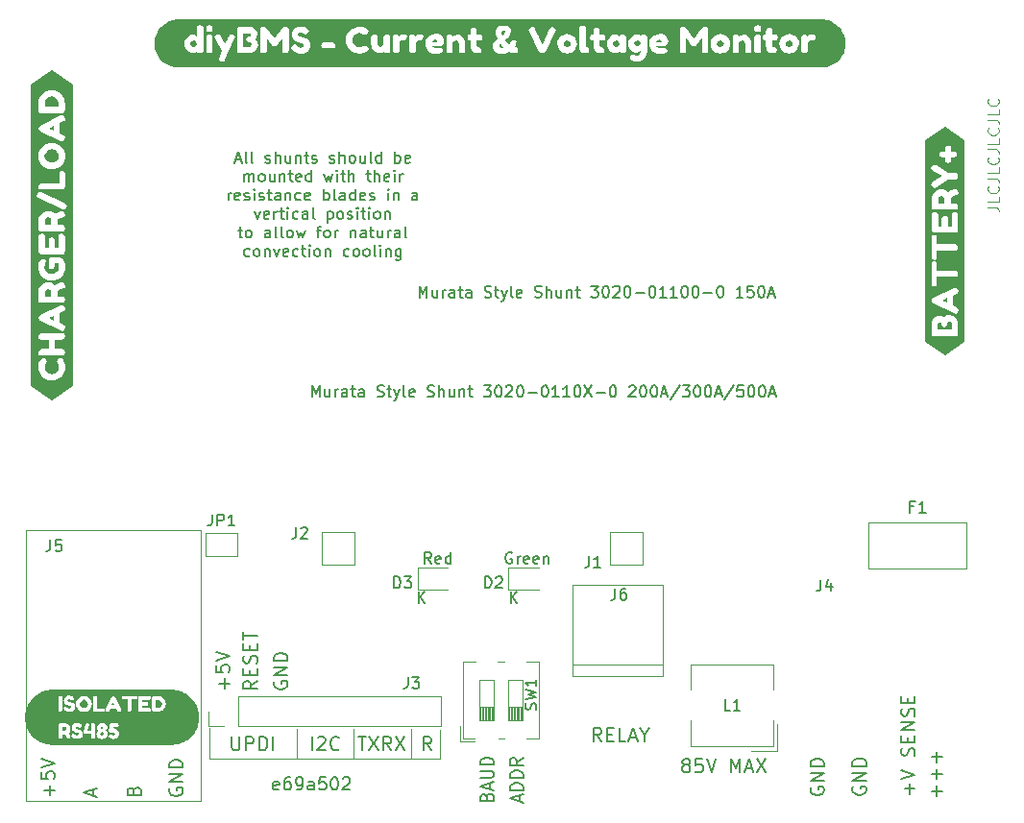
<source format=gto>
G04 #@! TF.GenerationSoftware,KiCad,Pcbnew,5.1.9+dfsg1-1~bpo10+1*
G04 #@! TF.CreationDate,2021-06-09T09:20:32+00:00*
G04 #@! TF.ProjectId,CurrentShuntCircuit,43757272-656e-4745-9368-756e74436972,1*
G04 #@! TF.SameCoordinates,Original*
G04 #@! TF.FileFunction,Legend,Top*
G04 #@! TF.FilePolarity,Positive*
%FSLAX46Y46*%
G04 Gerber Fmt 4.6, Leading zero omitted, Abs format (unit mm)*
G04 Created by KiCad (PCBNEW 5.1.9+dfsg1-1~bpo10+1) date 2021-06-09 09:20:32*
%MOMM*%
%LPD*%
G01*
G04 APERTURE LIST*
%ADD10C,0.150000*%
%ADD11C,0.120000*%
%ADD12C,0.200000*%
%ADD13C,0.100000*%
G04 APERTURE END LIST*
D10*
X162257761Y-72828666D02*
X162733952Y-72828666D01*
X162162523Y-73114380D02*
X162495857Y-72114380D01*
X162829190Y-73114380D01*
X163305380Y-73114380D02*
X163210142Y-73066761D01*
X163162523Y-72971523D01*
X163162523Y-72114380D01*
X163829190Y-73114380D02*
X163733952Y-73066761D01*
X163686333Y-72971523D01*
X163686333Y-72114380D01*
X164924428Y-73066761D02*
X165019666Y-73114380D01*
X165210142Y-73114380D01*
X165305380Y-73066761D01*
X165353000Y-72971523D01*
X165353000Y-72923904D01*
X165305380Y-72828666D01*
X165210142Y-72781047D01*
X165067285Y-72781047D01*
X164972047Y-72733428D01*
X164924428Y-72638190D01*
X164924428Y-72590571D01*
X164972047Y-72495333D01*
X165067285Y-72447714D01*
X165210142Y-72447714D01*
X165305380Y-72495333D01*
X165781571Y-73114380D02*
X165781571Y-72114380D01*
X166210142Y-73114380D02*
X166210142Y-72590571D01*
X166162523Y-72495333D01*
X166067285Y-72447714D01*
X165924428Y-72447714D01*
X165829190Y-72495333D01*
X165781571Y-72542952D01*
X167114904Y-72447714D02*
X167114904Y-73114380D01*
X166686333Y-72447714D02*
X166686333Y-72971523D01*
X166733952Y-73066761D01*
X166829190Y-73114380D01*
X166972047Y-73114380D01*
X167067285Y-73066761D01*
X167114904Y-73019142D01*
X167591095Y-72447714D02*
X167591095Y-73114380D01*
X167591095Y-72542952D02*
X167638714Y-72495333D01*
X167733952Y-72447714D01*
X167876809Y-72447714D01*
X167972047Y-72495333D01*
X168019666Y-72590571D01*
X168019666Y-73114380D01*
X168353000Y-72447714D02*
X168733952Y-72447714D01*
X168495857Y-72114380D02*
X168495857Y-72971523D01*
X168543476Y-73066761D01*
X168638714Y-73114380D01*
X168733952Y-73114380D01*
X169019666Y-73066761D02*
X169114904Y-73114380D01*
X169305380Y-73114380D01*
X169400619Y-73066761D01*
X169448238Y-72971523D01*
X169448238Y-72923904D01*
X169400619Y-72828666D01*
X169305380Y-72781047D01*
X169162523Y-72781047D01*
X169067285Y-72733428D01*
X169019666Y-72638190D01*
X169019666Y-72590571D01*
X169067285Y-72495333D01*
X169162523Y-72447714D01*
X169305380Y-72447714D01*
X169400619Y-72495333D01*
X170591095Y-73066761D02*
X170686333Y-73114380D01*
X170876809Y-73114380D01*
X170972047Y-73066761D01*
X171019666Y-72971523D01*
X171019666Y-72923904D01*
X170972047Y-72828666D01*
X170876809Y-72781047D01*
X170733952Y-72781047D01*
X170638714Y-72733428D01*
X170591095Y-72638190D01*
X170591095Y-72590571D01*
X170638714Y-72495333D01*
X170733952Y-72447714D01*
X170876809Y-72447714D01*
X170972047Y-72495333D01*
X171448238Y-73114380D02*
X171448238Y-72114380D01*
X171876809Y-73114380D02*
X171876809Y-72590571D01*
X171829190Y-72495333D01*
X171733952Y-72447714D01*
X171591095Y-72447714D01*
X171495857Y-72495333D01*
X171448238Y-72542952D01*
X172495857Y-73114380D02*
X172400619Y-73066761D01*
X172353000Y-73019142D01*
X172305380Y-72923904D01*
X172305380Y-72638190D01*
X172353000Y-72542952D01*
X172400619Y-72495333D01*
X172495857Y-72447714D01*
X172638714Y-72447714D01*
X172733952Y-72495333D01*
X172781571Y-72542952D01*
X172829190Y-72638190D01*
X172829190Y-72923904D01*
X172781571Y-73019142D01*
X172733952Y-73066761D01*
X172638714Y-73114380D01*
X172495857Y-73114380D01*
X173686333Y-72447714D02*
X173686333Y-73114380D01*
X173257761Y-72447714D02*
X173257761Y-72971523D01*
X173305380Y-73066761D01*
X173400619Y-73114380D01*
X173543476Y-73114380D01*
X173638714Y-73066761D01*
X173686333Y-73019142D01*
X174305380Y-73114380D02*
X174210142Y-73066761D01*
X174162523Y-72971523D01*
X174162523Y-72114380D01*
X175114904Y-73114380D02*
X175114904Y-72114380D01*
X175114904Y-73066761D02*
X175019666Y-73114380D01*
X174829190Y-73114380D01*
X174733952Y-73066761D01*
X174686333Y-73019142D01*
X174638714Y-72923904D01*
X174638714Y-72638190D01*
X174686333Y-72542952D01*
X174733952Y-72495333D01*
X174829190Y-72447714D01*
X175019666Y-72447714D01*
X175114904Y-72495333D01*
X176353000Y-73114380D02*
X176353000Y-72114380D01*
X176353000Y-72495333D02*
X176448238Y-72447714D01*
X176638714Y-72447714D01*
X176733952Y-72495333D01*
X176781571Y-72542952D01*
X176829190Y-72638190D01*
X176829190Y-72923904D01*
X176781571Y-73019142D01*
X176733952Y-73066761D01*
X176638714Y-73114380D01*
X176448238Y-73114380D01*
X176353000Y-73066761D01*
X177638714Y-73066761D02*
X177543476Y-73114380D01*
X177353000Y-73114380D01*
X177257761Y-73066761D01*
X177210142Y-72971523D01*
X177210142Y-72590571D01*
X177257761Y-72495333D01*
X177353000Y-72447714D01*
X177543476Y-72447714D01*
X177638714Y-72495333D01*
X177686333Y-72590571D01*
X177686333Y-72685809D01*
X177210142Y-72781047D01*
X163043476Y-74764380D02*
X163043476Y-74097714D01*
X163043476Y-74192952D02*
X163091095Y-74145333D01*
X163186333Y-74097714D01*
X163329190Y-74097714D01*
X163424428Y-74145333D01*
X163472047Y-74240571D01*
X163472047Y-74764380D01*
X163472047Y-74240571D02*
X163519666Y-74145333D01*
X163614904Y-74097714D01*
X163757761Y-74097714D01*
X163853000Y-74145333D01*
X163900619Y-74240571D01*
X163900619Y-74764380D01*
X164519666Y-74764380D02*
X164424428Y-74716761D01*
X164376809Y-74669142D01*
X164329190Y-74573904D01*
X164329190Y-74288190D01*
X164376809Y-74192952D01*
X164424428Y-74145333D01*
X164519666Y-74097714D01*
X164662523Y-74097714D01*
X164757761Y-74145333D01*
X164805380Y-74192952D01*
X164853000Y-74288190D01*
X164853000Y-74573904D01*
X164805380Y-74669142D01*
X164757761Y-74716761D01*
X164662523Y-74764380D01*
X164519666Y-74764380D01*
X165710142Y-74097714D02*
X165710142Y-74764380D01*
X165281571Y-74097714D02*
X165281571Y-74621523D01*
X165329190Y-74716761D01*
X165424428Y-74764380D01*
X165567285Y-74764380D01*
X165662523Y-74716761D01*
X165710142Y-74669142D01*
X166186333Y-74097714D02*
X166186333Y-74764380D01*
X166186333Y-74192952D02*
X166233952Y-74145333D01*
X166329190Y-74097714D01*
X166472047Y-74097714D01*
X166567285Y-74145333D01*
X166614904Y-74240571D01*
X166614904Y-74764380D01*
X166948238Y-74097714D02*
X167329190Y-74097714D01*
X167091095Y-73764380D02*
X167091095Y-74621523D01*
X167138714Y-74716761D01*
X167233952Y-74764380D01*
X167329190Y-74764380D01*
X168043476Y-74716761D02*
X167948238Y-74764380D01*
X167757761Y-74764380D01*
X167662523Y-74716761D01*
X167614904Y-74621523D01*
X167614904Y-74240571D01*
X167662523Y-74145333D01*
X167757761Y-74097714D01*
X167948238Y-74097714D01*
X168043476Y-74145333D01*
X168091095Y-74240571D01*
X168091095Y-74335809D01*
X167614904Y-74431047D01*
X168948238Y-74764380D02*
X168948238Y-73764380D01*
X168948238Y-74716761D02*
X168853000Y-74764380D01*
X168662523Y-74764380D01*
X168567285Y-74716761D01*
X168519666Y-74669142D01*
X168472047Y-74573904D01*
X168472047Y-74288190D01*
X168519666Y-74192952D01*
X168567285Y-74145333D01*
X168662523Y-74097714D01*
X168853000Y-74097714D01*
X168948238Y-74145333D01*
X170091095Y-74097714D02*
X170281571Y-74764380D01*
X170472047Y-74288190D01*
X170662523Y-74764380D01*
X170853000Y-74097714D01*
X171233952Y-74764380D02*
X171233952Y-74097714D01*
X171233952Y-73764380D02*
X171186333Y-73812000D01*
X171233952Y-73859619D01*
X171281571Y-73812000D01*
X171233952Y-73764380D01*
X171233952Y-73859619D01*
X171567285Y-74097714D02*
X171948238Y-74097714D01*
X171710142Y-73764380D02*
X171710142Y-74621523D01*
X171757761Y-74716761D01*
X171853000Y-74764380D01*
X171948238Y-74764380D01*
X172281571Y-74764380D02*
X172281571Y-73764380D01*
X172710142Y-74764380D02*
X172710142Y-74240571D01*
X172662523Y-74145333D01*
X172567285Y-74097714D01*
X172424428Y-74097714D01*
X172329190Y-74145333D01*
X172281571Y-74192952D01*
X173805380Y-74097714D02*
X174186333Y-74097714D01*
X173948238Y-73764380D02*
X173948238Y-74621523D01*
X173995857Y-74716761D01*
X174091095Y-74764380D01*
X174186333Y-74764380D01*
X174519666Y-74764380D02*
X174519666Y-73764380D01*
X174948238Y-74764380D02*
X174948238Y-74240571D01*
X174900619Y-74145333D01*
X174805380Y-74097714D01*
X174662523Y-74097714D01*
X174567285Y-74145333D01*
X174519666Y-74192952D01*
X175805380Y-74716761D02*
X175710142Y-74764380D01*
X175519666Y-74764380D01*
X175424428Y-74716761D01*
X175376809Y-74621523D01*
X175376809Y-74240571D01*
X175424428Y-74145333D01*
X175519666Y-74097714D01*
X175710142Y-74097714D01*
X175805380Y-74145333D01*
X175853000Y-74240571D01*
X175853000Y-74335809D01*
X175376809Y-74431047D01*
X176281571Y-74764380D02*
X176281571Y-74097714D01*
X176281571Y-73764380D02*
X176233952Y-73812000D01*
X176281571Y-73859619D01*
X176329190Y-73812000D01*
X176281571Y-73764380D01*
X176281571Y-73859619D01*
X176757761Y-74764380D02*
X176757761Y-74097714D01*
X176757761Y-74288190D02*
X176805380Y-74192952D01*
X176853000Y-74145333D01*
X176948238Y-74097714D01*
X177043476Y-74097714D01*
X161638714Y-76414380D02*
X161638714Y-75747714D01*
X161638714Y-75938190D02*
X161686333Y-75842952D01*
X161733952Y-75795333D01*
X161829190Y-75747714D01*
X161924428Y-75747714D01*
X162638714Y-76366761D02*
X162543476Y-76414380D01*
X162353000Y-76414380D01*
X162257761Y-76366761D01*
X162210142Y-76271523D01*
X162210142Y-75890571D01*
X162257761Y-75795333D01*
X162353000Y-75747714D01*
X162543476Y-75747714D01*
X162638714Y-75795333D01*
X162686333Y-75890571D01*
X162686333Y-75985809D01*
X162210142Y-76081047D01*
X163067285Y-76366761D02*
X163162523Y-76414380D01*
X163353000Y-76414380D01*
X163448238Y-76366761D01*
X163495857Y-76271523D01*
X163495857Y-76223904D01*
X163448238Y-76128666D01*
X163353000Y-76081047D01*
X163210142Y-76081047D01*
X163114904Y-76033428D01*
X163067285Y-75938190D01*
X163067285Y-75890571D01*
X163114904Y-75795333D01*
X163210142Y-75747714D01*
X163353000Y-75747714D01*
X163448238Y-75795333D01*
X163924428Y-76414380D02*
X163924428Y-75747714D01*
X163924428Y-75414380D02*
X163876809Y-75462000D01*
X163924428Y-75509619D01*
X163972047Y-75462000D01*
X163924428Y-75414380D01*
X163924428Y-75509619D01*
X164353000Y-76366761D02*
X164448238Y-76414380D01*
X164638714Y-76414380D01*
X164733952Y-76366761D01*
X164781571Y-76271523D01*
X164781571Y-76223904D01*
X164733952Y-76128666D01*
X164638714Y-76081047D01*
X164495857Y-76081047D01*
X164400619Y-76033428D01*
X164353000Y-75938190D01*
X164353000Y-75890571D01*
X164400619Y-75795333D01*
X164495857Y-75747714D01*
X164638714Y-75747714D01*
X164733952Y-75795333D01*
X165067285Y-75747714D02*
X165448238Y-75747714D01*
X165210142Y-75414380D02*
X165210142Y-76271523D01*
X165257761Y-76366761D01*
X165353000Y-76414380D01*
X165448238Y-76414380D01*
X166210142Y-76414380D02*
X166210142Y-75890571D01*
X166162523Y-75795333D01*
X166067285Y-75747714D01*
X165876809Y-75747714D01*
X165781571Y-75795333D01*
X166210142Y-76366761D02*
X166114904Y-76414380D01*
X165876809Y-76414380D01*
X165781571Y-76366761D01*
X165733952Y-76271523D01*
X165733952Y-76176285D01*
X165781571Y-76081047D01*
X165876809Y-76033428D01*
X166114904Y-76033428D01*
X166210142Y-75985809D01*
X166686333Y-75747714D02*
X166686333Y-76414380D01*
X166686333Y-75842952D02*
X166733952Y-75795333D01*
X166829190Y-75747714D01*
X166972047Y-75747714D01*
X167067285Y-75795333D01*
X167114904Y-75890571D01*
X167114904Y-76414380D01*
X168019666Y-76366761D02*
X167924428Y-76414380D01*
X167733952Y-76414380D01*
X167638714Y-76366761D01*
X167591095Y-76319142D01*
X167543476Y-76223904D01*
X167543476Y-75938190D01*
X167591095Y-75842952D01*
X167638714Y-75795333D01*
X167733952Y-75747714D01*
X167924428Y-75747714D01*
X168019666Y-75795333D01*
X168829190Y-76366761D02*
X168733952Y-76414380D01*
X168543476Y-76414380D01*
X168448238Y-76366761D01*
X168400619Y-76271523D01*
X168400619Y-75890571D01*
X168448238Y-75795333D01*
X168543476Y-75747714D01*
X168733952Y-75747714D01*
X168829190Y-75795333D01*
X168876809Y-75890571D01*
X168876809Y-75985809D01*
X168400619Y-76081047D01*
X170067285Y-76414380D02*
X170067285Y-75414380D01*
X170067285Y-75795333D02*
X170162523Y-75747714D01*
X170353000Y-75747714D01*
X170448238Y-75795333D01*
X170495857Y-75842952D01*
X170543476Y-75938190D01*
X170543476Y-76223904D01*
X170495857Y-76319142D01*
X170448238Y-76366761D01*
X170353000Y-76414380D01*
X170162523Y-76414380D01*
X170067285Y-76366761D01*
X171114904Y-76414380D02*
X171019666Y-76366761D01*
X170972047Y-76271523D01*
X170972047Y-75414380D01*
X171924428Y-76414380D02*
X171924428Y-75890571D01*
X171876809Y-75795333D01*
X171781571Y-75747714D01*
X171591095Y-75747714D01*
X171495857Y-75795333D01*
X171924428Y-76366761D02*
X171829190Y-76414380D01*
X171591095Y-76414380D01*
X171495857Y-76366761D01*
X171448238Y-76271523D01*
X171448238Y-76176285D01*
X171495857Y-76081047D01*
X171591095Y-76033428D01*
X171829190Y-76033428D01*
X171924428Y-75985809D01*
X172829190Y-76414380D02*
X172829190Y-75414380D01*
X172829190Y-76366761D02*
X172733952Y-76414380D01*
X172543476Y-76414380D01*
X172448238Y-76366761D01*
X172400619Y-76319142D01*
X172353000Y-76223904D01*
X172353000Y-75938190D01*
X172400619Y-75842952D01*
X172448238Y-75795333D01*
X172543476Y-75747714D01*
X172733952Y-75747714D01*
X172829190Y-75795333D01*
X173686333Y-76366761D02*
X173591095Y-76414380D01*
X173400619Y-76414380D01*
X173305380Y-76366761D01*
X173257761Y-76271523D01*
X173257761Y-75890571D01*
X173305380Y-75795333D01*
X173400619Y-75747714D01*
X173591095Y-75747714D01*
X173686333Y-75795333D01*
X173733952Y-75890571D01*
X173733952Y-75985809D01*
X173257761Y-76081047D01*
X174114904Y-76366761D02*
X174210142Y-76414380D01*
X174400619Y-76414380D01*
X174495857Y-76366761D01*
X174543476Y-76271523D01*
X174543476Y-76223904D01*
X174495857Y-76128666D01*
X174400619Y-76081047D01*
X174257761Y-76081047D01*
X174162523Y-76033428D01*
X174114904Y-75938190D01*
X174114904Y-75890571D01*
X174162523Y-75795333D01*
X174257761Y-75747714D01*
X174400619Y-75747714D01*
X174495857Y-75795333D01*
X175733952Y-76414380D02*
X175733952Y-75747714D01*
X175733952Y-75414380D02*
X175686333Y-75462000D01*
X175733952Y-75509619D01*
X175781571Y-75462000D01*
X175733952Y-75414380D01*
X175733952Y-75509619D01*
X176210142Y-75747714D02*
X176210142Y-76414380D01*
X176210142Y-75842952D02*
X176257761Y-75795333D01*
X176353000Y-75747714D01*
X176495857Y-75747714D01*
X176591095Y-75795333D01*
X176638714Y-75890571D01*
X176638714Y-76414380D01*
X178305380Y-76414380D02*
X178305380Y-75890571D01*
X178257761Y-75795333D01*
X178162523Y-75747714D01*
X177972047Y-75747714D01*
X177876809Y-75795333D01*
X178305380Y-76366761D02*
X178210142Y-76414380D01*
X177972047Y-76414380D01*
X177876809Y-76366761D01*
X177829190Y-76271523D01*
X177829190Y-76176285D01*
X177876809Y-76081047D01*
X177972047Y-76033428D01*
X178210142Y-76033428D01*
X178305380Y-75985809D01*
X163972047Y-77397714D02*
X164210142Y-78064380D01*
X164448238Y-77397714D01*
X165210142Y-78016761D02*
X165114904Y-78064380D01*
X164924428Y-78064380D01*
X164829190Y-78016761D01*
X164781571Y-77921523D01*
X164781571Y-77540571D01*
X164829190Y-77445333D01*
X164924428Y-77397714D01*
X165114904Y-77397714D01*
X165210142Y-77445333D01*
X165257761Y-77540571D01*
X165257761Y-77635809D01*
X164781571Y-77731047D01*
X165686333Y-78064380D02*
X165686333Y-77397714D01*
X165686333Y-77588190D02*
X165733952Y-77492952D01*
X165781571Y-77445333D01*
X165876809Y-77397714D01*
X165972047Y-77397714D01*
X166162523Y-77397714D02*
X166543476Y-77397714D01*
X166305380Y-77064380D02*
X166305380Y-77921523D01*
X166353000Y-78016761D01*
X166448238Y-78064380D01*
X166543476Y-78064380D01*
X166876809Y-78064380D02*
X166876809Y-77397714D01*
X166876809Y-77064380D02*
X166829190Y-77112000D01*
X166876809Y-77159619D01*
X166924428Y-77112000D01*
X166876809Y-77064380D01*
X166876809Y-77159619D01*
X167781571Y-78016761D02*
X167686333Y-78064380D01*
X167495857Y-78064380D01*
X167400619Y-78016761D01*
X167353000Y-77969142D01*
X167305380Y-77873904D01*
X167305380Y-77588190D01*
X167353000Y-77492952D01*
X167400619Y-77445333D01*
X167495857Y-77397714D01*
X167686333Y-77397714D01*
X167781571Y-77445333D01*
X168638714Y-78064380D02*
X168638714Y-77540571D01*
X168591095Y-77445333D01*
X168495857Y-77397714D01*
X168305380Y-77397714D01*
X168210142Y-77445333D01*
X168638714Y-78016761D02*
X168543476Y-78064380D01*
X168305380Y-78064380D01*
X168210142Y-78016761D01*
X168162523Y-77921523D01*
X168162523Y-77826285D01*
X168210142Y-77731047D01*
X168305380Y-77683428D01*
X168543476Y-77683428D01*
X168638714Y-77635809D01*
X169257761Y-78064380D02*
X169162523Y-78016761D01*
X169114904Y-77921523D01*
X169114904Y-77064380D01*
X170400619Y-77397714D02*
X170400619Y-78397714D01*
X170400619Y-77445333D02*
X170495857Y-77397714D01*
X170686333Y-77397714D01*
X170781571Y-77445333D01*
X170829190Y-77492952D01*
X170876809Y-77588190D01*
X170876809Y-77873904D01*
X170829190Y-77969142D01*
X170781571Y-78016761D01*
X170686333Y-78064380D01*
X170495857Y-78064380D01*
X170400619Y-78016761D01*
X171448238Y-78064380D02*
X171353000Y-78016761D01*
X171305380Y-77969142D01*
X171257761Y-77873904D01*
X171257761Y-77588190D01*
X171305380Y-77492952D01*
X171353000Y-77445333D01*
X171448238Y-77397714D01*
X171591095Y-77397714D01*
X171686333Y-77445333D01*
X171733952Y-77492952D01*
X171781571Y-77588190D01*
X171781571Y-77873904D01*
X171733952Y-77969142D01*
X171686333Y-78016761D01*
X171591095Y-78064380D01*
X171448238Y-78064380D01*
X172162523Y-78016761D02*
X172257761Y-78064380D01*
X172448238Y-78064380D01*
X172543476Y-78016761D01*
X172591095Y-77921523D01*
X172591095Y-77873904D01*
X172543476Y-77778666D01*
X172448238Y-77731047D01*
X172305380Y-77731047D01*
X172210142Y-77683428D01*
X172162523Y-77588190D01*
X172162523Y-77540571D01*
X172210142Y-77445333D01*
X172305380Y-77397714D01*
X172448238Y-77397714D01*
X172543476Y-77445333D01*
X173019666Y-78064380D02*
X173019666Y-77397714D01*
X173019666Y-77064380D02*
X172972047Y-77112000D01*
X173019666Y-77159619D01*
X173067285Y-77112000D01*
X173019666Y-77064380D01*
X173019666Y-77159619D01*
X173353000Y-77397714D02*
X173733952Y-77397714D01*
X173495857Y-77064380D02*
X173495857Y-77921523D01*
X173543476Y-78016761D01*
X173638714Y-78064380D01*
X173733952Y-78064380D01*
X174067285Y-78064380D02*
X174067285Y-77397714D01*
X174067285Y-77064380D02*
X174019666Y-77112000D01*
X174067285Y-77159619D01*
X174114904Y-77112000D01*
X174067285Y-77064380D01*
X174067285Y-77159619D01*
X174686333Y-78064380D02*
X174591095Y-78016761D01*
X174543476Y-77969142D01*
X174495857Y-77873904D01*
X174495857Y-77588190D01*
X174543476Y-77492952D01*
X174591095Y-77445333D01*
X174686333Y-77397714D01*
X174829190Y-77397714D01*
X174924428Y-77445333D01*
X174972047Y-77492952D01*
X175019666Y-77588190D01*
X175019666Y-77873904D01*
X174972047Y-77969142D01*
X174924428Y-78016761D01*
X174829190Y-78064380D01*
X174686333Y-78064380D01*
X175448238Y-77397714D02*
X175448238Y-78064380D01*
X175448238Y-77492952D02*
X175495857Y-77445333D01*
X175591095Y-77397714D01*
X175733952Y-77397714D01*
X175829190Y-77445333D01*
X175876809Y-77540571D01*
X175876809Y-78064380D01*
X162519666Y-79047714D02*
X162900619Y-79047714D01*
X162662523Y-78714380D02*
X162662523Y-79571523D01*
X162710142Y-79666761D01*
X162805380Y-79714380D01*
X162900619Y-79714380D01*
X163376809Y-79714380D02*
X163281571Y-79666761D01*
X163233952Y-79619142D01*
X163186333Y-79523904D01*
X163186333Y-79238190D01*
X163233952Y-79142952D01*
X163281571Y-79095333D01*
X163376809Y-79047714D01*
X163519666Y-79047714D01*
X163614904Y-79095333D01*
X163662523Y-79142952D01*
X163710142Y-79238190D01*
X163710142Y-79523904D01*
X163662523Y-79619142D01*
X163614904Y-79666761D01*
X163519666Y-79714380D01*
X163376809Y-79714380D01*
X165329190Y-79714380D02*
X165329190Y-79190571D01*
X165281571Y-79095333D01*
X165186333Y-79047714D01*
X164995857Y-79047714D01*
X164900619Y-79095333D01*
X165329190Y-79666761D02*
X165233952Y-79714380D01*
X164995857Y-79714380D01*
X164900619Y-79666761D01*
X164853000Y-79571523D01*
X164853000Y-79476285D01*
X164900619Y-79381047D01*
X164995857Y-79333428D01*
X165233952Y-79333428D01*
X165329190Y-79285809D01*
X165948238Y-79714380D02*
X165853000Y-79666761D01*
X165805380Y-79571523D01*
X165805380Y-78714380D01*
X166472047Y-79714380D02*
X166376809Y-79666761D01*
X166329190Y-79571523D01*
X166329190Y-78714380D01*
X166995857Y-79714380D02*
X166900619Y-79666761D01*
X166853000Y-79619142D01*
X166805380Y-79523904D01*
X166805380Y-79238190D01*
X166853000Y-79142952D01*
X166900619Y-79095333D01*
X166995857Y-79047714D01*
X167138714Y-79047714D01*
X167233952Y-79095333D01*
X167281571Y-79142952D01*
X167329190Y-79238190D01*
X167329190Y-79523904D01*
X167281571Y-79619142D01*
X167233952Y-79666761D01*
X167138714Y-79714380D01*
X166995857Y-79714380D01*
X167662523Y-79047714D02*
X167853000Y-79714380D01*
X168043476Y-79238190D01*
X168233952Y-79714380D01*
X168424428Y-79047714D01*
X169424428Y-79047714D02*
X169805380Y-79047714D01*
X169567285Y-79714380D02*
X169567285Y-78857238D01*
X169614904Y-78762000D01*
X169710142Y-78714380D01*
X169805380Y-78714380D01*
X170281571Y-79714380D02*
X170186333Y-79666761D01*
X170138714Y-79619142D01*
X170091095Y-79523904D01*
X170091095Y-79238190D01*
X170138714Y-79142952D01*
X170186333Y-79095333D01*
X170281571Y-79047714D01*
X170424428Y-79047714D01*
X170519666Y-79095333D01*
X170567285Y-79142952D01*
X170614904Y-79238190D01*
X170614904Y-79523904D01*
X170567285Y-79619142D01*
X170519666Y-79666761D01*
X170424428Y-79714380D01*
X170281571Y-79714380D01*
X171043476Y-79714380D02*
X171043476Y-79047714D01*
X171043476Y-79238190D02*
X171091095Y-79142952D01*
X171138714Y-79095333D01*
X171233952Y-79047714D01*
X171329190Y-79047714D01*
X172424428Y-79047714D02*
X172424428Y-79714380D01*
X172424428Y-79142952D02*
X172472047Y-79095333D01*
X172567285Y-79047714D01*
X172710142Y-79047714D01*
X172805380Y-79095333D01*
X172853000Y-79190571D01*
X172853000Y-79714380D01*
X173757761Y-79714380D02*
X173757761Y-79190571D01*
X173710142Y-79095333D01*
X173614904Y-79047714D01*
X173424428Y-79047714D01*
X173329190Y-79095333D01*
X173757761Y-79666761D02*
X173662523Y-79714380D01*
X173424428Y-79714380D01*
X173329190Y-79666761D01*
X173281571Y-79571523D01*
X173281571Y-79476285D01*
X173329190Y-79381047D01*
X173424428Y-79333428D01*
X173662523Y-79333428D01*
X173757761Y-79285809D01*
X174091095Y-79047714D02*
X174472047Y-79047714D01*
X174233952Y-78714380D02*
X174233952Y-79571523D01*
X174281571Y-79666761D01*
X174376809Y-79714380D01*
X174472047Y-79714380D01*
X175233952Y-79047714D02*
X175233952Y-79714380D01*
X174805380Y-79047714D02*
X174805380Y-79571523D01*
X174853000Y-79666761D01*
X174948238Y-79714380D01*
X175091095Y-79714380D01*
X175186333Y-79666761D01*
X175233952Y-79619142D01*
X175710142Y-79714380D02*
X175710142Y-79047714D01*
X175710142Y-79238190D02*
X175757761Y-79142952D01*
X175805380Y-79095333D01*
X175900619Y-79047714D01*
X175995857Y-79047714D01*
X176757761Y-79714380D02*
X176757761Y-79190571D01*
X176710142Y-79095333D01*
X176614904Y-79047714D01*
X176424428Y-79047714D01*
X176329190Y-79095333D01*
X176757761Y-79666761D02*
X176662523Y-79714380D01*
X176424428Y-79714380D01*
X176329190Y-79666761D01*
X176281571Y-79571523D01*
X176281571Y-79476285D01*
X176329190Y-79381047D01*
X176424428Y-79333428D01*
X176662523Y-79333428D01*
X176757761Y-79285809D01*
X177376809Y-79714380D02*
X177281571Y-79666761D01*
X177233952Y-79571523D01*
X177233952Y-78714380D01*
X163519666Y-81316761D02*
X163424428Y-81364380D01*
X163233952Y-81364380D01*
X163138714Y-81316761D01*
X163091095Y-81269142D01*
X163043476Y-81173904D01*
X163043476Y-80888190D01*
X163091095Y-80792952D01*
X163138714Y-80745333D01*
X163233952Y-80697714D01*
X163424428Y-80697714D01*
X163519666Y-80745333D01*
X164091095Y-81364380D02*
X163995857Y-81316761D01*
X163948238Y-81269142D01*
X163900619Y-81173904D01*
X163900619Y-80888190D01*
X163948238Y-80792952D01*
X163995857Y-80745333D01*
X164091095Y-80697714D01*
X164233952Y-80697714D01*
X164329190Y-80745333D01*
X164376809Y-80792952D01*
X164424428Y-80888190D01*
X164424428Y-81173904D01*
X164376809Y-81269142D01*
X164329190Y-81316761D01*
X164233952Y-81364380D01*
X164091095Y-81364380D01*
X164853000Y-80697714D02*
X164853000Y-81364380D01*
X164853000Y-80792952D02*
X164900619Y-80745333D01*
X164995857Y-80697714D01*
X165138714Y-80697714D01*
X165233952Y-80745333D01*
X165281571Y-80840571D01*
X165281571Y-81364380D01*
X165662523Y-80697714D02*
X165900619Y-81364380D01*
X166138714Y-80697714D01*
X166900619Y-81316761D02*
X166805380Y-81364380D01*
X166614904Y-81364380D01*
X166519666Y-81316761D01*
X166472047Y-81221523D01*
X166472047Y-80840571D01*
X166519666Y-80745333D01*
X166614904Y-80697714D01*
X166805380Y-80697714D01*
X166900619Y-80745333D01*
X166948238Y-80840571D01*
X166948238Y-80935809D01*
X166472047Y-81031047D01*
X167805380Y-81316761D02*
X167710142Y-81364380D01*
X167519666Y-81364380D01*
X167424428Y-81316761D01*
X167376809Y-81269142D01*
X167329190Y-81173904D01*
X167329190Y-80888190D01*
X167376809Y-80792952D01*
X167424428Y-80745333D01*
X167519666Y-80697714D01*
X167710142Y-80697714D01*
X167805380Y-80745333D01*
X168091095Y-80697714D02*
X168472047Y-80697714D01*
X168233952Y-80364380D02*
X168233952Y-81221523D01*
X168281571Y-81316761D01*
X168376809Y-81364380D01*
X168472047Y-81364380D01*
X168805380Y-81364380D02*
X168805380Y-80697714D01*
X168805380Y-80364380D02*
X168757761Y-80412000D01*
X168805380Y-80459619D01*
X168853000Y-80412000D01*
X168805380Y-80364380D01*
X168805380Y-80459619D01*
X169424428Y-81364380D02*
X169329190Y-81316761D01*
X169281571Y-81269142D01*
X169233952Y-81173904D01*
X169233952Y-80888190D01*
X169281571Y-80792952D01*
X169329190Y-80745333D01*
X169424428Y-80697714D01*
X169567285Y-80697714D01*
X169662523Y-80745333D01*
X169710142Y-80792952D01*
X169757761Y-80888190D01*
X169757761Y-81173904D01*
X169710142Y-81269142D01*
X169662523Y-81316761D01*
X169567285Y-81364380D01*
X169424428Y-81364380D01*
X170186333Y-80697714D02*
X170186333Y-81364380D01*
X170186333Y-80792952D02*
X170233952Y-80745333D01*
X170329190Y-80697714D01*
X170472047Y-80697714D01*
X170567285Y-80745333D01*
X170614904Y-80840571D01*
X170614904Y-81364380D01*
X172281571Y-81316761D02*
X172186333Y-81364380D01*
X171995857Y-81364380D01*
X171900619Y-81316761D01*
X171853000Y-81269142D01*
X171805380Y-81173904D01*
X171805380Y-80888190D01*
X171853000Y-80792952D01*
X171900619Y-80745333D01*
X171995857Y-80697714D01*
X172186333Y-80697714D01*
X172281571Y-80745333D01*
X172853000Y-81364380D02*
X172757761Y-81316761D01*
X172710142Y-81269142D01*
X172662523Y-81173904D01*
X172662523Y-80888190D01*
X172710142Y-80792952D01*
X172757761Y-80745333D01*
X172853000Y-80697714D01*
X172995857Y-80697714D01*
X173091095Y-80745333D01*
X173138714Y-80792952D01*
X173186333Y-80888190D01*
X173186333Y-81173904D01*
X173138714Y-81269142D01*
X173091095Y-81316761D01*
X172995857Y-81364380D01*
X172853000Y-81364380D01*
X173757761Y-81364380D02*
X173662523Y-81316761D01*
X173614904Y-81269142D01*
X173567285Y-81173904D01*
X173567285Y-80888190D01*
X173614904Y-80792952D01*
X173662523Y-80745333D01*
X173757761Y-80697714D01*
X173900619Y-80697714D01*
X173995857Y-80745333D01*
X174043476Y-80792952D01*
X174091095Y-80888190D01*
X174091095Y-81173904D01*
X174043476Y-81269142D01*
X173995857Y-81316761D01*
X173900619Y-81364380D01*
X173757761Y-81364380D01*
X174662523Y-81364380D02*
X174567285Y-81316761D01*
X174519666Y-81221523D01*
X174519666Y-80364380D01*
X175043476Y-81364380D02*
X175043476Y-80697714D01*
X175043476Y-80364380D02*
X174995857Y-80412000D01*
X175043476Y-80459619D01*
X175091095Y-80412000D01*
X175043476Y-80364380D01*
X175043476Y-80459619D01*
X175519666Y-80697714D02*
X175519666Y-81364380D01*
X175519666Y-80792952D02*
X175567285Y-80745333D01*
X175662523Y-80697714D01*
X175805380Y-80697714D01*
X175900619Y-80745333D01*
X175948238Y-80840571D01*
X175948238Y-81364380D01*
X176853000Y-80697714D02*
X176853000Y-81507238D01*
X176805380Y-81602476D01*
X176757761Y-81650095D01*
X176662523Y-81697714D01*
X176519666Y-81697714D01*
X176424428Y-81650095D01*
X176853000Y-81316761D02*
X176757761Y-81364380D01*
X176567285Y-81364380D01*
X176472047Y-81316761D01*
X176424428Y-81269142D01*
X176376809Y-81173904D01*
X176376809Y-80888190D01*
X176424428Y-80792952D01*
X176472047Y-80745333D01*
X176567285Y-80697714D01*
X176757761Y-80697714D01*
X176853000Y-80745333D01*
D11*
X143800000Y-129400000D02*
X143800000Y-105500000D01*
X159200000Y-129400000D02*
X143800000Y-129400000D01*
X159200000Y-105500000D02*
X159200000Y-129400000D01*
X143800000Y-105500000D02*
X159200000Y-105500000D01*
D12*
X153314285Y-128467142D02*
X153371428Y-128295714D01*
X153428571Y-128238571D01*
X153542857Y-128181428D01*
X153714285Y-128181428D01*
X153828571Y-128238571D01*
X153885714Y-128295714D01*
X153942857Y-128409999D01*
X153942857Y-128867142D01*
X152742857Y-128867142D01*
X152742857Y-128467142D01*
X152800000Y-128352857D01*
X152857142Y-128295714D01*
X152971428Y-128238571D01*
X153085714Y-128238571D01*
X153200000Y-128295714D01*
X153257142Y-128352857D01*
X153314285Y-128467142D01*
X153314285Y-128867142D01*
X156500000Y-128268571D02*
X156442857Y-128382857D01*
X156442857Y-128554286D01*
X156500000Y-128725714D01*
X156614285Y-128840000D01*
X156728571Y-128897143D01*
X156957142Y-128954286D01*
X157128571Y-128954286D01*
X157357142Y-128897143D01*
X157471428Y-128840000D01*
X157585714Y-128725714D01*
X157642857Y-128554286D01*
X157642857Y-128440000D01*
X157585714Y-128268571D01*
X157528571Y-128211428D01*
X157128571Y-128211428D01*
X157128571Y-128440000D01*
X157642857Y-127697143D02*
X156442857Y-127697143D01*
X157642857Y-127011428D01*
X156442857Y-127011428D01*
X157642857Y-126440000D02*
X156442857Y-126440000D01*
X156442857Y-126154286D01*
X156500000Y-125982857D01*
X156614285Y-125868571D01*
X156728571Y-125811428D01*
X156957142Y-125754286D01*
X157128571Y-125754286D01*
X157357142Y-125811428D01*
X157471428Y-125868571D01*
X157585714Y-125982857D01*
X157642857Y-126154286D01*
X157642857Y-126440000D01*
X145905714Y-128897143D02*
X145905714Y-127982857D01*
X146362857Y-128440000D02*
X145448571Y-128440000D01*
X145162857Y-126840000D02*
X145162857Y-127411428D01*
X145734285Y-127468571D01*
X145677142Y-127411428D01*
X145620000Y-127297143D01*
X145620000Y-127011428D01*
X145677142Y-126897143D01*
X145734285Y-126840000D01*
X145848571Y-126782857D01*
X146134285Y-126782857D01*
X146248571Y-126840000D01*
X146305714Y-126897143D01*
X146362857Y-127011428D01*
X146362857Y-127297143D01*
X146305714Y-127411428D01*
X146248571Y-127468571D01*
X145162857Y-126440000D02*
X146362857Y-126040000D01*
X145162857Y-125640000D01*
X149720000Y-128924285D02*
X149720000Y-128352857D01*
X150062857Y-129038571D02*
X148862857Y-128638571D01*
X150062857Y-128238571D01*
D10*
X166078452Y-128345238D02*
X165973690Y-128397619D01*
X165764166Y-128397619D01*
X165659404Y-128345238D01*
X165607023Y-128240476D01*
X165607023Y-127821428D01*
X165659404Y-127716666D01*
X165764166Y-127664285D01*
X165973690Y-127664285D01*
X166078452Y-127716666D01*
X166130833Y-127821428D01*
X166130833Y-127926190D01*
X165607023Y-128030952D01*
X167073690Y-127297619D02*
X166864166Y-127297619D01*
X166759404Y-127350000D01*
X166707023Y-127402380D01*
X166602261Y-127559523D01*
X166549880Y-127769047D01*
X166549880Y-128188095D01*
X166602261Y-128292857D01*
X166654642Y-128345238D01*
X166759404Y-128397619D01*
X166968928Y-128397619D01*
X167073690Y-128345238D01*
X167126071Y-128292857D01*
X167178452Y-128188095D01*
X167178452Y-127926190D01*
X167126071Y-127821428D01*
X167073690Y-127769047D01*
X166968928Y-127716666D01*
X166759404Y-127716666D01*
X166654642Y-127769047D01*
X166602261Y-127821428D01*
X166549880Y-127926190D01*
X167702261Y-128397619D02*
X167911785Y-128397619D01*
X168016547Y-128345238D01*
X168068928Y-128292857D01*
X168173690Y-128135714D01*
X168226071Y-127926190D01*
X168226071Y-127507142D01*
X168173690Y-127402380D01*
X168121309Y-127350000D01*
X168016547Y-127297619D01*
X167807023Y-127297619D01*
X167702261Y-127350000D01*
X167649880Y-127402380D01*
X167597500Y-127507142D01*
X167597500Y-127769047D01*
X167649880Y-127873809D01*
X167702261Y-127926190D01*
X167807023Y-127978571D01*
X168016547Y-127978571D01*
X168121309Y-127926190D01*
X168173690Y-127873809D01*
X168226071Y-127769047D01*
X169168928Y-128397619D02*
X169168928Y-127821428D01*
X169116547Y-127716666D01*
X169011785Y-127664285D01*
X168802261Y-127664285D01*
X168697500Y-127716666D01*
X169168928Y-128345238D02*
X169064166Y-128397619D01*
X168802261Y-128397619D01*
X168697500Y-128345238D01*
X168645119Y-128240476D01*
X168645119Y-128135714D01*
X168697500Y-128030952D01*
X168802261Y-127978571D01*
X169064166Y-127978571D01*
X169168928Y-127926190D01*
X170216547Y-127297619D02*
X169692738Y-127297619D01*
X169640357Y-127821428D01*
X169692738Y-127769047D01*
X169797500Y-127716666D01*
X170059404Y-127716666D01*
X170164166Y-127769047D01*
X170216547Y-127821428D01*
X170268928Y-127926190D01*
X170268928Y-128188095D01*
X170216547Y-128292857D01*
X170164166Y-128345238D01*
X170059404Y-128397619D01*
X169797500Y-128397619D01*
X169692738Y-128345238D01*
X169640357Y-128292857D01*
X170949880Y-127297619D02*
X171054642Y-127297619D01*
X171159404Y-127350000D01*
X171211785Y-127402380D01*
X171264166Y-127507142D01*
X171316547Y-127716666D01*
X171316547Y-127978571D01*
X171264166Y-128188095D01*
X171211785Y-128292857D01*
X171159404Y-128345238D01*
X171054642Y-128397619D01*
X170949880Y-128397619D01*
X170845119Y-128345238D01*
X170792738Y-128292857D01*
X170740357Y-128188095D01*
X170687976Y-127978571D01*
X170687976Y-127716666D01*
X170740357Y-127507142D01*
X170792738Y-127402380D01*
X170845119Y-127350000D01*
X170949880Y-127297619D01*
X171735595Y-127402380D02*
X171787976Y-127350000D01*
X171892738Y-127297619D01*
X172154642Y-127297619D01*
X172259404Y-127350000D01*
X172311785Y-127402380D01*
X172364166Y-127507142D01*
X172364166Y-127611904D01*
X172311785Y-127769047D01*
X171683214Y-128397619D01*
X172364166Y-128397619D01*
X187300000Y-129411904D02*
X187300000Y-128888095D01*
X187642857Y-129516666D02*
X186442857Y-129150000D01*
X187642857Y-128783333D01*
X187642857Y-128416666D02*
X186442857Y-128416666D01*
X186442857Y-128154761D01*
X186500000Y-127997619D01*
X186614285Y-127892857D01*
X186728571Y-127840476D01*
X186957142Y-127788095D01*
X187128571Y-127788095D01*
X187357142Y-127840476D01*
X187471428Y-127892857D01*
X187585714Y-127997619D01*
X187642857Y-128154761D01*
X187642857Y-128416666D01*
X187642857Y-127316666D02*
X186442857Y-127316666D01*
X186442857Y-127054761D01*
X186500000Y-126897619D01*
X186614285Y-126792857D01*
X186728571Y-126740476D01*
X186957142Y-126688095D01*
X187128571Y-126688095D01*
X187357142Y-126740476D01*
X187471428Y-126792857D01*
X187585714Y-126897619D01*
X187642857Y-127054761D01*
X187642857Y-127316666D01*
X187642857Y-125588095D02*
X187071428Y-125954761D01*
X187642857Y-126216666D02*
X186442857Y-126216666D01*
X186442857Y-125797619D01*
X186500000Y-125692857D01*
X186557142Y-125640476D01*
X186671428Y-125588095D01*
X186842857Y-125588095D01*
X186957142Y-125640476D01*
X187014285Y-125692857D01*
X187071428Y-125797619D01*
X187071428Y-126216666D01*
D11*
X159970000Y-125610000D02*
X180320000Y-125610000D01*
D13*
X228572380Y-77039047D02*
X229286666Y-77039047D01*
X229429523Y-77086666D01*
X229524761Y-77181904D01*
X229572380Y-77324761D01*
X229572380Y-77420000D01*
X229572380Y-76086666D02*
X229572380Y-76562857D01*
X228572380Y-76562857D01*
X229477142Y-75181904D02*
X229524761Y-75229523D01*
X229572380Y-75372380D01*
X229572380Y-75467619D01*
X229524761Y-75610476D01*
X229429523Y-75705714D01*
X229334285Y-75753333D01*
X229143809Y-75800952D01*
X229000952Y-75800952D01*
X228810476Y-75753333D01*
X228715238Y-75705714D01*
X228620000Y-75610476D01*
X228572380Y-75467619D01*
X228572380Y-75372380D01*
X228620000Y-75229523D01*
X228667619Y-75181904D01*
X228572380Y-74467619D02*
X229286666Y-74467619D01*
X229429523Y-74515238D01*
X229524761Y-74610476D01*
X229572380Y-74753333D01*
X229572380Y-74848571D01*
X229572380Y-73515238D02*
X229572380Y-73991428D01*
X228572380Y-73991428D01*
X229477142Y-72610476D02*
X229524761Y-72658095D01*
X229572380Y-72800952D01*
X229572380Y-72896190D01*
X229524761Y-73039047D01*
X229429523Y-73134285D01*
X229334285Y-73181904D01*
X229143809Y-73229523D01*
X229000952Y-73229523D01*
X228810476Y-73181904D01*
X228715238Y-73134285D01*
X228620000Y-73039047D01*
X228572380Y-72896190D01*
X228572380Y-72800952D01*
X228620000Y-72658095D01*
X228667619Y-72610476D01*
X228572380Y-71896190D02*
X229286666Y-71896190D01*
X229429523Y-71943809D01*
X229524761Y-72039047D01*
X229572380Y-72181904D01*
X229572380Y-72277142D01*
X229572380Y-70943809D02*
X229572380Y-71420000D01*
X228572380Y-71420000D01*
X229477142Y-70039047D02*
X229524761Y-70086666D01*
X229572380Y-70229523D01*
X229572380Y-70324761D01*
X229524761Y-70467619D01*
X229429523Y-70562857D01*
X229334285Y-70610476D01*
X229143809Y-70658095D01*
X229000952Y-70658095D01*
X228810476Y-70610476D01*
X228715238Y-70562857D01*
X228620000Y-70467619D01*
X228572380Y-70324761D01*
X228572380Y-70229523D01*
X228620000Y-70086666D01*
X228667619Y-70039047D01*
X228572380Y-69324761D02*
X229286666Y-69324761D01*
X229429523Y-69372380D01*
X229524761Y-69467619D01*
X229572380Y-69610476D01*
X229572380Y-69705714D01*
X229572380Y-68372380D02*
X229572380Y-68848571D01*
X228572380Y-68848571D01*
X229477142Y-67467619D02*
X229524761Y-67515238D01*
X229572380Y-67658095D01*
X229572380Y-67753333D01*
X229524761Y-67896190D01*
X229429523Y-67991428D01*
X229334285Y-68039047D01*
X229143809Y-68086666D01*
X229000952Y-68086666D01*
X228810476Y-68039047D01*
X228715238Y-67991428D01*
X228620000Y-67896190D01*
X228572380Y-67753333D01*
X228572380Y-67658095D01*
X228620000Y-67515238D01*
X228667619Y-67467619D01*
D12*
X216720000Y-128138571D02*
X216662857Y-128252857D01*
X216662857Y-128424285D01*
X216720000Y-128595714D01*
X216834285Y-128709999D01*
X216948571Y-128767142D01*
X217177142Y-128824285D01*
X217348571Y-128824285D01*
X217577142Y-128767142D01*
X217691428Y-128709999D01*
X217805714Y-128595714D01*
X217862857Y-128424285D01*
X217862857Y-128309999D01*
X217805714Y-128138571D01*
X217748571Y-128081428D01*
X217348571Y-128081428D01*
X217348571Y-128309999D01*
X217862857Y-127567142D02*
X216662857Y-127567142D01*
X217862857Y-126881428D01*
X216662857Y-126881428D01*
X217862857Y-126309999D02*
X216662857Y-126309999D01*
X216662857Y-126024285D01*
X216720000Y-125852857D01*
X216834285Y-125738571D01*
X216948571Y-125681428D01*
X217177142Y-125624285D01*
X217348571Y-125624285D01*
X217577142Y-125681428D01*
X217691428Y-125738571D01*
X217805714Y-125852857D01*
X217862857Y-126024285D01*
X217862857Y-126309999D01*
X221705714Y-128767142D02*
X221705714Y-127852857D01*
X222162857Y-128309999D02*
X221248571Y-128309999D01*
X220962857Y-127452857D02*
X222162857Y-127052857D01*
X220962857Y-126652857D01*
X222105714Y-125395714D02*
X222162857Y-125224285D01*
X222162857Y-124938571D01*
X222105714Y-124824285D01*
X222048571Y-124767142D01*
X221934285Y-124709999D01*
X221820000Y-124709999D01*
X221705714Y-124767142D01*
X221648571Y-124824285D01*
X221591428Y-124938571D01*
X221534285Y-125167142D01*
X221477142Y-125281428D01*
X221420000Y-125338571D01*
X221305714Y-125395714D01*
X221191428Y-125395714D01*
X221077142Y-125338571D01*
X221020000Y-125281428D01*
X220962857Y-125167142D01*
X220962857Y-124881428D01*
X221020000Y-124709999D01*
X221534285Y-124195714D02*
X221534285Y-123795714D01*
X222162857Y-123624285D02*
X222162857Y-124195714D01*
X220962857Y-124195714D01*
X220962857Y-123624285D01*
X222162857Y-123109999D02*
X220962857Y-123109999D01*
X222162857Y-122424285D01*
X220962857Y-122424285D01*
X222105714Y-121909999D02*
X222162857Y-121738571D01*
X222162857Y-121452857D01*
X222105714Y-121338571D01*
X222048571Y-121281428D01*
X221934285Y-121224285D01*
X221820000Y-121224285D01*
X221705714Y-121281428D01*
X221648571Y-121338571D01*
X221591428Y-121452857D01*
X221534285Y-121681428D01*
X221477142Y-121795714D01*
X221420000Y-121852857D01*
X221305714Y-121909999D01*
X221191428Y-121909999D01*
X221077142Y-121852857D01*
X221020000Y-121795714D01*
X220962857Y-121681428D01*
X220962857Y-121395714D01*
X221020000Y-121224285D01*
X221534285Y-120709999D02*
X221534285Y-120309999D01*
X222162857Y-120138571D02*
X222162857Y-120709999D01*
X220962857Y-120709999D01*
X220962857Y-120138571D01*
D10*
X179541428Y-124902857D02*
X179141428Y-124331428D01*
X178855714Y-124902857D02*
X178855714Y-123702857D01*
X179312857Y-123702857D01*
X179427142Y-123760000D01*
X179484285Y-123817142D01*
X179541428Y-123931428D01*
X179541428Y-124102857D01*
X179484285Y-124217142D01*
X179427142Y-124274285D01*
X179312857Y-124331428D01*
X178855714Y-124331428D01*
D12*
X224085714Y-128942857D02*
X224085714Y-128028571D01*
X224542857Y-128485714D02*
X223628571Y-128485714D01*
X224085714Y-127457142D02*
X224085714Y-126542857D01*
X224542857Y-127000000D02*
X223628571Y-127000000D01*
X224085714Y-125971428D02*
X224085714Y-125057142D01*
X224542857Y-125514285D02*
X223628571Y-125514285D01*
X213020000Y-128168571D02*
X212962857Y-128282857D01*
X212962857Y-128454286D01*
X213020000Y-128625714D01*
X213134285Y-128740000D01*
X213248571Y-128797143D01*
X213477142Y-128854286D01*
X213648571Y-128854286D01*
X213877142Y-128797143D01*
X213991428Y-128740000D01*
X214105714Y-128625714D01*
X214162857Y-128454286D01*
X214162857Y-128340000D01*
X214105714Y-128168571D01*
X214048571Y-128111428D01*
X213648571Y-128111428D01*
X213648571Y-128340000D01*
X214162857Y-127597143D02*
X212962857Y-127597143D01*
X214162857Y-126911428D01*
X212962857Y-126911428D01*
X214162857Y-126340000D02*
X212962857Y-126340000D01*
X212962857Y-126054286D01*
X213020000Y-125882857D01*
X213134285Y-125768571D01*
X213248571Y-125711428D01*
X213477142Y-125654286D01*
X213648571Y-125654286D01*
X213877142Y-125711428D01*
X213991428Y-125768571D01*
X214105714Y-125882857D01*
X214162857Y-126054286D01*
X214162857Y-126340000D01*
X194504285Y-124122857D02*
X194104285Y-123551428D01*
X193818571Y-124122857D02*
X193818571Y-122922857D01*
X194275714Y-122922857D01*
X194390000Y-122980000D01*
X194447142Y-123037142D01*
X194504285Y-123151428D01*
X194504285Y-123322857D01*
X194447142Y-123437142D01*
X194390000Y-123494285D01*
X194275714Y-123551428D01*
X193818571Y-123551428D01*
X195018571Y-123494285D02*
X195418571Y-123494285D01*
X195590000Y-124122857D02*
X195018571Y-124122857D01*
X195018571Y-122922857D01*
X195590000Y-122922857D01*
X196675714Y-124122857D02*
X196104285Y-124122857D01*
X196104285Y-122922857D01*
X197018571Y-123780000D02*
X197590000Y-123780000D01*
X196904285Y-124122857D02*
X197304285Y-122922857D01*
X197704285Y-124122857D01*
X198332857Y-123551428D02*
X198332857Y-124122857D01*
X197932857Y-122922857D02*
X198332857Y-123551428D01*
X198732857Y-122922857D01*
X201881428Y-126187142D02*
X201767142Y-126130000D01*
X201710000Y-126072857D01*
X201652857Y-125958571D01*
X201652857Y-125901428D01*
X201710000Y-125787142D01*
X201767142Y-125730000D01*
X201881428Y-125672857D01*
X202110000Y-125672857D01*
X202224285Y-125730000D01*
X202281428Y-125787142D01*
X202338571Y-125901428D01*
X202338571Y-125958571D01*
X202281428Y-126072857D01*
X202224285Y-126130000D01*
X202110000Y-126187142D01*
X201881428Y-126187142D01*
X201767142Y-126244285D01*
X201710000Y-126301428D01*
X201652857Y-126415714D01*
X201652857Y-126644285D01*
X201710000Y-126758571D01*
X201767142Y-126815714D01*
X201881428Y-126872857D01*
X202110000Y-126872857D01*
X202224285Y-126815714D01*
X202281428Y-126758571D01*
X202338571Y-126644285D01*
X202338571Y-126415714D01*
X202281428Y-126301428D01*
X202224285Y-126244285D01*
X202110000Y-126187142D01*
X203424285Y-125672857D02*
X202852857Y-125672857D01*
X202795714Y-126244285D01*
X202852857Y-126187142D01*
X202967142Y-126130000D01*
X203252857Y-126130000D01*
X203367142Y-126187142D01*
X203424285Y-126244285D01*
X203481428Y-126358571D01*
X203481428Y-126644285D01*
X203424285Y-126758571D01*
X203367142Y-126815714D01*
X203252857Y-126872857D01*
X202967142Y-126872857D01*
X202852857Y-126815714D01*
X202795714Y-126758571D01*
X203824285Y-125672857D02*
X204224285Y-126872857D01*
X204624285Y-125672857D01*
X205938571Y-126872857D02*
X205938571Y-125672857D01*
X206338571Y-126530000D01*
X206738571Y-125672857D01*
X206738571Y-126872857D01*
X207252857Y-126530000D02*
X207824285Y-126530000D01*
X207138571Y-126872857D02*
X207538571Y-125672857D01*
X207938571Y-126872857D01*
X208224285Y-125672857D02*
X209024285Y-126872857D01*
X209024285Y-125672857D02*
X208224285Y-126872857D01*
D10*
X178398095Y-111922380D02*
X178398095Y-110922380D01*
X178969523Y-111922380D02*
X178540952Y-111350952D01*
X178969523Y-110922380D02*
X178398095Y-111493809D01*
X186528095Y-111922380D02*
X186528095Y-110922380D01*
X187099523Y-111922380D02*
X186670952Y-111350952D01*
X187099523Y-110922380D02*
X186528095Y-111493809D01*
X179528571Y-108452380D02*
X179195238Y-107976190D01*
X178957142Y-108452380D02*
X178957142Y-107452380D01*
X179338095Y-107452380D01*
X179433333Y-107500000D01*
X179480952Y-107547619D01*
X179528571Y-107642857D01*
X179528571Y-107785714D01*
X179480952Y-107880952D01*
X179433333Y-107928571D01*
X179338095Y-107976190D01*
X178957142Y-107976190D01*
X180338095Y-108404761D02*
X180242857Y-108452380D01*
X180052380Y-108452380D01*
X179957142Y-108404761D01*
X179909523Y-108309523D01*
X179909523Y-107928571D01*
X179957142Y-107833333D01*
X180052380Y-107785714D01*
X180242857Y-107785714D01*
X180338095Y-107833333D01*
X180385714Y-107928571D01*
X180385714Y-108023809D01*
X179909523Y-108119047D01*
X181242857Y-108452380D02*
X181242857Y-107452380D01*
X181242857Y-108404761D02*
X181147619Y-108452380D01*
X180957142Y-108452380D01*
X180861904Y-108404761D01*
X180814285Y-108357142D01*
X180766666Y-108261904D01*
X180766666Y-107976190D01*
X180814285Y-107880952D01*
X180861904Y-107833333D01*
X180957142Y-107785714D01*
X181147619Y-107785714D01*
X181242857Y-107833333D01*
X186642857Y-107500000D02*
X186547619Y-107452380D01*
X186404761Y-107452380D01*
X186261904Y-107500000D01*
X186166666Y-107595238D01*
X186119047Y-107690476D01*
X186071428Y-107880952D01*
X186071428Y-108023809D01*
X186119047Y-108214285D01*
X186166666Y-108309523D01*
X186261904Y-108404761D01*
X186404761Y-108452380D01*
X186500000Y-108452380D01*
X186642857Y-108404761D01*
X186690476Y-108357142D01*
X186690476Y-108023809D01*
X186500000Y-108023809D01*
X187119047Y-108452380D02*
X187119047Y-107785714D01*
X187119047Y-107976190D02*
X187166666Y-107880952D01*
X187214285Y-107833333D01*
X187309523Y-107785714D01*
X187404761Y-107785714D01*
X188119047Y-108404761D02*
X188023809Y-108452380D01*
X187833333Y-108452380D01*
X187738095Y-108404761D01*
X187690476Y-108309523D01*
X187690476Y-107928571D01*
X187738095Y-107833333D01*
X187833333Y-107785714D01*
X188023809Y-107785714D01*
X188119047Y-107833333D01*
X188166666Y-107928571D01*
X188166666Y-108023809D01*
X187690476Y-108119047D01*
X188976190Y-108404761D02*
X188880952Y-108452380D01*
X188690476Y-108452380D01*
X188595238Y-108404761D01*
X188547619Y-108309523D01*
X188547619Y-107928571D01*
X188595238Y-107833333D01*
X188690476Y-107785714D01*
X188880952Y-107785714D01*
X188976190Y-107833333D01*
X189023809Y-107928571D01*
X189023809Y-108023809D01*
X188547619Y-108119047D01*
X189452380Y-107785714D02*
X189452380Y-108452380D01*
X189452380Y-107880952D02*
X189500000Y-107833333D01*
X189595238Y-107785714D01*
X189738095Y-107785714D01*
X189833333Y-107833333D01*
X189880952Y-107928571D01*
X189880952Y-108452380D01*
X165730000Y-118848214D02*
X165672857Y-118962500D01*
X165672857Y-119133928D01*
X165730000Y-119305357D01*
X165844285Y-119419642D01*
X165958571Y-119476785D01*
X166187142Y-119533928D01*
X166358571Y-119533928D01*
X166587142Y-119476785D01*
X166701428Y-119419642D01*
X166815714Y-119305357D01*
X166872857Y-119133928D01*
X166872857Y-119019642D01*
X166815714Y-118848214D01*
X166758571Y-118791071D01*
X166358571Y-118791071D01*
X166358571Y-119019642D01*
X166872857Y-118276785D02*
X165672857Y-118276785D01*
X166872857Y-117591071D01*
X165672857Y-117591071D01*
X166872857Y-117019642D02*
X165672857Y-117019642D01*
X165672857Y-116733928D01*
X165730000Y-116562500D01*
X165844285Y-116448214D01*
X165958571Y-116391071D01*
X166187142Y-116333928D01*
X166358571Y-116333928D01*
X166587142Y-116391071D01*
X166701428Y-116448214D01*
X166815714Y-116562500D01*
X166872857Y-116733928D01*
X166872857Y-117019642D01*
X164172857Y-118791071D02*
X163601428Y-119191071D01*
X164172857Y-119476785D02*
X162972857Y-119476785D01*
X162972857Y-119019642D01*
X163030000Y-118905357D01*
X163087142Y-118848214D01*
X163201428Y-118791071D01*
X163372857Y-118791071D01*
X163487142Y-118848214D01*
X163544285Y-118905357D01*
X163601428Y-119019642D01*
X163601428Y-119476785D01*
X163544285Y-118276785D02*
X163544285Y-117876785D01*
X164172857Y-117705357D02*
X164172857Y-118276785D01*
X162972857Y-118276785D01*
X162972857Y-117705357D01*
X164115714Y-117248214D02*
X164172857Y-117076785D01*
X164172857Y-116791071D01*
X164115714Y-116676785D01*
X164058571Y-116619642D01*
X163944285Y-116562500D01*
X163830000Y-116562500D01*
X163715714Y-116619642D01*
X163658571Y-116676785D01*
X163601428Y-116791071D01*
X163544285Y-117019642D01*
X163487142Y-117133928D01*
X163430000Y-117191071D01*
X163315714Y-117248214D01*
X163201428Y-117248214D01*
X163087142Y-117191071D01*
X163030000Y-117133928D01*
X162972857Y-117019642D01*
X162972857Y-116733928D01*
X163030000Y-116562500D01*
X163544285Y-116048214D02*
X163544285Y-115648214D01*
X164172857Y-115476785D02*
X164172857Y-116048214D01*
X162972857Y-116048214D01*
X162972857Y-115476785D01*
X162972857Y-115133928D02*
X162972857Y-114448214D01*
X164172857Y-114791071D02*
X162972857Y-114791071D01*
X161315714Y-119476785D02*
X161315714Y-118562500D01*
X161772857Y-119019642D02*
X160858571Y-119019642D01*
X160572857Y-117419642D02*
X160572857Y-117991071D01*
X161144285Y-118048214D01*
X161087142Y-117991071D01*
X161030000Y-117876785D01*
X161030000Y-117591071D01*
X161087142Y-117476785D01*
X161144285Y-117419642D01*
X161258571Y-117362500D01*
X161544285Y-117362500D01*
X161658571Y-117419642D01*
X161715714Y-117476785D01*
X161772857Y-117591071D01*
X161772857Y-117876785D01*
X161715714Y-117991071D01*
X161658571Y-118048214D01*
X160572857Y-117019642D02*
X161772857Y-116619642D01*
X160572857Y-116219642D01*
X173084285Y-123702857D02*
X173770000Y-123702857D01*
X173427142Y-124902857D02*
X173427142Y-123702857D01*
X174055714Y-123702857D02*
X174855714Y-124902857D01*
X174855714Y-123702857D02*
X174055714Y-124902857D01*
X175998571Y-124902857D02*
X175598571Y-124331428D01*
X175312857Y-124902857D02*
X175312857Y-123702857D01*
X175770000Y-123702857D01*
X175884285Y-123760000D01*
X175941428Y-123817142D01*
X175998571Y-123931428D01*
X175998571Y-124102857D01*
X175941428Y-124217142D01*
X175884285Y-124274285D01*
X175770000Y-124331428D01*
X175312857Y-124331428D01*
X176398571Y-123702857D02*
X177198571Y-124902857D01*
X177198571Y-123702857D02*
X176398571Y-124902857D01*
X168998571Y-124902857D02*
X168998571Y-123702857D01*
X169512857Y-123817142D02*
X169570000Y-123760000D01*
X169684285Y-123702857D01*
X169970000Y-123702857D01*
X170084285Y-123760000D01*
X170141428Y-123817142D01*
X170198571Y-123931428D01*
X170198571Y-124045714D01*
X170141428Y-124217142D01*
X169455714Y-124902857D01*
X170198571Y-124902857D01*
X171398571Y-124788571D02*
X171341428Y-124845714D01*
X171170000Y-124902857D01*
X171055714Y-124902857D01*
X170884285Y-124845714D01*
X170770000Y-124731428D01*
X170712857Y-124617142D01*
X170655714Y-124388571D01*
X170655714Y-124217142D01*
X170712857Y-123988571D01*
X170770000Y-123874285D01*
X170884285Y-123760000D01*
X171055714Y-123702857D01*
X171170000Y-123702857D01*
X171341428Y-123760000D01*
X171398571Y-123817142D01*
D11*
X177770000Y-123060000D02*
X177770000Y-125610000D01*
X172670000Y-123060000D02*
X172670000Y-125610000D01*
X167670000Y-123060000D02*
X167670000Y-125610000D01*
X159970000Y-122960000D02*
X159970000Y-125610000D01*
D10*
X161941428Y-123702857D02*
X161941428Y-124674285D01*
X161998571Y-124788571D01*
X162055714Y-124845714D01*
X162170000Y-124902857D01*
X162398571Y-124902857D01*
X162512857Y-124845714D01*
X162570000Y-124788571D01*
X162627142Y-124674285D01*
X162627142Y-123702857D01*
X163198571Y-124902857D02*
X163198571Y-123702857D01*
X163655714Y-123702857D01*
X163770000Y-123760000D01*
X163827142Y-123817142D01*
X163884285Y-123931428D01*
X163884285Y-124102857D01*
X163827142Y-124217142D01*
X163770000Y-124274285D01*
X163655714Y-124331428D01*
X163198571Y-124331428D01*
X164398571Y-124902857D02*
X164398571Y-123702857D01*
X164684285Y-123702857D01*
X164855714Y-123760000D01*
X164970000Y-123874285D01*
X165027142Y-123988571D01*
X165084285Y-124217142D01*
X165084285Y-124388571D01*
X165027142Y-124617142D01*
X164970000Y-124731428D01*
X164855714Y-124845714D01*
X164684285Y-124902857D01*
X164398571Y-124902857D01*
X165598571Y-124902857D02*
X165598571Y-123702857D01*
D11*
X180320000Y-123110000D02*
X180320000Y-125610000D01*
D10*
X184414285Y-129019047D02*
X184471428Y-128861904D01*
X184528571Y-128809523D01*
X184642857Y-128757142D01*
X184814285Y-128757142D01*
X184928571Y-128809523D01*
X184985714Y-128861904D01*
X185042857Y-128966666D01*
X185042857Y-129385714D01*
X183842857Y-129385714D01*
X183842857Y-129019047D01*
X183900000Y-128914285D01*
X183957142Y-128861904D01*
X184071428Y-128809523D01*
X184185714Y-128809523D01*
X184300000Y-128861904D01*
X184357142Y-128914285D01*
X184414285Y-129019047D01*
X184414285Y-129385714D01*
X184700000Y-128338095D02*
X184700000Y-127814285D01*
X185042857Y-128442857D02*
X183842857Y-128076190D01*
X185042857Y-127709523D01*
X183842857Y-127342857D02*
X184814285Y-127342857D01*
X184928571Y-127290476D01*
X184985714Y-127238095D01*
X185042857Y-127133333D01*
X185042857Y-126923809D01*
X184985714Y-126819047D01*
X184928571Y-126766666D01*
X184814285Y-126714285D01*
X183842857Y-126714285D01*
X185042857Y-126190476D02*
X183842857Y-126190476D01*
X183842857Y-125928571D01*
X183900000Y-125771428D01*
X184014285Y-125666666D01*
X184128571Y-125614285D01*
X184357142Y-125561904D01*
X184528571Y-125561904D01*
X184757142Y-125614285D01*
X184871428Y-125666666D01*
X184985714Y-125771428D01*
X185042857Y-125928571D01*
X185042857Y-126190476D01*
D13*
G36*
X150647173Y-122905508D02*
G01*
X150615267Y-122835127D01*
X150520486Y-122802282D01*
X150427582Y-122834188D01*
X150397552Y-122904570D01*
X150430397Y-122976829D01*
X150524240Y-123010612D01*
X150616205Y-122976829D01*
X150647173Y-122905508D01*
G37*
G36*
X151508196Y-120665745D02*
G01*
X151382466Y-120926730D01*
X151635831Y-120926730D01*
X151508196Y-120665745D01*
G37*
G36*
X150397552Y-123551144D02*
G01*
X150523301Y-123596188D01*
X150647173Y-123551144D01*
X150688464Y-123454486D01*
X150646235Y-123357829D01*
X150522363Y-123312784D01*
X150397552Y-123356890D01*
X150354385Y-123453548D01*
X150397552Y-123551144D01*
G37*
G36*
X146992951Y-123175774D02*
G01*
X147233188Y-123175774D01*
X147342045Y-123134484D01*
X147396474Y-123010612D01*
X147342045Y-122885802D01*
X147229434Y-122843572D01*
X146992951Y-122843572D01*
X146992951Y-123175774D01*
G37*
G36*
X155442021Y-120446670D02*
G01*
X155259141Y-120446670D01*
X155259141Y-121166760D01*
X155443926Y-121166760D01*
X155574418Y-121141280D01*
X155691576Y-121064842D01*
X155774443Y-120949828D01*
X155802066Y-120808620D01*
X155775157Y-120666935D01*
X155694433Y-120550492D01*
X155577514Y-120472625D01*
X155442021Y-120446670D01*
G37*
G36*
X148570686Y-120810525D02*
G01*
X148582856Y-120916464D01*
X148619369Y-121008221D01*
X148680223Y-121085797D01*
X148796190Y-121165093D01*
X148925016Y-121191525D01*
X149053603Y-121165807D01*
X149168856Y-121088655D01*
X149229181Y-121012243D01*
X149265376Y-120920168D01*
X149277441Y-120812430D01*
X149265270Y-120704480D01*
X149228757Y-120611770D01*
X149167903Y-120534300D01*
X149051936Y-120455718D01*
X148923111Y-120429525D01*
X148794523Y-120455956D01*
X148679271Y-120535252D01*
X148618946Y-120612828D01*
X148582751Y-120704585D01*
X148570686Y-120810525D01*
G37*
G36*
X146660749Y-119573994D02*
G01*
X146661876Y-120277125D01*
X146664733Y-120211402D01*
X146682831Y-120160920D01*
X146733313Y-120122343D01*
X146831421Y-120109485D01*
X146937624Y-120127106D01*
X146989536Y-120179970D01*
X146999061Y-120279030D01*
X147143364Y-121143661D01*
X147204801Y-121071510D01*
X147305766Y-121025790D01*
X147369583Y-121049602D01*
X147454356Y-121121040D01*
X147530556Y-121182952D01*
X147621996Y-121212480D01*
X147720421Y-121196393D01*
X147779476Y-121148133D01*
X147799161Y-121067700D01*
X147750583Y-120994357D01*
X147629616Y-120951495D01*
X147554368Y-120934111D01*
X147473406Y-120908632D01*
X147392443Y-120876485D01*
X147317196Y-120839100D01*
X147250759Y-120787426D01*
X147196228Y-120712417D01*
X147159795Y-120616929D01*
X147147651Y-120503820D01*
X147161515Y-120396822D01*
X147203107Y-120299350D01*
X147272428Y-120211402D01*
X147365667Y-120142081D01*
X147479015Y-120100489D01*
X147612471Y-120086625D01*
X147721770Y-120094006D01*
X147821068Y-120116152D01*
X147951561Y-120176160D01*
X147999186Y-120212355D01*
X148058241Y-120305700D01*
X148012521Y-120410475D01*
X147946798Y-120481912D01*
X147879171Y-120505725D01*
X147780111Y-120467625D01*
X147758203Y-120448575D01*
X147728676Y-120423810D01*
X147626758Y-120399045D01*
X147523888Y-120428572D01*
X147482931Y-120510487D01*
X147531508Y-120595260D01*
X147652476Y-120639075D01*
X147728199Y-120653600D01*
X147810591Y-120674317D01*
X147892982Y-120700749D01*
X148290651Y-120523822D01*
X148357326Y-120396901D01*
X148443051Y-120292365D01*
X148545444Y-120209021D01*
X148662126Y-120145680D01*
X148787856Y-120105675D01*
X148917396Y-120092340D01*
X149053722Y-120105079D01*
X149180762Y-120143298D01*
X149298515Y-120206997D01*
X149406981Y-120296175D01*
X149497825Y-120404224D01*
X149562714Y-120524536D01*
X149601648Y-120657113D01*
X149614626Y-120801952D01*
X149602243Y-120947327D01*
X149565096Y-121081511D01*
X149503183Y-121204502D01*
X149738451Y-121336305D01*
X149738451Y-120277125D01*
X149741308Y-120211402D01*
X149759406Y-120160920D01*
X149809888Y-120122343D01*
X149907996Y-120109485D01*
X150014199Y-120127106D01*
X150066111Y-120179970D01*
X150075636Y-120279030D01*
X150075636Y-121223910D01*
X150593796Y-121223910D01*
X150685236Y-121238197D01*
X150723336Y-121282965D01*
X150732861Y-121363927D01*
X150723336Y-121444890D01*
X150690951Y-121486800D01*
X150591891Y-121505850D01*
X149906091Y-121505850D01*
X149800363Y-121487752D01*
X149749881Y-121433460D01*
X149738451Y-121336305D01*
X149503183Y-121204502D01*
X149416506Y-121316302D01*
X149311731Y-121409230D01*
X149195526Y-121475608D01*
X149067891Y-121515434D01*
X148928826Y-121528710D01*
X148789463Y-121515613D01*
X148660935Y-121476322D01*
X148543242Y-121410838D01*
X148436383Y-121319160D01*
X148347622Y-121209384D01*
X148284221Y-121089607D01*
X148246181Y-120959829D01*
X148233501Y-120820050D01*
X148247788Y-120666935D01*
X148290651Y-120523822D01*
X147892982Y-120700749D01*
X147968706Y-120732420D01*
X148035142Y-120779330D01*
X148089673Y-120851482D01*
X148126106Y-120946018D01*
X148138251Y-121060080D01*
X148125868Y-121176523D01*
X148088721Y-121278202D01*
X148031571Y-121361784D01*
X147959181Y-121423935D01*
X147853982Y-121480026D01*
X147744127Y-121513681D01*
X147629616Y-121524900D01*
X147542462Y-121519423D01*
X147460071Y-121502992D01*
X147330531Y-121448700D01*
X147244806Y-121388692D01*
X147189561Y-121330590D01*
X147172416Y-121309635D01*
X147122886Y-121200097D01*
X147143364Y-121143661D01*
X146999061Y-120279030D01*
X146999061Y-121338210D01*
X149586754Y-122556415D01*
X149638368Y-122519816D01*
X149734087Y-122509494D01*
X149828868Y-122521693D01*
X149879543Y-122561107D01*
X149897373Y-122610843D01*
X149900188Y-122676533D01*
X150063474Y-122907385D01*
X150078905Y-122791855D01*
X150125201Y-122690505D01*
X150202360Y-122603336D01*
X150299956Y-122536604D01*
X150407562Y-122496564D01*
X150525178Y-122483218D01*
X150642377Y-122496773D01*
X150748731Y-122537438D01*
X150844242Y-122605213D01*
X150919316Y-122694050D01*
X150964360Y-122797903D01*
X150979375Y-122916770D01*
X150952161Y-123031257D01*
X150896794Y-123119469D01*
X150868641Y-123149499D01*
X150910870Y-123187974D01*
X150978437Y-123290262D01*
X151010108Y-123367682D01*
X151020666Y-123446040D01*
X151003670Y-123577107D01*
X150952682Y-123690031D01*
X150867703Y-123784811D01*
X150761244Y-123856236D01*
X150645818Y-123899091D01*
X150521424Y-123913375D01*
X150397031Y-123899195D01*
X150281605Y-123856653D01*
X150175146Y-123785750D01*
X150090167Y-123691282D01*
X150039179Y-123578045D01*
X150022183Y-123446040D01*
X150031802Y-123368386D01*
X150060658Y-123293077D01*
X150136671Y-123185159D01*
X150176084Y-123149499D01*
X150144178Y-123119469D01*
X150094442Y-123037826D01*
X150063474Y-122907385D01*
X149900188Y-122676533D01*
X149900188Y-123720060D01*
X149882358Y-123827979D01*
X149827929Y-123873962D01*
X149736902Y-123885223D01*
X149650567Y-123875838D01*
X149601769Y-123853316D01*
X149577370Y-123815779D01*
X149566109Y-123718183D01*
X149566109Y-123489208D01*
X149057483Y-123489208D01*
X148952849Y-123471378D01*
X148901705Y-123417888D01*
X148892321Y-123337183D01*
X148897951Y-123262109D01*
X149053730Y-122633366D01*
X149073437Y-122567676D01*
X149107220Y-122524508D01*
X149171971Y-122503863D01*
X149258306Y-122517001D01*
X149356841Y-122564861D01*
X149389685Y-122637119D01*
X149376547Y-122715947D01*
X149374671Y-122721577D01*
X149260183Y-123179528D01*
X149566109Y-123179528D01*
X149566109Y-122667149D01*
X149568924Y-122603336D01*
X149586754Y-122556415D01*
X146999061Y-121338210D01*
X146996203Y-121404885D01*
X146978106Y-121454415D01*
X146927623Y-121492991D01*
X147233188Y-122511371D01*
X147342254Y-122524717D01*
X147449234Y-122564756D01*
X147554129Y-122631489D01*
X147622634Y-122699994D01*
X147678001Y-122789144D01*
X147714599Y-122894247D01*
X147726799Y-123010612D01*
X147711158Y-123143660D01*
X147816887Y-123585866D01*
X147837063Y-123530264D01*
X147897592Y-123459178D01*
X147997065Y-123414134D01*
X148059939Y-123437595D01*
X148143459Y-123507976D01*
X148218533Y-123568974D01*
X148308621Y-123598065D01*
X148439531Y-123562405D01*
X148483168Y-123455425D01*
X148435309Y-123383166D01*
X148316129Y-123340937D01*
X148241993Y-123323811D01*
X148162227Y-123298708D01*
X148082461Y-123267036D01*
X148008326Y-123230203D01*
X147942871Y-123179294D01*
X147889146Y-123105393D01*
X147853251Y-123011316D01*
X147841286Y-122899878D01*
X147854946Y-122794462D01*
X147895924Y-122698430D01*
X147964220Y-122611782D01*
X148056081Y-122543485D01*
X148167754Y-122502508D01*
X148299237Y-122488848D01*
X148406921Y-122496121D01*
X148504752Y-122517939D01*
X148633316Y-122577060D01*
X148680237Y-122612720D01*
X148738419Y-122704686D01*
X148693375Y-122807912D01*
X148628624Y-122878294D01*
X148561996Y-122901755D01*
X148464400Y-122864218D01*
X148442816Y-122845449D01*
X148413725Y-122821050D01*
X148313313Y-122796651D01*
X148211964Y-122825742D01*
X148171612Y-122906447D01*
X148219471Y-122989967D01*
X148338651Y-123033134D01*
X148413256Y-123047445D01*
X148494429Y-123067856D01*
X148575603Y-123093897D01*
X148650208Y-123125100D01*
X148715663Y-123171317D01*
X148769387Y-123242403D01*
X148805282Y-123335541D01*
X148817247Y-123447917D01*
X148805047Y-123562640D01*
X148768449Y-123662816D01*
X148712144Y-123745163D01*
X148640823Y-123806395D01*
X148537180Y-123861658D01*
X148428948Y-123894815D01*
X148316129Y-123905868D01*
X148230263Y-123900472D01*
X148149089Y-123884284D01*
X148021464Y-123830794D01*
X147937006Y-123771673D01*
X147882577Y-123714430D01*
X147865685Y-123693784D01*
X147816887Y-123585866D01*
X147711158Y-123143660D01*
X147664237Y-123260024D01*
X147586035Y-123359705D01*
X147618567Y-123436656D01*
X147661109Y-123534878D01*
X147713661Y-123654371D01*
X147741813Y-123751967D01*
X147712722Y-123817656D01*
X147625449Y-123872085D01*
X147528791Y-123898361D01*
X147468732Y-123880531D01*
X147434011Y-123843932D01*
X147409403Y-123790338D01*
X147360605Y-123677101D01*
X147287616Y-123504223D01*
X147229434Y-123507976D01*
X146992951Y-123507976D01*
X146992951Y-123720060D01*
X146990136Y-123784811D01*
X146972306Y-123834548D01*
X146922570Y-123872554D01*
X146825912Y-123885223D01*
X146721747Y-123867862D01*
X146672011Y-123815779D01*
X146660749Y-123718183D01*
X146660749Y-122676533D01*
X146663565Y-122611782D01*
X146681395Y-122562045D01*
X146731131Y-122524039D01*
X146827789Y-122511371D01*
X147233188Y-122511371D01*
X146927623Y-121492991D01*
X146829516Y-121505850D01*
X146723788Y-121487752D01*
X146673306Y-121433460D01*
X146661876Y-121336305D01*
X146661876Y-120277125D01*
X146660749Y-119573994D01*
X146148119Y-119573994D01*
X146029081Y-119576917D01*
X145910330Y-119585677D01*
X145792151Y-119600253D01*
X145674830Y-119620610D01*
X145558649Y-119646700D01*
X145443888Y-119678459D01*
X145330824Y-119715810D01*
X145219729Y-119758665D01*
X145110870Y-119806919D01*
X145004511Y-119860456D01*
X144900906Y-119919148D01*
X144800306Y-119982852D01*
X144702953Y-120051416D01*
X144609081Y-120124674D01*
X144518917Y-120202451D01*
X144432678Y-120284557D01*
X144350572Y-120370796D01*
X144272796Y-120460960D01*
X144199538Y-120554832D01*
X144130974Y-120652185D01*
X144067270Y-120752786D01*
X144008579Y-120856391D01*
X143955042Y-120962751D01*
X143906788Y-121071609D01*
X143863934Y-121182705D01*
X143826582Y-121295769D01*
X143794824Y-121410530D01*
X143768735Y-121526711D01*
X143748378Y-121644032D01*
X143733802Y-121762210D01*
X143725042Y-121880962D01*
X143722120Y-122000000D01*
X143725042Y-122119038D01*
X143733802Y-122237790D01*
X143748378Y-122355968D01*
X143768735Y-122473289D01*
X143794824Y-122589470D01*
X143826582Y-122704231D01*
X143863934Y-122817295D01*
X143906788Y-122928391D01*
X143955042Y-123037249D01*
X144008579Y-123143609D01*
X144067270Y-123247214D01*
X144130974Y-123347815D01*
X144199538Y-123445168D01*
X144272796Y-123539040D01*
X144350572Y-123629204D01*
X144432678Y-123715443D01*
X144518917Y-123797549D01*
X144609081Y-123875326D01*
X144702953Y-123948584D01*
X144800306Y-124017148D01*
X144900906Y-124080852D01*
X145004511Y-124139544D01*
X145110870Y-124193081D01*
X145219729Y-124241335D01*
X145330824Y-124284190D01*
X145443888Y-124321541D01*
X145558649Y-124353300D01*
X145674830Y-124379390D01*
X145792151Y-124399747D01*
X145910330Y-124414323D01*
X146029081Y-124423083D01*
X146148119Y-124426006D01*
X146660749Y-124426006D01*
X156139251Y-124426006D01*
X151987242Y-122680287D01*
X151975512Y-122770845D01*
X151940321Y-122817297D01*
X151894338Y-122835127D01*
X151833341Y-122837942D01*
X151504892Y-122837942D01*
X151486124Y-122980582D01*
X151551813Y-122976829D01*
X151666718Y-122991739D01*
X151773699Y-123036471D01*
X151872754Y-123111023D01*
X151951999Y-123207160D01*
X151999546Y-123316642D01*
X152015395Y-123439471D01*
X152000380Y-123562926D01*
X151955336Y-123674286D01*
X151880262Y-123773550D01*
X151782874Y-123851231D01*
X151670889Y-123897839D01*
X151544306Y-123913375D01*
X151431695Y-123903574D01*
X151326592Y-123874170D01*
X151228996Y-123825164D01*
X151182075Y-123789504D01*
X151167060Y-123776366D01*
X151095740Y-123663755D01*
X151165183Y-123541760D01*
X151274040Y-123479824D01*
X151399789Y-123539883D01*
X151517092Y-123579297D01*
X151640964Y-123543637D01*
X151681316Y-123445102D01*
X151637210Y-123345629D01*
X151536799Y-123309031D01*
X151446710Y-123342814D01*
X151344422Y-123385981D01*
X151226180Y-123350321D01*
X151138907Y-123293077D01*
X151118262Y-123247095D01*
X151127646Y-123159352D01*
X151155799Y-122944922D01*
X151184421Y-122733777D01*
X151195213Y-122655888D01*
X151208350Y-122616474D01*
X151235565Y-122565799D01*
X151284363Y-122525447D01*
X151360375Y-122507617D01*
X151645656Y-122509494D01*
X151822079Y-122509494D01*
X151887769Y-122512309D01*
X151936567Y-122530139D01*
X151974573Y-122580814D01*
X151987242Y-122680287D01*
X156139251Y-124426006D01*
X156651881Y-124426006D01*
X153098871Y-121342020D01*
X153096013Y-121406790D01*
X153078868Y-121455367D01*
X153028386Y-121494420D01*
X152933136Y-121505850D01*
X152838838Y-121494420D01*
X152789308Y-121455367D01*
X152772163Y-121405837D01*
X152769306Y-121340115D01*
X152769306Y-120383805D01*
X152403546Y-120383805D01*
X152314011Y-120369517D01*
X152275911Y-120324750D01*
X152266386Y-120244740D01*
X152275911Y-120165682D01*
X152308296Y-120124725D01*
X152405451Y-120107580D01*
X153464631Y-120107580D01*
X153554166Y-120121867D01*
X153592266Y-120166635D01*
X153601791Y-120246645D01*
X153592266Y-120325702D01*
X153559881Y-120366660D01*
X153462726Y-120383805D01*
X153098871Y-120383805D01*
X153098871Y-121342020D01*
X156651881Y-124426006D01*
X156770919Y-124423083D01*
X154628586Y-121505850D01*
X153874206Y-121505850D01*
X153768478Y-121487752D01*
X153717996Y-121433460D01*
X153706566Y-121336305D01*
X153706566Y-120277125D01*
X153742761Y-120144727D01*
X153879921Y-120109485D01*
X154630491Y-120109485D01*
X154696213Y-120112342D01*
X154746696Y-120130440D01*
X154785272Y-120180922D01*
X154798131Y-120279030D01*
X154780509Y-120384757D01*
X154727646Y-120435240D01*
X154628586Y-120446670D01*
X154043751Y-120446670D01*
X154043751Y-120639075D01*
X154420941Y-120639075D01*
X154486663Y-120641932D01*
X154537146Y-120660030D01*
X154575722Y-120710512D01*
X154588581Y-120808620D01*
X154570483Y-120914347D01*
X154516191Y-120964830D01*
X154417131Y-120976260D01*
X154043751Y-120976260D01*
X154043751Y-121168665D01*
X154630491Y-121168665D01*
X154696213Y-121171522D01*
X154746696Y-121189620D01*
X154785272Y-121240102D01*
X154798131Y-121338210D01*
X154780509Y-121443937D01*
X154727646Y-121494420D01*
X154628586Y-121505850D01*
X156770919Y-124423083D01*
X156889670Y-124414323D01*
X155708006Y-121452033D01*
X155578526Y-121490967D01*
X155438211Y-121503945D01*
X155089596Y-121503945D01*
X154995298Y-121492038D01*
X154944816Y-121456320D01*
X154921956Y-121334400D01*
X154921956Y-120275220D01*
X154924813Y-120208545D01*
X154942911Y-120159015D01*
X154993393Y-120120438D01*
X155091501Y-120107580D01*
X155443926Y-120109485D01*
X155577871Y-120121927D01*
X155703482Y-120159253D01*
X155820758Y-120221463D01*
X155929701Y-120308557D01*
X156021379Y-120413808D01*
X156086863Y-120530490D01*
X156126154Y-120658601D01*
X156139251Y-120798142D01*
X156126451Y-120938219D01*
X156088054Y-121067938D01*
X156024058Y-121187298D01*
X155934463Y-121296300D01*
X155826652Y-121387144D01*
X155708006Y-121452033D01*
X156889670Y-124414323D01*
X157007849Y-124399747D01*
X157125170Y-124379390D01*
X157241351Y-124353300D01*
X157356112Y-124321541D01*
X157469176Y-124284190D01*
X157580271Y-124241335D01*
X157689130Y-124193081D01*
X157795489Y-124139544D01*
X157899094Y-124080852D01*
X157999694Y-124017148D01*
X158097047Y-123948584D01*
X158190919Y-123875326D01*
X158281083Y-123797549D01*
X158367322Y-123715443D01*
X158449428Y-123629204D01*
X158527204Y-123539040D01*
X158600462Y-123445168D01*
X158669026Y-123347815D01*
X158732730Y-123247214D01*
X158791421Y-123143609D01*
X158844958Y-123037249D01*
X158893212Y-122928391D01*
X158936066Y-122817295D01*
X158973418Y-122704231D01*
X159005176Y-122589470D01*
X159031265Y-122473289D01*
X159051622Y-122355968D01*
X159066198Y-122237790D01*
X159074958Y-122119038D01*
X159077880Y-122000000D01*
X159074958Y-121880962D01*
X159066198Y-121762210D01*
X159051622Y-121644032D01*
X159031265Y-121526711D01*
X159005176Y-121410530D01*
X158973418Y-121295769D01*
X158936066Y-121182705D01*
X158893212Y-121071609D01*
X158844958Y-120962751D01*
X158791421Y-120856391D01*
X158732730Y-120752786D01*
X158669026Y-120652185D01*
X158600462Y-120554832D01*
X158527204Y-120460960D01*
X158449428Y-120370796D01*
X158367322Y-120284557D01*
X158281083Y-120202451D01*
X158190919Y-120124674D01*
X158097047Y-120051416D01*
X157999694Y-119982852D01*
X157899094Y-119919148D01*
X157795489Y-119860456D01*
X157689130Y-119806919D01*
X157580271Y-119758665D01*
X157469176Y-119715810D01*
X157356112Y-119678459D01*
X157241351Y-119646700D01*
X157125170Y-119620610D01*
X157007849Y-119600253D01*
X156889670Y-119585677D01*
X156770919Y-119576917D01*
X156651881Y-119573994D01*
X156139251Y-119573994D01*
X151662501Y-120208545D01*
X152176851Y-121271535D01*
X152209236Y-121368690D01*
X152181613Y-121433936D01*
X152098746Y-121492515D01*
X151996828Y-121524900D01*
X151935868Y-121507755D01*
X151901578Y-121471560D01*
X151872051Y-121414410D01*
X151772991Y-121208670D01*
X151245306Y-121208670D01*
X151146246Y-121414410D01*
X151116718Y-121469655D01*
X151082428Y-121504897D01*
X151021468Y-121522995D01*
X150919551Y-121490610D01*
X150836683Y-121433460D01*
X150809061Y-121368690D01*
X150841446Y-121271535D01*
X151355796Y-120206640D01*
X151419613Y-120136155D01*
X151510101Y-120109485D01*
X151599636Y-120134250D01*
X151662501Y-120208545D01*
X156139251Y-119573994D01*
X146660749Y-119573994D01*
G37*
G36*
X145852350Y-70070250D02*
G01*
X146287325Y-70279800D01*
X146287325Y-69857525D01*
X145852350Y-70070250D01*
G37*
G36*
X145852350Y-86792975D02*
G01*
X146287325Y-87002525D01*
X146287325Y-86580250D01*
X145852350Y-86792975D01*
G37*
G36*
X146049200Y-84887975D02*
G01*
X146049200Y-84481575D01*
X145979350Y-84297425D01*
X145769800Y-84205350D01*
X145558662Y-84297425D01*
X145487225Y-84487925D01*
X145487225Y-84887975D01*
X146049200Y-84887975D01*
G37*
G36*
X146049200Y-78591950D02*
G01*
X146049200Y-78185550D01*
X145979350Y-78001400D01*
X145769800Y-77909325D01*
X145558662Y-78001400D01*
X145487225Y-78191900D01*
X145487225Y-78591950D01*
X146049200Y-78591950D01*
G37*
G36*
X145487225Y-67860450D02*
G01*
X145487225Y-68165250D01*
X146687375Y-68165250D01*
X146687375Y-67857275D01*
X146644909Y-67639787D01*
X146517513Y-67444525D01*
X146325822Y-67306412D01*
X146090475Y-67260375D01*
X145854334Y-67305222D01*
X145660262Y-67439762D01*
X145530484Y-67634628D01*
X145487225Y-67860450D01*
G37*
G36*
X146093650Y-73102375D02*
G01*
X146270215Y-73082090D01*
X146423144Y-73021236D01*
X146552438Y-72919812D01*
X146684597Y-72726534D01*
X146728650Y-72511825D01*
X146685788Y-72297512D01*
X146557200Y-72105425D01*
X146429847Y-72004883D01*
X146276389Y-71944558D01*
X146096825Y-71924450D01*
X145916908Y-71944735D01*
X145762392Y-72005589D01*
X145633275Y-72107012D01*
X145502306Y-72300291D01*
X145458650Y-72515000D01*
X145502703Y-72729312D01*
X145634862Y-72921400D01*
X145764156Y-73021942D01*
X145917085Y-73082267D01*
X146093650Y-73102375D01*
G37*
G36*
X144257045Y-92301600D02*
G01*
X145174091Y-91870197D01*
X145074475Y-91714225D01*
X144979225Y-91506439D01*
X144922075Y-91297947D01*
X144903025Y-91088750D01*
X144914534Y-90938334D01*
X144949062Y-90785538D01*
X145042725Y-90552175D01*
X145087175Y-90475975D01*
X145144325Y-90387075D01*
X145295137Y-90304525D01*
X145471350Y-90371200D01*
X146966775Y-90098150D01*
X145204650Y-90098150D01*
X145095113Y-90093388D01*
X145010975Y-90063225D01*
X144946681Y-89979088D01*
X144925250Y-89815575D01*
X144954619Y-89638569D01*
X145042725Y-89552050D01*
X145207825Y-89536175D01*
X145855525Y-89536175D01*
X145855525Y-88694800D01*
X145204650Y-88694800D01*
X145095113Y-88690038D01*
X145010975Y-88659875D01*
X144944300Y-88574150D01*
X144925250Y-88421750D01*
X144941125Y-88275700D01*
X144979225Y-88193150D01*
X145042725Y-88148700D01*
X145087175Y-87046975D01*
X144969700Y-86940613D01*
X144925250Y-86789800D01*
X144966525Y-86640575D01*
X145090350Y-86535800D01*
X146862000Y-85678550D01*
X147023925Y-85624575D01*
X147131875Y-85430900D01*
X146966775Y-85449950D01*
X145204650Y-85449950D01*
X145095113Y-85445188D01*
X145010975Y-85415025D01*
X144946681Y-85330888D01*
X144925250Y-85167375D01*
X144925250Y-84481575D01*
X144947828Y-84297072D01*
X145015561Y-84116097D01*
X145128450Y-83938650D01*
X145244337Y-83822763D01*
X145395150Y-83729100D01*
X145572950Y-83667188D01*
X145769800Y-83646550D01*
X145994872Y-83673008D01*
X146191722Y-83752383D01*
X146360350Y-83884675D01*
X146308260Y-83472322D01*
X146065075Y-83494150D01*
X145823080Y-83471925D01*
X145601922Y-83405250D01*
X145401599Y-83294125D01*
X145222112Y-83138550D01*
X145074177Y-82952813D01*
X144968509Y-82751200D01*
X144905109Y-82533713D01*
X144883975Y-82300350D01*
X144911492Y-82055169D01*
X144994042Y-81819161D01*
X145131625Y-81592325D01*
X145272912Y-81506600D01*
X145452300Y-81579625D01*
X145578506Y-81697894D01*
X145620575Y-81805050D01*
X145533262Y-81998725D01*
X145467778Y-82144775D01*
X145445950Y-82316225D01*
X145488416Y-82544031D01*
X145615812Y-82744850D01*
X145811869Y-82885344D01*
X146060312Y-82932175D01*
X146234232Y-82911008D01*
X146389807Y-82847508D01*
X146527038Y-82741675D01*
X146671103Y-82538475D01*
X146719125Y-82309875D01*
X146704838Y-82143981D01*
X146661975Y-81995550D01*
X146315900Y-81995550D01*
X146315900Y-82246375D01*
X146290500Y-82386075D01*
X146215888Y-82440050D01*
X146082537Y-82452750D01*
X145947600Y-82438463D01*
X145877750Y-82386075D01*
X145849175Y-82233675D01*
X145849175Y-81674875D01*
X145938075Y-81465325D01*
X146115875Y-81433575D01*
X146969950Y-81179575D01*
X145204650Y-81179575D01*
X144983987Y-81119250D01*
X144925250Y-80890650D01*
X144925250Y-79639700D01*
X144930012Y-79530163D01*
X144960175Y-79446025D01*
X145044312Y-79381731D01*
X145207825Y-79360300D01*
X145384037Y-79389669D01*
X145468175Y-79477775D01*
X145487225Y-79642875D01*
X145487225Y-80617600D01*
X145807900Y-80617600D01*
X145807900Y-79988950D01*
X145812662Y-79879413D01*
X145842825Y-79795275D01*
X145926962Y-79730981D01*
X146090475Y-79709550D01*
X146266688Y-79739713D01*
X146350825Y-79830200D01*
X146369875Y-79995300D01*
X146369875Y-80617600D01*
X146690550Y-80617600D01*
X146690550Y-79639700D01*
X146695313Y-79530163D01*
X146725475Y-79446025D01*
X146809613Y-79381731D01*
X146973125Y-79360300D01*
X146966775Y-79153925D01*
X145204650Y-79153925D01*
X145095113Y-79149162D01*
X145010975Y-79119000D01*
X144946681Y-79034862D01*
X144925250Y-78871350D01*
X144925250Y-78185550D01*
X144947828Y-78001047D01*
X145015561Y-77820072D01*
X145128450Y-77642625D01*
X145244337Y-77526737D01*
X145395150Y-77433075D01*
X145572950Y-77371162D01*
X145769800Y-77350525D01*
X145994872Y-77376983D01*
X146191722Y-77456358D01*
X146360350Y-77588650D01*
X146490525Y-77533617D01*
X146656683Y-77461650D01*
X146858825Y-77372750D01*
X147023925Y-77325125D01*
X147135050Y-77374337D01*
X147227125Y-77521975D01*
X147271575Y-77685487D01*
X147241413Y-77787087D01*
X147179500Y-77845825D01*
X147088836Y-77887453D01*
X146897278Y-77970003D01*
X146604825Y-78093475D01*
X146611175Y-78191900D01*
X146611175Y-78591950D01*
X146969950Y-78591950D01*
X147079488Y-78596712D01*
X147163625Y-78626875D01*
X147227919Y-78711012D01*
X147249350Y-78874525D01*
X147219981Y-79050737D01*
X147131875Y-79134875D01*
X146966775Y-79153925D01*
X146973125Y-79360300D01*
X147149338Y-79389669D01*
X147233475Y-79477775D01*
X147252525Y-79642875D01*
X147252525Y-80900175D01*
X147222363Y-81076388D01*
X147131875Y-81160525D01*
X146969950Y-81179575D01*
X146115875Y-81433575D01*
X146814375Y-81433575D01*
X147008050Y-81522475D01*
X147128898Y-81672494D01*
X147215219Y-81855850D01*
X147267011Y-82072544D01*
X147284275Y-82322575D01*
X147261951Y-82551373D01*
X147194978Y-82764694D01*
X147083357Y-82962536D01*
X146927088Y-83144900D01*
X146739266Y-83297697D01*
X146532991Y-83406838D01*
X146308260Y-83472322D01*
X146360350Y-83884675D01*
X146490525Y-83829642D01*
X146656683Y-83757675D01*
X146858825Y-83668775D01*
X147023925Y-83621150D01*
X147135050Y-83670363D01*
X147227125Y-83818000D01*
X147271575Y-83981513D01*
X147241413Y-84083113D01*
X147179500Y-84141850D01*
X147088836Y-84183478D01*
X146897278Y-84266028D01*
X146604825Y-84389500D01*
X146611175Y-84487925D01*
X146611175Y-84887975D01*
X146969950Y-84887975D01*
X147079488Y-84892738D01*
X147163625Y-84922900D01*
X147227919Y-85007038D01*
X147249350Y-85170550D01*
X147219981Y-85346763D01*
X147131875Y-85430900D01*
X147023925Y-85624575D01*
X147132669Y-85670613D01*
X147230300Y-85808725D01*
X147284275Y-85978588D01*
X147255700Y-86080188D01*
X147195375Y-86137338D01*
X147100125Y-86186550D01*
X146757225Y-86351650D01*
X146757225Y-87231125D01*
X147100125Y-87396225D01*
X147192200Y-87445438D01*
X147250938Y-87502588D01*
X147281100Y-87604188D01*
X147227125Y-87774050D01*
X147131875Y-87912163D01*
X147023925Y-87958200D01*
X146862000Y-87904225D01*
X145087175Y-87046975D01*
X145042725Y-88148700D01*
X145207825Y-88132825D01*
X146969950Y-88132825D01*
X147079488Y-88137588D01*
X147163625Y-88167750D01*
X147227919Y-88251888D01*
X147249350Y-88415400D01*
X147219981Y-88591613D01*
X147131875Y-88675750D01*
X146966775Y-88694800D01*
X146322250Y-88694800D01*
X146322250Y-89536175D01*
X146969950Y-89536175D01*
X147079488Y-89540938D01*
X147163625Y-89571100D01*
X147227919Y-89655238D01*
X147249350Y-89818750D01*
X147219981Y-89994963D01*
X147131875Y-90079100D01*
X146966775Y-90098150D01*
X145471350Y-90371200D01*
X145599938Y-90488675D01*
X145642800Y-90593450D01*
X145572950Y-90755375D01*
X145491987Y-90910950D01*
X145465000Y-91110975D01*
X145500719Y-91315763D01*
X145607875Y-91517375D01*
X145804725Y-91676125D01*
X145940059Y-91723750D01*
X146092062Y-91739625D01*
X146244066Y-91723750D01*
X146379400Y-91676125D01*
X146579425Y-91514200D01*
X146684200Y-91316556D01*
X146719125Y-91110975D01*
X146693725Y-90925238D01*
X146642925Y-90799825D01*
X146601650Y-90742675D01*
X146538150Y-90590275D01*
X146582600Y-90487881D01*
X146715950Y-90377550D01*
X146893750Y-90307700D01*
X147004875Y-90350563D01*
X147084250Y-90450575D01*
X147150925Y-90560113D01*
X147233475Y-90774425D01*
X147271575Y-90933572D01*
X147284275Y-91087163D01*
X147274353Y-91238769D01*
X147244588Y-91391963D01*
X147191406Y-91548331D01*
X147111238Y-91709463D01*
X147007256Y-91864641D01*
X146882638Y-92003150D01*
X146728650Y-92121816D01*
X146536563Y-92217463D01*
X146316297Y-92280566D01*
X146077775Y-92301600D01*
X145841634Y-92280963D01*
X145628512Y-92219050D01*
X145444362Y-92124991D01*
X145295137Y-92007913D01*
X145174091Y-91870197D01*
X144257045Y-92301600D01*
X144257045Y-92814230D01*
X146100000Y-94042867D01*
X147942955Y-92814230D01*
X147298563Y-77193362D01*
X147217600Y-77229875D01*
X147058850Y-77191775D01*
X144922075Y-76169425D01*
X144782375Y-76061475D01*
X144769675Y-75986862D01*
X144820475Y-75826525D01*
X144906994Y-75697937D01*
X145001450Y-75655075D01*
X145160200Y-75699525D01*
X146969950Y-75480450D01*
X145204650Y-75480450D01*
X145095113Y-75475688D01*
X145010975Y-75445525D01*
X144946681Y-75361387D01*
X144925250Y-75197875D01*
X144954619Y-75020869D01*
X145042725Y-74934350D01*
X145207825Y-74918475D01*
X146782625Y-74918475D01*
X146782625Y-74054875D01*
X146806438Y-73902475D01*
X146881050Y-73838975D01*
X147015988Y-73823100D01*
X147150925Y-73838975D01*
X147220775Y-73892950D01*
X147252525Y-74058050D01*
X147252525Y-75201050D01*
X147222363Y-75377262D01*
X147131875Y-75461400D01*
X146969950Y-75480450D01*
X145160200Y-75699525D01*
X147277925Y-76718700D01*
X147357300Y-76758387D01*
X147406513Y-76806012D01*
X147430325Y-76893325D01*
X147382700Y-77052075D01*
X147298563Y-77193362D01*
X147942955Y-92814230D01*
X147942955Y-92301600D01*
X147942955Y-66698400D01*
X146903275Y-67039712D01*
X147054683Y-67219398D01*
X147162831Y-67417141D01*
X147227720Y-67632941D01*
X147249350Y-67866800D01*
X147249350Y-68447825D01*
X147229506Y-68604987D01*
X147169975Y-68689125D01*
X146966775Y-68727225D01*
X145201475Y-68727225D01*
X145090350Y-68722462D01*
X145007800Y-68692300D01*
X144943506Y-68608162D01*
X144922075Y-68444650D01*
X144925250Y-67857275D01*
X144945987Y-67634033D01*
X145008197Y-67424681D01*
X145111880Y-67229220D01*
X145257037Y-67047650D01*
X145432456Y-66894853D01*
X145626925Y-66785712D01*
X145840444Y-66720228D01*
X146073012Y-66698400D01*
X146306474Y-66719732D01*
X146522672Y-66783728D01*
X146721605Y-66890388D01*
X146903275Y-67039712D01*
X147942955Y-66698400D01*
X147942955Y-66185770D01*
X146100000Y-64957133D01*
X144257045Y-66185770D01*
X144896675Y-72524525D01*
X144917908Y-72297314D01*
X144981606Y-72085581D01*
X145087175Y-70324250D01*
X144969700Y-70217887D01*
X144925250Y-70067075D01*
X144966525Y-69917850D01*
X145090350Y-69813075D01*
X146862000Y-68955825D01*
X147023925Y-68901850D01*
X147132669Y-68947887D01*
X147230300Y-69086000D01*
X147284275Y-69255862D01*
X147255700Y-69357462D01*
X147195375Y-69414612D01*
X147100125Y-69463825D01*
X146757225Y-69628925D01*
X146757225Y-70508400D01*
X147100125Y-70673500D01*
X147192200Y-70722712D01*
X147250938Y-70779862D01*
X147281100Y-70881462D01*
X147227125Y-71051325D01*
X147131875Y-71189437D01*
X147023925Y-71235475D01*
X146862000Y-71181500D01*
X145087175Y-70324250D01*
X144981606Y-72085581D01*
X145087770Y-71889327D01*
X145236400Y-71708550D01*
X145416482Y-71557142D01*
X145617003Y-71448994D01*
X145837963Y-71384105D01*
X146079362Y-71362475D01*
X146321655Y-71383112D01*
X146545294Y-71445025D01*
X146750280Y-71548212D01*
X146936613Y-71692675D01*
X147091493Y-71867300D01*
X147202122Y-72060975D01*
X147268499Y-72273700D01*
X147290625Y-72505475D01*
X147268797Y-72737746D01*
X147203313Y-72951959D01*
X147094172Y-73148115D01*
X146941375Y-73326212D01*
X146758416Y-73474148D01*
X146558788Y-73579816D01*
X146342491Y-73643216D01*
X146109525Y-73664350D01*
X145854334Y-73640537D01*
X145615812Y-73569100D01*
X145404278Y-73457975D01*
X145230050Y-73315100D01*
X145091144Y-73144444D01*
X144985575Y-72949975D01*
X144918900Y-72740425D01*
X144896675Y-72524525D01*
X144257045Y-66185770D01*
X144257045Y-66698400D01*
X144257045Y-92301600D01*
G37*
G36*
X224565050Y-85260975D02*
G01*
X225000025Y-85470525D01*
X225000025Y-85048250D01*
X224565050Y-85260975D01*
G37*
G36*
X224761900Y-76688475D02*
G01*
X224761900Y-76282075D01*
X224692050Y-76097925D01*
X224482500Y-76005850D01*
X224271362Y-76097925D01*
X224199925Y-76288425D01*
X224199925Y-76688475D01*
X224761900Y-76688475D01*
G37*
G36*
X225184175Y-87115175D02*
G01*
X225063525Y-87132638D01*
X225000025Y-87191375D01*
X224974625Y-87369175D01*
X224930175Y-87540625D01*
X224747612Y-87597775D01*
X224565050Y-87539038D01*
X224520600Y-87343775D01*
X224453925Y-87191375D01*
X224339625Y-87181850D01*
X224228500Y-87234238D01*
X224196750Y-87391400D01*
X224196750Y-87835900D01*
X225400075Y-87835900D01*
X225400075Y-87315200D01*
X225346100Y-87165181D01*
X225184175Y-87115175D01*
G37*
G36*
X223090395Y-88397875D02*
G01*
X223634775Y-88115300D01*
X223634775Y-87315200D01*
X223657353Y-87131050D01*
X223725086Y-86968067D01*
X223837975Y-86826250D01*
X223984731Y-86711597D01*
X224149831Y-86642806D01*
X224333275Y-86619875D01*
X224534094Y-86650038D01*
X224717450Y-86740525D01*
X224871614Y-86636456D01*
X225037772Y-86574014D01*
X225574700Y-86372225D01*
X223799875Y-85514975D01*
X223682400Y-85408613D01*
X223637950Y-85257800D01*
X223679225Y-85108575D01*
X223803050Y-85003800D01*
X223634775Y-83765550D01*
X223634775Y-82000250D01*
X223658587Y-81851025D01*
X223733200Y-81787525D01*
X223866550Y-81771650D01*
X223998312Y-81787525D01*
X224066575Y-81841500D01*
X224095150Y-82003425D01*
X224095150Y-82609850D01*
X225692175Y-82609850D01*
X225800125Y-82614613D01*
X225881088Y-82643188D01*
X225946175Y-82727325D01*
X225965225Y-82886075D01*
X225946175Y-83043238D01*
X225881088Y-83125788D01*
X225798538Y-83154363D01*
X225689000Y-83159125D01*
X224095150Y-83159125D01*
X224095150Y-83768725D01*
X224071337Y-83917950D01*
X223996725Y-83981450D01*
X223863375Y-83997325D01*
X223731612Y-83981450D01*
X223663350Y-83927475D01*
X223634775Y-83765550D01*
X223803050Y-85003800D01*
X225574700Y-84146550D01*
X225736625Y-84092575D01*
X225845369Y-84138613D01*
X225943000Y-84276725D01*
X225996975Y-84446588D01*
X225968400Y-84548188D01*
X225908075Y-84605338D01*
X225812825Y-84654550D01*
X225469925Y-84819650D01*
X225469925Y-85699125D01*
X225812825Y-85864225D01*
X225904900Y-85913438D01*
X225963638Y-85970588D01*
X225993800Y-86072188D01*
X225939825Y-86242050D01*
X225844575Y-86380163D01*
X225736625Y-86426200D01*
X225574700Y-86372225D01*
X225037772Y-86574014D01*
X225215925Y-86553200D01*
X225416126Y-86580188D01*
X225593397Y-86652683D01*
X225747738Y-86770688D01*
X225866800Y-86921500D01*
X225938238Y-87092421D01*
X225962050Y-87283450D01*
X225962050Y-88118475D01*
X225931888Y-88294688D01*
X225841400Y-88378825D01*
X225676300Y-88397875D01*
X223914175Y-88397875D01*
X223803050Y-88393113D01*
X223720500Y-88362950D01*
X223656206Y-88278813D01*
X223634775Y-88115300D01*
X223090395Y-88397875D01*
X223090395Y-88910505D01*
X224800000Y-90050242D01*
X226509605Y-88910505D01*
X226509605Y-88397875D01*
X226509605Y-71602125D01*
X225346100Y-71833900D01*
X225346100Y-72106950D01*
X225603275Y-72106950D01*
X225765200Y-72133937D01*
X225833463Y-72214900D01*
X225850925Y-72359362D01*
X225833463Y-72503825D01*
X225774725Y-72580025D01*
X225600100Y-72608600D01*
X225346100Y-72608600D01*
X225346100Y-72884825D01*
X225320700Y-73037225D01*
X225239738Y-73100725D01*
X225095275Y-73116600D01*
X224950813Y-73099137D01*
X224873025Y-73037225D01*
X224844450Y-72862600D01*
X224844450Y-72608600D01*
X224587275Y-72608600D01*
X224425350Y-72583200D01*
X224357087Y-72502237D01*
X224339625Y-72357775D01*
X224357087Y-72213312D01*
X224415825Y-72135525D01*
X224590450Y-72106950D01*
X224844450Y-72106950D01*
X224844450Y-71849775D01*
X224871438Y-71687850D01*
X224952400Y-71619587D01*
X225096863Y-71602125D01*
X225241325Y-71618000D01*
X225317525Y-71671975D01*
X225346100Y-71833900D01*
X226509605Y-71602125D01*
X226509605Y-71089495D01*
X224800000Y-69949758D01*
X223682400Y-73399175D01*
X223788762Y-73282494D01*
X223891950Y-73243600D01*
X224060225Y-73316625D01*
X225085750Y-74002425D01*
X225692175Y-74002425D01*
X225801713Y-74007187D01*
X225885850Y-74037350D01*
X225952525Y-74123075D01*
X225971575Y-74285000D01*
X225952525Y-74446925D01*
X225884263Y-74532650D01*
X225798538Y-74562812D01*
X225685825Y-74567575D01*
X225085750Y-74567575D01*
X224060225Y-75253375D01*
X223891950Y-75326400D01*
X223792334Y-75291475D01*
X223696687Y-75186700D01*
X223603025Y-74986675D01*
X223628425Y-74891425D01*
X223758600Y-74777125D01*
X224546000Y-74285000D01*
X223758600Y-73792875D01*
X223633187Y-73688100D01*
X223603025Y-73584912D01*
X223682400Y-73399175D01*
X224800000Y-69949758D01*
X223090395Y-71089495D01*
X223634775Y-81444625D01*
X223634775Y-79679325D01*
X223658587Y-79530100D01*
X223733200Y-79466600D01*
X223866550Y-79450725D01*
X223998312Y-79466600D01*
X224066575Y-79520575D01*
X224095150Y-79682500D01*
X224095150Y-80288925D01*
X225682650Y-79276100D01*
X223917350Y-79276100D01*
X223696687Y-79215775D01*
X223637950Y-78987175D01*
X223637950Y-77736225D01*
X223642712Y-77626687D01*
X223672875Y-77542550D01*
X223757012Y-77478256D01*
X223920525Y-77456825D01*
X224096737Y-77486194D01*
X224180875Y-77574300D01*
X224199925Y-77739400D01*
X224199925Y-78714125D01*
X224520600Y-78714125D01*
X224520600Y-78085475D01*
X224525362Y-77975938D01*
X224555525Y-77891800D01*
X224639662Y-77827506D01*
X224803175Y-77806075D01*
X224979388Y-77836237D01*
X225063525Y-77926725D01*
X225082575Y-78091825D01*
X225082575Y-78714125D01*
X225403250Y-78714125D01*
X225403250Y-77736225D01*
X225408013Y-77626687D01*
X225438175Y-77542550D01*
X225522313Y-77478256D01*
X225685825Y-77456825D01*
X225679475Y-77250450D01*
X223917350Y-77250450D01*
X223807812Y-77245687D01*
X223723675Y-77215525D01*
X223659381Y-77131387D01*
X223637950Y-76967875D01*
X223637950Y-76282075D01*
X223660528Y-76097572D01*
X223728261Y-75916597D01*
X223841150Y-75739150D01*
X223957037Y-75623262D01*
X224107850Y-75529600D01*
X224285650Y-75467687D01*
X224482500Y-75447050D01*
X224707572Y-75473508D01*
X224904422Y-75552883D01*
X225073050Y-75685175D01*
X225203225Y-75630142D01*
X225369383Y-75558175D01*
X225571525Y-75469275D01*
X225736625Y-75421650D01*
X225847750Y-75470862D01*
X225939825Y-75618500D01*
X225984275Y-75782012D01*
X225954113Y-75883612D01*
X225892200Y-75942350D01*
X225801536Y-75983978D01*
X225609978Y-76066528D01*
X225317525Y-76190000D01*
X225323875Y-76288425D01*
X225323875Y-76688475D01*
X225682650Y-76688475D01*
X225792188Y-76693237D01*
X225876325Y-76723400D01*
X225940619Y-76807537D01*
X225962050Y-76971050D01*
X225932681Y-77147262D01*
X225844575Y-77231400D01*
X225679475Y-77250450D01*
X225685825Y-77456825D01*
X225862038Y-77486194D01*
X225946175Y-77574300D01*
X225965225Y-77739400D01*
X225965225Y-78996700D01*
X225935063Y-79172912D01*
X225844575Y-79257050D01*
X225682650Y-79276100D01*
X224095150Y-80288925D01*
X225692175Y-80288925D01*
X225800125Y-80293688D01*
X225881088Y-80322263D01*
X225946175Y-80406400D01*
X225965225Y-80565150D01*
X225946175Y-80722313D01*
X225881088Y-80804863D01*
X225798538Y-80833438D01*
X225689000Y-80838200D01*
X224095150Y-80838200D01*
X224095150Y-81447800D01*
X224071337Y-81597025D01*
X223996725Y-81660525D01*
X223863375Y-81676400D01*
X223731612Y-81660525D01*
X223663350Y-81606550D01*
X223634775Y-81444625D01*
X223090395Y-71089495D01*
X223090395Y-71602125D01*
X223090395Y-88397875D01*
G37*
G36*
X185714300Y-61598287D02*
G01*
X185727794Y-61719731D01*
X185768275Y-61855462D01*
X185898847Y-61768150D01*
X185992113Y-61696712D01*
X186066725Y-61576062D01*
X186027831Y-61471287D01*
X185911150Y-61436362D01*
X185763513Y-61476844D01*
X185714300Y-61598287D01*
G37*
G36*
X199747800Y-62512687D02*
G01*
X199868450Y-62411087D01*
X199812888Y-62293612D01*
X199654138Y-62249162D01*
X199449350Y-62333300D01*
X199347750Y-62512687D01*
X199747800Y-62512687D01*
G37*
G36*
X179992950Y-62512687D02*
G01*
X180113600Y-62411087D01*
X180058037Y-62293612D01*
X179899287Y-62249162D01*
X179694500Y-62333300D01*
X179592900Y-62512687D01*
X179992950Y-62512687D01*
G37*
G36*
X185812725Y-63011163D02*
G01*
X185955600Y-62998463D01*
X185834950Y-62881340D01*
X185718533Y-62750107D01*
X185606350Y-62604763D01*
X185533325Y-62795263D01*
X185603175Y-62957188D01*
X185812725Y-63011163D01*
G37*
G36*
X197442750Y-62596825D02*
G01*
X197523713Y-62782563D01*
X197720563Y-62865113D01*
X197912650Y-62780975D01*
X197988850Y-62596825D01*
X197915825Y-62409500D01*
X197718975Y-62322187D01*
X197518950Y-62407912D01*
X197442750Y-62596825D01*
G37*
G36*
X195563150Y-62620638D02*
G01*
X195645700Y-62809550D01*
X195845725Y-62893688D01*
X196040988Y-62807963D01*
X196118775Y-62619050D01*
X196044163Y-62426962D01*
X195844138Y-62338062D01*
X195640938Y-62426962D01*
X195563150Y-62620638D01*
G37*
G36*
X158402950Y-62811138D02*
G01*
X158602975Y-62896863D01*
X158798237Y-62811138D01*
X158876025Y-62622225D01*
X158801412Y-62430137D01*
X158599800Y-62341237D01*
X158396600Y-62428550D01*
X158320400Y-62620638D01*
X158402950Y-62811138D01*
G37*
G36*
X210869825Y-62847650D02*
G01*
X211076200Y-62925438D01*
X211285750Y-62846063D01*
X211364331Y-62747638D01*
X211390525Y-62611113D01*
X211365919Y-62475381D01*
X211292100Y-62379337D01*
X211079375Y-62303137D01*
X210866650Y-62382512D01*
X210792831Y-62480541D01*
X210768225Y-62615875D01*
X210793625Y-62750813D01*
X210869825Y-62847650D01*
G37*
G36*
X191302300Y-62847650D02*
G01*
X191508675Y-62925438D01*
X191718225Y-62846063D01*
X191796806Y-62747638D01*
X191823000Y-62611113D01*
X191798394Y-62475381D01*
X191724575Y-62379337D01*
X191511850Y-62303137D01*
X191299125Y-62382512D01*
X191225306Y-62480541D01*
X191200700Y-62615875D01*
X191226100Y-62750813D01*
X191302300Y-62847650D01*
G37*
G36*
X204805575Y-62847650D02*
G01*
X205011950Y-62925438D01*
X205221500Y-62846063D01*
X205300081Y-62747638D01*
X205326275Y-62611113D01*
X205301669Y-62475381D01*
X205227850Y-62379337D01*
X205015125Y-62303137D01*
X204802400Y-62382512D01*
X204728581Y-62480541D01*
X204703975Y-62615875D01*
X204729375Y-62750813D01*
X204805575Y-62847650D01*
G37*
G36*
X163705200Y-62674613D02*
G01*
X163687737Y-62553962D01*
X163629000Y-62490462D01*
X163451200Y-62465062D01*
X163279750Y-62420612D01*
X163222600Y-62238050D01*
X163281337Y-62055487D01*
X163476600Y-62011037D01*
X163629000Y-61944362D01*
X163638525Y-61830062D01*
X163586137Y-61718937D01*
X163428975Y-61687187D01*
X162984475Y-61687187D01*
X162984475Y-62890513D01*
X163505175Y-62890513D01*
X163655194Y-62836538D01*
X163705200Y-62674613D01*
G37*
G36*
X157764775Y-60482407D02*
G01*
X158918887Y-61085525D01*
X159003025Y-61020437D01*
X159163362Y-61001387D01*
X159323700Y-61020437D01*
X159407837Y-61087112D01*
X159726925Y-61087112D01*
X159811062Y-61022819D01*
X159974575Y-61001387D01*
X160134912Y-61022819D01*
X160215875Y-61087112D01*
X160246037Y-61171250D01*
X160250800Y-61280787D01*
X162060550Y-61801487D01*
X162201044Y-61892769D01*
X162247875Y-62001512D01*
X162222475Y-62109462D01*
X162422500Y-63166738D01*
X162422500Y-61404612D01*
X162427262Y-61293487D01*
X162457425Y-61210937D01*
X162541562Y-61146644D01*
X162705075Y-61125212D01*
X163505175Y-61125212D01*
X163689325Y-61147790D01*
X164508475Y-61214112D01*
X164594200Y-61152200D01*
X164756125Y-61131562D01*
X164903762Y-61152200D01*
X164984725Y-61195062D01*
X165003775Y-61214112D01*
X165724500Y-62160262D01*
X165926049Y-61893943D01*
X166098896Y-61666486D01*
X166243041Y-61477891D01*
X166358484Y-61328158D01*
X166445225Y-61217287D01*
X166536109Y-61152994D01*
X166700812Y-61131562D01*
X166863134Y-61152994D01*
X166946875Y-61217287D01*
X166977037Y-61303012D01*
X166981800Y-61414137D01*
X167222306Y-62852016D01*
X167324700Y-62731763D01*
X167492975Y-62655563D01*
X167599337Y-62695250D01*
X167740625Y-62814313D01*
X167867625Y-62917500D01*
X168020025Y-62966713D01*
X168184067Y-62939901D01*
X168282492Y-62859468D01*
X168315300Y-62725413D01*
X168234337Y-62603175D01*
X168032725Y-62531737D01*
X167907312Y-62502766D01*
X167772375Y-62460300D01*
X167637437Y-62406722D01*
X167512025Y-62344412D01*
X167401297Y-62258291D01*
X167310412Y-62133275D01*
X167249691Y-61974128D01*
X167229450Y-61785612D01*
X167252557Y-61607283D01*
X167321878Y-61444829D01*
X167437412Y-61298250D01*
X167592811Y-61182715D01*
X167781724Y-61113394D01*
X168004150Y-61090287D01*
X168186316Y-61102591D01*
X168351812Y-61139500D01*
X168569300Y-61239512D01*
X168648675Y-61299837D01*
X168747100Y-61455412D01*
X168670900Y-61630037D01*
X168561362Y-61749100D01*
X168448650Y-61788787D01*
X168283550Y-61725287D01*
X168247037Y-61693537D01*
X168197825Y-61652262D01*
X168027962Y-61610987D01*
X167856512Y-61660200D01*
X167788250Y-61796725D01*
X167869212Y-61938012D01*
X168070825Y-62011037D01*
X168197031Y-62035247D01*
X168334350Y-62069775D01*
X168471669Y-62113828D01*
X168597875Y-62166612D01*
X168708603Y-62244797D01*
X168799487Y-62365050D01*
X168860209Y-62522609D01*
X168880450Y-62712713D01*
X168859812Y-62906784D01*
X168797900Y-63076250D01*
X168702650Y-63215553D01*
X170826725Y-63014338D01*
X170071075Y-63014338D01*
X169928994Y-62987350D01*
X169858350Y-62906388D01*
X169842475Y-62760338D01*
X169861525Y-62617463D01*
X169921850Y-62541262D01*
X170074250Y-62512687D01*
X170829900Y-62512687D01*
X170971187Y-62538881D01*
X171039450Y-62617463D01*
X171058500Y-62763513D01*
X171041037Y-62907975D01*
X170985475Y-62985763D01*
X170826725Y-63014338D01*
X168702650Y-63215553D01*
X168582000Y-63319138D01*
X172318975Y-63085775D01*
X172200309Y-62931788D01*
X172104662Y-62739700D01*
X172041559Y-62519434D01*
X172020525Y-62280912D01*
X172041162Y-62044772D01*
X172103075Y-61831650D01*
X172197134Y-61647500D01*
X172314212Y-61498275D01*
X172451928Y-61377228D01*
X172607900Y-61277612D01*
X172815686Y-61182362D01*
X173024178Y-61125212D01*
X173233375Y-61106162D01*
X173383791Y-61117672D01*
X173536587Y-61152200D01*
X173769950Y-61245862D01*
X173846150Y-61290312D01*
X173935050Y-61347462D01*
X174017600Y-61498275D01*
X181799525Y-61782437D01*
X181999374Y-61809425D01*
X182175586Y-61890387D01*
X182328162Y-62025325D01*
X182445461Y-62199068D01*
X182759962Y-62287262D01*
X182713925Y-62103112D01*
X182729800Y-61914200D01*
X182774250Y-61830062D01*
X182901250Y-61788787D01*
X183006025Y-61801487D01*
X183006025Y-61474462D01*
X183010787Y-61366512D01*
X183040950Y-61290312D01*
X183122706Y-61230781D01*
X183285425Y-61210937D01*
X183457669Y-61240306D01*
X183542600Y-61328412D01*
X183558475Y-61490337D01*
X183558475Y-61801487D01*
X183769612Y-61788787D01*
X183877562Y-61793550D01*
X183961700Y-61823712D01*
X184023612Y-61905469D01*
X184044250Y-62068187D01*
X184022819Y-62229319D01*
X183958525Y-62312662D01*
X183874387Y-62339650D01*
X183764850Y-62344412D01*
X183558475Y-62331712D01*
X183558475Y-62769863D01*
X183585463Y-62893688D01*
X183687062Y-62931788D01*
X183801362Y-62936550D01*
X183885500Y-62966713D01*
X183958525Y-63179438D01*
X183936300Y-63340569D01*
X183869625Y-63423913D01*
X183785487Y-63450900D01*
X183679125Y-63455663D01*
X183476631Y-63439082D01*
X183309414Y-63389340D01*
X183177475Y-63306438D01*
X183082225Y-63184024D01*
X183025075Y-63015749D01*
X183006025Y-62801613D01*
X183006025Y-62331712D01*
X182875850Y-62341237D01*
X182759962Y-62287262D01*
X182445461Y-62199068D01*
X182515840Y-62396447D01*
X182539300Y-62617463D01*
X182539300Y-63176263D01*
X182534537Y-63285800D01*
X182507550Y-63366763D01*
X182423412Y-63431056D01*
X182259900Y-63452488D01*
X182082100Y-63423119D01*
X181999550Y-63335013D01*
X181980500Y-63173088D01*
X181980500Y-62614288D01*
X181905887Y-62411087D01*
X181705862Y-62338062D01*
X181502662Y-62414262D01*
X181424875Y-62614288D01*
X181424875Y-63176263D01*
X181420112Y-63285800D01*
X181389950Y-63366763D01*
X181308194Y-63431056D01*
X181145475Y-63452488D01*
X180984344Y-63431056D01*
X180901000Y-63366763D01*
X180874012Y-63282625D01*
X180869250Y-63173088D01*
X180869250Y-62049137D01*
X180874012Y-61942775D01*
X180904175Y-61861812D01*
X180987519Y-61802281D01*
X181148650Y-61782437D01*
X181305019Y-61800694D01*
X181386775Y-61855462D01*
X181418525Y-61985637D01*
X181475675Y-61922137D01*
X181561400Y-61855462D01*
X181799525Y-61782437D01*
X174017600Y-61498275D01*
X173950925Y-61674487D01*
X173833450Y-61803075D01*
X173728675Y-61845937D01*
X173566750Y-61776087D01*
X173411175Y-61695125D01*
X173211150Y-61668137D01*
X173006362Y-61703856D01*
X172804750Y-61811012D01*
X172646000Y-62007862D01*
X172598375Y-62143197D01*
X172582500Y-62295200D01*
X172598375Y-62447203D01*
X172646000Y-62582537D01*
X172807925Y-62782563D01*
X173005569Y-62887338D01*
X173211150Y-62922263D01*
X173396887Y-62896863D01*
X173522300Y-62846063D01*
X173579450Y-62804788D01*
X173731850Y-62741288D01*
X173834244Y-62785738D01*
X173944575Y-62919088D01*
X174014425Y-63096888D01*
X173971562Y-63208013D01*
X173871550Y-63287388D01*
X173762012Y-63354063D01*
X173547700Y-63436613D01*
X173388553Y-63474713D01*
X173234962Y-63487413D01*
X173083356Y-63477491D01*
X172930162Y-63447725D01*
X172773794Y-63394544D01*
X172612662Y-63314375D01*
X172457484Y-63210394D01*
X172318975Y-63085775D01*
X168582000Y-63319138D01*
X168406669Y-63412624D01*
X168223578Y-63468715D01*
X168032725Y-63487413D01*
X167887469Y-63478284D01*
X167750150Y-63450900D01*
X167534250Y-63360413D01*
X167391375Y-63260400D01*
X167299300Y-63163563D01*
X167270725Y-63128638D01*
X167188175Y-62946075D01*
X167222306Y-62852016D01*
X166981800Y-61414137D01*
X166981800Y-63176263D01*
X166951637Y-63350094D01*
X166861150Y-63433438D01*
X166708750Y-63452488D01*
X166562700Y-63436613D01*
X166480150Y-63398513D01*
X166435700Y-63335013D01*
X166419825Y-63169913D01*
X166419825Y-62106287D01*
X166322194Y-62233684D01*
X166188050Y-62419025D01*
X166063431Y-62593253D01*
X165994375Y-62687313D01*
X165937225Y-62761925D01*
X165859437Y-62819075D01*
X165726087Y-62855588D01*
X165595912Y-62822250D01*
X165511775Y-62757163D01*
X165486375Y-62722238D01*
X165391919Y-62598016D01*
X165235550Y-62384100D01*
X165091087Y-62185266D01*
X165032350Y-62106287D01*
X165032350Y-63176263D01*
X165027587Y-63285800D01*
X164997425Y-63366763D01*
X164911700Y-63431056D01*
X164749775Y-63452488D01*
X164592612Y-63431056D01*
X164508475Y-63366763D01*
X164478312Y-63284213D01*
X164473550Y-63169913D01*
X164473550Y-61407787D01*
X164478312Y-61298250D01*
X164508475Y-61214112D01*
X163689325Y-61147790D01*
X163852308Y-61215524D01*
X163994125Y-61328412D01*
X164108778Y-61475168D01*
X164177569Y-61640268D01*
X164200500Y-61823712D01*
X164170337Y-62024531D01*
X164079850Y-62207887D01*
X164183919Y-62362051D01*
X164246361Y-62528210D01*
X164267175Y-62706363D01*
X164240187Y-62906564D01*
X164167692Y-63083835D01*
X164049687Y-63238175D01*
X163898875Y-63357238D01*
X163727954Y-63428675D01*
X163536925Y-63452488D01*
X162701900Y-63452488D01*
X162525687Y-63422325D01*
X162441550Y-63331838D01*
X162422500Y-63166738D01*
X162222475Y-62109462D01*
X162197075Y-62163437D01*
X161365225Y-64023988D01*
X174966925Y-63449313D01*
X174765312Y-63422325D01*
X174588042Y-63341363D01*
X174435112Y-63206425D01*
X174317814Y-63032682D01*
X174247435Y-62835303D01*
X174223975Y-62614288D01*
X174223975Y-62058662D01*
X174228737Y-61947537D01*
X174255725Y-61864987D01*
X174339862Y-61800694D01*
X174503375Y-61779262D01*
X174679587Y-61809425D01*
X174763725Y-61899912D01*
X174782775Y-62061837D01*
X174782775Y-62617463D01*
X174857387Y-62820663D01*
X175057412Y-62893688D01*
X175260612Y-62817488D01*
X175338400Y-62617463D01*
X175338400Y-62055487D01*
X175343162Y-61945950D01*
X175373325Y-61861812D01*
X175455081Y-61799900D01*
X175617800Y-61779262D01*
X175778931Y-61800694D01*
X175862275Y-61864987D01*
X175889262Y-61949125D01*
X175894025Y-62058662D01*
X176148025Y-63173088D01*
X176148025Y-62058662D01*
X176152787Y-61949125D01*
X176179775Y-61868162D01*
X176263912Y-61803869D01*
X176427425Y-61782437D01*
X176582206Y-61800694D01*
X176665550Y-61855462D01*
X176700475Y-61960237D01*
X176746512Y-61906262D01*
X176875100Y-61820537D01*
X177048137Y-61766562D01*
X177173550Y-61774500D01*
X177284675Y-61801487D01*
X177384687Y-61866575D01*
X177424375Y-62014212D01*
X177599000Y-63173088D01*
X177599000Y-62058662D01*
X177603762Y-61949125D01*
X177630750Y-61868162D01*
X177714887Y-61803869D01*
X177878400Y-61782437D01*
X178033181Y-61800694D01*
X178116525Y-61855462D01*
X178151450Y-61960237D01*
X178197487Y-61906262D01*
X178326075Y-61820537D01*
X178499112Y-61766562D01*
X178624525Y-61774500D01*
X178735650Y-61801487D01*
X178835662Y-61866575D01*
X178875350Y-62014212D01*
X178815025Y-62236462D01*
X178640400Y-62357112D01*
X178530862Y-62331712D01*
X178392750Y-62306312D01*
X178232412Y-62366637D01*
X178157800Y-62512687D01*
X179002350Y-62626988D01*
X179031101Y-62378103D01*
X179117356Y-62164849D01*
X179261112Y-61987225D01*
X179447908Y-61854051D01*
X179663279Y-61774147D01*
X179907225Y-61747512D01*
X180113203Y-61766959D01*
X180289812Y-61825300D01*
X180437053Y-61922534D01*
X180554925Y-62058662D01*
X180635887Y-62231303D01*
X180662875Y-62419025D01*
X180638666Y-62588887D01*
X180566037Y-62707950D01*
X180351725Y-62801613D01*
X179599250Y-62801613D01*
X179704025Y-62950838D01*
X179913575Y-63011163D01*
X180077881Y-63001638D01*
X180202500Y-62973063D01*
X180237425Y-62960363D01*
X180364425Y-62925438D01*
X180539050Y-63068313D01*
X180580325Y-63214363D01*
X180538058Y-63337989D01*
X180411256Y-63426294D01*
X180199920Y-63479277D01*
X179904050Y-63496938D01*
X179682197Y-63476697D01*
X179486537Y-63415975D01*
X179324216Y-63321916D01*
X179202375Y-63201663D01*
X179091250Y-63023510D01*
X179024575Y-62831951D01*
X179002350Y-62626988D01*
X178157800Y-62512687D01*
X178157800Y-63179438D01*
X178153037Y-63288975D01*
X178122875Y-63373113D01*
X178037150Y-63435025D01*
X177875225Y-63455663D01*
X177656150Y-63401688D01*
X177599000Y-63265163D01*
X177599000Y-63173088D01*
X177424375Y-62014212D01*
X177364050Y-62236462D01*
X177189425Y-62357112D01*
X177079887Y-62331712D01*
X176941775Y-62306312D01*
X176781437Y-62366637D01*
X176706825Y-62512687D01*
X176706825Y-63179438D01*
X176702062Y-63288975D01*
X176671900Y-63373113D01*
X176586175Y-63435025D01*
X176424250Y-63455663D01*
X176205175Y-63401688D01*
X176148025Y-63265163D01*
X176148025Y-63173088D01*
X175894025Y-62058662D01*
X175894025Y-63182613D01*
X175889262Y-63288975D01*
X175859100Y-63369938D01*
X175774169Y-63431850D01*
X175614625Y-63452488D01*
X175458256Y-63433438D01*
X175376500Y-63376288D01*
X175344750Y-63246113D01*
X175287600Y-63309613D01*
X175201875Y-63379463D01*
X174966925Y-63449313D01*
X161365225Y-64023988D01*
X161322362Y-64116063D01*
X161266800Y-64176388D01*
X161171550Y-64204963D01*
X161003275Y-64157338D01*
X160862781Y-64066850D01*
X160815950Y-63960488D01*
X160835000Y-63886470D01*
X160892150Y-63740619D01*
X160987400Y-63522933D01*
X161120750Y-63233413D01*
X160488925Y-62169787D01*
X160425425Y-62014212D01*
X160468287Y-61912612D01*
X160596875Y-61811012D01*
X160765150Y-61747512D01*
X160863575Y-61772912D01*
X160919137Y-61825300D01*
X160971525Y-61912612D01*
X161093762Y-62120575D01*
X161196950Y-62295376D01*
X161296962Y-62462064D01*
X161393800Y-62620638D01*
X161444600Y-62497209D01*
X161565250Y-62228525D01*
X161684709Y-61966984D01*
X161731937Y-61864987D01*
X161768450Y-61811012D01*
X161884337Y-61757037D01*
X162060550Y-61801487D01*
X160250800Y-61280787D01*
X160246037Y-61390325D01*
X160217462Y-61472875D01*
X160133325Y-61537962D01*
X159972987Y-61557012D01*
X159812650Y-61537962D01*
X159728512Y-61471287D01*
X159699937Y-61387150D01*
X159695175Y-61277612D01*
X159699937Y-61168075D01*
X159726925Y-61087112D01*
X159407837Y-61087112D01*
X159436412Y-61171250D01*
X159441175Y-61280787D01*
X159695175Y-62061837D01*
X159699937Y-61952300D01*
X159726925Y-61868162D01*
X159811062Y-61806250D01*
X159974575Y-61785612D01*
X160190475Y-61839587D01*
X160247625Y-61976112D01*
X160250800Y-62068187D01*
X160250800Y-63179438D01*
X160246037Y-63288975D01*
X160215875Y-63373113D01*
X160134119Y-63435025D01*
X159971400Y-63455663D01*
X159810269Y-63434231D01*
X159726925Y-63369938D01*
X159699937Y-63287388D01*
X159695175Y-63176263D01*
X159695175Y-62061837D01*
X159441175Y-61280787D01*
X159441175Y-63176263D01*
X159436412Y-63285800D01*
X159406250Y-63366763D01*
X159315366Y-63431056D01*
X159137962Y-63452488D01*
X158966116Y-63413594D01*
X158891900Y-63296913D01*
X158732356Y-63411213D01*
X158520425Y-63449313D01*
X158335569Y-63421619D01*
X158162003Y-63338540D01*
X157999725Y-63200075D01*
X157869197Y-63024744D01*
X157790881Y-62831069D01*
X157764775Y-62619050D01*
X157791057Y-62406854D01*
X157869903Y-62212650D01*
X158001312Y-62036437D01*
X158164119Y-61897090D01*
X158337157Y-61813482D01*
X158520425Y-61785612D01*
X158729181Y-61825300D01*
X158885550Y-61944362D01*
X158885550Y-61277612D01*
X158890312Y-61168075D01*
X158918887Y-61085525D01*
X157764775Y-60482407D01*
X157252145Y-60482407D01*
X157044584Y-60492604D01*
X156839023Y-60523096D01*
X156637440Y-60573590D01*
X156441777Y-60643599D01*
X156253918Y-60732450D01*
X156075673Y-60839286D01*
X155908758Y-60963079D01*
X155754781Y-61102636D01*
X155615223Y-61256613D01*
X155491431Y-61423529D01*
X155384595Y-61601774D01*
X155295744Y-61789632D01*
X155225735Y-61985295D01*
X155175241Y-62186878D01*
X155144749Y-62392440D01*
X155134552Y-62600000D01*
X155144749Y-62807560D01*
X155175241Y-63013122D01*
X155225735Y-63214705D01*
X155295744Y-63410368D01*
X155384595Y-63598226D01*
X155491431Y-63776471D01*
X155615223Y-63943387D01*
X155754781Y-64097364D01*
X155908758Y-64236921D01*
X156075673Y-64360714D01*
X186946200Y-63458838D01*
X186762756Y-63442963D01*
X186580722Y-63395338D01*
X186400100Y-63315963D01*
X186198311Y-63407685D01*
X185995111Y-63462718D01*
X185790500Y-63481063D01*
X185541174Y-63462189D01*
X185337181Y-63405568D01*
X185178519Y-63311200D01*
X185065189Y-63179085D01*
X184997191Y-63009222D01*
X184974525Y-62801613D01*
X184997345Y-62628575D01*
X185065806Y-62461887D01*
X185179908Y-62301550D01*
X185339650Y-62147562D01*
X185269094Y-61965176D01*
X185226761Y-61794785D01*
X185212650Y-61636387D01*
X185233817Y-61443065D01*
X185297317Y-61286432D01*
X185403150Y-61166487D01*
X185544614Y-61081821D01*
X185715006Y-61031021D01*
X185914325Y-61014087D01*
X186110822Y-61031021D01*
X186272747Y-61081821D01*
X188308275Y-61163312D01*
X188468613Y-61109337D01*
X188552750Y-61122037D01*
X188606725Y-61166487D01*
X188659113Y-61250625D01*
X188701578Y-61339525D01*
X188781350Y-61514150D01*
X188883347Y-61738384D01*
X188992488Y-61976112D01*
X189102025Y-62213841D01*
X189205213Y-62438075D01*
X189283397Y-62607541D01*
X189317925Y-62680963D01*
X189952925Y-61290312D01*
X189997375Y-61195062D01*
X190137075Y-61109337D01*
X190324400Y-61163312D01*
X190464894Y-61260150D01*
X190511725Y-61366512D01*
X190464100Y-61518912D01*
X190905425Y-61991987D01*
X191091692Y-61854404D01*
X191294892Y-61771854D01*
X191515025Y-61744337D01*
X191734806Y-61771678D01*
X191936947Y-61853699D01*
X192121450Y-61990400D01*
X192267853Y-62169435D01*
X192355694Y-62378456D01*
X192384975Y-62617463D01*
X192350844Y-62866303D01*
X192248450Y-63085775D01*
X192097241Y-63263575D01*
X191916663Y-63387400D01*
X191717828Y-63460028D01*
X191511850Y-63484238D01*
X191305475Y-63458441D01*
X191105450Y-63381050D01*
X190924078Y-63253256D01*
X190773663Y-63076250D01*
X190672459Y-62861541D01*
X190638725Y-62620638D01*
X190668358Y-62381454D01*
X190757258Y-62171904D01*
X190905425Y-61991987D01*
X190464100Y-61518912D01*
X189587800Y-63296913D01*
X189481438Y-63409625D01*
X189333800Y-63452488D01*
X189302050Y-63452488D01*
X189151238Y-63409625D01*
X189044875Y-63296913D01*
X188168575Y-61518912D01*
X188120950Y-61366512D01*
X188167781Y-61260150D01*
X188308275Y-61163312D01*
X186272747Y-61081821D01*
X186400100Y-61166487D01*
X186523925Y-61346669D01*
X186565200Y-61582412D01*
X186519956Y-61793550D01*
X186384225Y-61982462D01*
X186223888Y-62122956D01*
X186009575Y-62277737D01*
X186137986Y-62434371D01*
X186273453Y-62574071D01*
X186415975Y-62696838D01*
X186491381Y-62558725D01*
X186539800Y-62417437D01*
X186627113Y-62312662D01*
X186825550Y-62277737D01*
X186989063Y-62306312D01*
X187052563Y-62365050D01*
X187057325Y-62442837D01*
X187029808Y-62603351D01*
X186964192Y-62763160D01*
X186860475Y-62922263D01*
X186949375Y-62931788D01*
X187135113Y-62994494D01*
X187197025Y-63182613D01*
X187139875Y-63408038D01*
X186946200Y-63458838D01*
X156075673Y-64360714D01*
X156253918Y-64467550D01*
X156441777Y-64556401D01*
X156637440Y-64626410D01*
X156839023Y-64676904D01*
X157044584Y-64707396D01*
X157252145Y-64717593D01*
X157764775Y-64717593D01*
X213435225Y-64717593D01*
X208574300Y-63179438D01*
X208569538Y-63288975D01*
X208539375Y-63373113D01*
X208457619Y-63435025D01*
X208294900Y-63455663D01*
X208133769Y-63434231D01*
X208050425Y-63369938D01*
X208023438Y-63287388D01*
X208018675Y-63176263D01*
X208018675Y-62061837D01*
X208023438Y-61952300D01*
X208050425Y-61868162D01*
X208134563Y-61806250D01*
X208298075Y-61785612D01*
X208513975Y-61839587D01*
X208571125Y-61976112D01*
X208574300Y-62068187D01*
X208794963Y-62287262D01*
X208748925Y-62103112D01*
X208764800Y-61914200D01*
X208809250Y-61830062D01*
X208936250Y-61788787D01*
X209041025Y-61801487D01*
X209041025Y-61474462D01*
X209045788Y-61366512D01*
X209075950Y-61290312D01*
X209157706Y-61230781D01*
X209320425Y-61210937D01*
X209492669Y-61240306D01*
X209577600Y-61328412D01*
X209593475Y-61490337D01*
X209593475Y-61801487D01*
X209804613Y-61788787D01*
X209912563Y-61793550D01*
X209996700Y-61823712D01*
X210058613Y-61905469D01*
X210079250Y-62068187D01*
X210057819Y-62229319D01*
X210235883Y-62381454D01*
X210324783Y-62171904D01*
X210472950Y-61991987D01*
X210659217Y-61854404D01*
X210862417Y-61771854D01*
X211082550Y-61744337D01*
X211302331Y-61771678D01*
X211504472Y-61853699D01*
X211688975Y-61990400D01*
X211835378Y-62169435D01*
X211923219Y-62378456D01*
X211952500Y-62617463D01*
X211918369Y-62866303D01*
X211815975Y-63085775D01*
X211664766Y-63263575D01*
X211484188Y-63387400D01*
X211285353Y-63460028D01*
X211079375Y-63484238D01*
X210873000Y-63458441D01*
X210672975Y-63381050D01*
X210491603Y-63253256D01*
X210341188Y-63076250D01*
X210239984Y-62861541D01*
X210206250Y-62620638D01*
X210235883Y-62381454D01*
X210057819Y-62229319D01*
X209993525Y-62312662D01*
X209909388Y-62339650D01*
X209799850Y-62344412D01*
X209593475Y-62331712D01*
X209593475Y-62769863D01*
X209620463Y-62893688D01*
X209722063Y-62931788D01*
X209836363Y-62936550D01*
X209920500Y-62966713D01*
X209993525Y-63179438D01*
X209971300Y-63340569D01*
X209904625Y-63423913D01*
X209820488Y-63450900D01*
X209714125Y-63455663D01*
X209511631Y-63439082D01*
X209344414Y-63389340D01*
X209212475Y-63306438D01*
X209117225Y-63184024D01*
X209060075Y-63015749D01*
X209041025Y-62801613D01*
X209041025Y-62331712D01*
X208910850Y-62341237D01*
X208794963Y-62287262D01*
X208574300Y-62068187D01*
X208574300Y-63179438D01*
X213435225Y-64717593D01*
X213947855Y-64717593D01*
X213200275Y-62357112D01*
X213090738Y-62331712D01*
X212952625Y-62306312D01*
X212792288Y-62366637D01*
X212717675Y-62512687D01*
X212717675Y-63179438D01*
X212712913Y-63288975D01*
X212682750Y-63373113D01*
X212597025Y-63435025D01*
X212435100Y-63455663D01*
X212216025Y-63401688D01*
X212158875Y-63265163D01*
X212158875Y-63173088D01*
X212158875Y-62058662D01*
X212163638Y-61949125D01*
X212190625Y-61868162D01*
X212274763Y-61803869D01*
X212438275Y-61782437D01*
X212593056Y-61800694D01*
X212676400Y-61855462D01*
X212711325Y-61960237D01*
X212757363Y-61906262D01*
X212885950Y-61820537D01*
X213058988Y-61766562D01*
X213184400Y-61774500D01*
X213295525Y-61801487D01*
X213395538Y-61866575D01*
X213435225Y-62014212D01*
X213374900Y-62236462D01*
X213200275Y-62357112D01*
X213947855Y-64717593D01*
X214155416Y-64707396D01*
X214360977Y-64676904D01*
X214562560Y-64626410D01*
X214758223Y-64556401D01*
X214946082Y-64467550D01*
X215124327Y-64360714D01*
X215291242Y-64236921D01*
X215445219Y-64097364D01*
X215584777Y-63943387D01*
X215708569Y-63776471D01*
X215815405Y-63598226D01*
X215904256Y-63410368D01*
X215974265Y-63214705D01*
X216024759Y-63013122D01*
X216055251Y-62807560D01*
X216065448Y-62600000D01*
X216055251Y-62392440D01*
X216024759Y-62186878D01*
X208539375Y-61087112D01*
X208569538Y-61171250D01*
X208574300Y-61280787D01*
X208569538Y-61390325D01*
X208540963Y-61472875D01*
X208456825Y-61537962D01*
X208296488Y-61557012D01*
X208136150Y-61537962D01*
X208052013Y-61471287D01*
X208023438Y-61387150D01*
X208018675Y-61277612D01*
X208023438Y-61168075D01*
X208050425Y-61087112D01*
X208134563Y-61022819D01*
X208298075Y-61001387D01*
X208458413Y-61022819D01*
X208539375Y-61087112D01*
X216024759Y-62186878D01*
X215974265Y-61985295D01*
X215904256Y-61789632D01*
X215815405Y-61601774D01*
X215708569Y-61423529D01*
X215584777Y-61256613D01*
X215445219Y-61102636D01*
X215291242Y-60963079D01*
X215124327Y-60839286D01*
X193142213Y-61166487D01*
X193146975Y-61277612D01*
X193842300Y-61801487D01*
X193842300Y-61474462D01*
X193847063Y-61366512D01*
X193877225Y-61290312D01*
X193958981Y-61230781D01*
X194121700Y-61210937D01*
X194293944Y-61240306D01*
X194378875Y-61328412D01*
X194394750Y-61490337D01*
X194394750Y-61801487D01*
X194605888Y-61788787D01*
X194713838Y-61793550D01*
X194797975Y-61823712D01*
X194859888Y-61905469D01*
X194880525Y-62068187D01*
X194859094Y-62229319D01*
X195112653Y-62210181D01*
X195244063Y-62034850D01*
X195406869Y-61896385D01*
X195579907Y-61813306D01*
X195763175Y-61785612D01*
X195960025Y-61823712D01*
X196083850Y-61895150D01*
X196141000Y-61960237D01*
X196213231Y-61826887D01*
X196391825Y-61782437D01*
X196575975Y-61801487D01*
X196660113Y-61868162D01*
X196688688Y-61952300D01*
X196693450Y-62061837D01*
X196693450Y-63173088D01*
X197287175Y-63296913D01*
X197130013Y-63161975D01*
X197002131Y-62991054D01*
X196925401Y-62802142D01*
X196899825Y-62595237D01*
X196925578Y-62388157D01*
X197002836Y-62198715D01*
X197131600Y-62026912D01*
X197291056Y-61891093D01*
X197460389Y-61809601D01*
X197639600Y-61782437D01*
X197836450Y-61822125D01*
X197958688Y-61895150D01*
X198011075Y-61957062D01*
X198076163Y-61822125D01*
X198255550Y-61776087D01*
X198436525Y-61795137D01*
X198517488Y-61860225D01*
X198546063Y-61941187D01*
X198550825Y-62049137D01*
X198785951Y-62378103D01*
X198872206Y-62164849D01*
X199015963Y-61987225D01*
X199202758Y-61854051D01*
X199418129Y-61774147D01*
X199662075Y-61747512D01*
X199868053Y-61766959D01*
X200044663Y-61825300D01*
X200191903Y-61922534D01*
X200309775Y-62058662D01*
X200390738Y-62231303D01*
X200417725Y-62419025D01*
X200393516Y-62588887D01*
X200320888Y-62707950D01*
X201427375Y-63169913D01*
X201427375Y-61407787D01*
X201432138Y-61298250D01*
X201462300Y-61214112D01*
X201548025Y-61152200D01*
X201709950Y-61131562D01*
X201857588Y-61152200D01*
X201938550Y-61195062D01*
X201957600Y-61214112D01*
X202678325Y-62160262D01*
X202879874Y-61893943D01*
X203052721Y-61666486D01*
X203196866Y-61477891D01*
X203312309Y-61328158D01*
X203399050Y-61217287D01*
X203489934Y-61152994D01*
X203654638Y-61131562D01*
X203816959Y-61152994D01*
X203900700Y-61217287D01*
X207024900Y-61782437D01*
X207224749Y-61809425D01*
X207400961Y-61890387D01*
X207553538Y-62025325D01*
X207670836Y-62199068D01*
X207741215Y-62396447D01*
X207764675Y-62617463D01*
X207764675Y-63176263D01*
X207759913Y-63285800D01*
X207732925Y-63366763D01*
X207648788Y-63431056D01*
X207485275Y-63452488D01*
X207307475Y-63423119D01*
X207224925Y-63335013D01*
X207205875Y-63173088D01*
X207205875Y-62614288D01*
X207131263Y-62411087D01*
X206931238Y-62338062D01*
X206728038Y-62414262D01*
X206650250Y-62614288D01*
X206650250Y-63176263D01*
X206645488Y-63285800D01*
X206615325Y-63366763D01*
X206533569Y-63431056D01*
X206370850Y-63452488D01*
X206209719Y-63431056D01*
X206126375Y-63366763D01*
X206099388Y-63282625D01*
X206094625Y-63173088D01*
X206094625Y-62049137D01*
X206099388Y-61942775D01*
X206129550Y-61861812D01*
X206212894Y-61802281D01*
X206374025Y-61782437D01*
X206530394Y-61800694D01*
X206612150Y-61855462D01*
X206643900Y-61985637D01*
X206701050Y-61922137D01*
X206786775Y-61855462D01*
X207024900Y-61782437D01*
X203900700Y-61217287D01*
X203930863Y-61303012D01*
X203935625Y-61414137D01*
X204594967Y-61854404D01*
X204798167Y-61771854D01*
X205018300Y-61744337D01*
X205238081Y-61771678D01*
X205440222Y-61853699D01*
X205624725Y-61990400D01*
X205771128Y-62169435D01*
X205858969Y-62378456D01*
X205888250Y-62617463D01*
X205854119Y-62866303D01*
X205751725Y-63085775D01*
X205600516Y-63263575D01*
X205419938Y-63387400D01*
X205221103Y-63460028D01*
X205015125Y-63484238D01*
X204808750Y-63458441D01*
X204608725Y-63381050D01*
X204427353Y-63253256D01*
X204276938Y-63076250D01*
X204175734Y-62861541D01*
X204142000Y-62620638D01*
X204171633Y-62381454D01*
X204260533Y-62171904D01*
X204408700Y-61991987D01*
X204594967Y-61854404D01*
X203935625Y-61414137D01*
X203935625Y-63176263D01*
X203905463Y-63350094D01*
X203814975Y-63433438D01*
X203662575Y-63452488D01*
X203516525Y-63436613D01*
X203433975Y-63398513D01*
X203389525Y-63335013D01*
X203373650Y-63169913D01*
X203373650Y-62106287D01*
X203276019Y-62233684D01*
X203141875Y-62419025D01*
X203017256Y-62593253D01*
X202948200Y-62687313D01*
X202891050Y-62761925D01*
X202813263Y-62819075D01*
X202679913Y-62855588D01*
X202549738Y-62822250D01*
X202465600Y-62757163D01*
X202440200Y-62722238D01*
X202345744Y-62598016D01*
X202189375Y-62384100D01*
X202044913Y-62185266D01*
X201986175Y-62106287D01*
X201986175Y-63176263D01*
X201981413Y-63285800D01*
X201951250Y-63366763D01*
X201865525Y-63431056D01*
X201703600Y-63452488D01*
X201546438Y-63431056D01*
X201462300Y-63366763D01*
X201432138Y-63284213D01*
X201427375Y-63169913D01*
X200320888Y-62707950D01*
X200106575Y-62801613D01*
X199354100Y-62801613D01*
X199458875Y-62950838D01*
X199668425Y-63011163D01*
X199832731Y-63001638D01*
X199957350Y-62973063D01*
X199992275Y-62960363D01*
X200119275Y-62925438D01*
X200293900Y-63068313D01*
X200335175Y-63214363D01*
X200292908Y-63337989D01*
X200166106Y-63426294D01*
X199954770Y-63479277D01*
X199658900Y-63496938D01*
X199437047Y-63476697D01*
X199241388Y-63415975D01*
X199079066Y-63321916D01*
X198957225Y-63201663D01*
X198846100Y-63023510D01*
X198779425Y-62831951D01*
X198757200Y-62626988D01*
X198785951Y-62378103D01*
X198550825Y-62049137D01*
X198550825Y-63363588D01*
X198522603Y-63591306D01*
X198437936Y-63787626D01*
X198296825Y-63952550D01*
X198120436Y-64076904D01*
X197929936Y-64151517D01*
X197725325Y-64176388D01*
X197489581Y-64147019D01*
X197264950Y-64058913D01*
X197100644Y-63946994D01*
X197045875Y-63846188D01*
X197141125Y-63627113D01*
X197234788Y-63535038D01*
X197312575Y-63509638D01*
X197404650Y-63547738D01*
X197563400Y-63635844D01*
X197734850Y-63665213D01*
X197931700Y-63569963D01*
X198007900Y-63341363D01*
X198007900Y-63246113D01*
X197851531Y-63365175D01*
X197623725Y-63404863D01*
X197451746Y-63377875D01*
X197287175Y-63296913D01*
X196693450Y-63173088D01*
X196688688Y-63282625D01*
X196661700Y-63366763D01*
X196585103Y-63428675D01*
X196444213Y-63449313D01*
X196212438Y-63406450D01*
X196144175Y-63281038D01*
X195987409Y-63407244D01*
X195752063Y-63449313D01*
X195573381Y-63421443D01*
X195403518Y-63337835D01*
X195242475Y-63198488D01*
X195111947Y-63022275D01*
X195033631Y-62828071D01*
X195007525Y-62615875D01*
X195033807Y-62403856D01*
X195112653Y-62210181D01*
X194859094Y-62229319D01*
X194794800Y-62312662D01*
X194710663Y-62339650D01*
X194601125Y-62344412D01*
X194394750Y-62331712D01*
X194394750Y-62769863D01*
X194421738Y-62893688D01*
X194523338Y-62931788D01*
X194637638Y-62936550D01*
X194721775Y-62966713D01*
X194794800Y-63179438D01*
X194772575Y-63340569D01*
X194705900Y-63423913D01*
X194621763Y-63450900D01*
X194515400Y-63455663D01*
X194312906Y-63439082D01*
X194145689Y-63389340D01*
X194013750Y-63306438D01*
X193918500Y-63184024D01*
X193861350Y-63015749D01*
X193842300Y-62801613D01*
X193842300Y-62331712D01*
X193712125Y-62341237D01*
X193596238Y-62287262D01*
X193550200Y-62103112D01*
X193566075Y-61914200D01*
X193610525Y-61830062D01*
X193737525Y-61788787D01*
X193842300Y-61801487D01*
X193146975Y-61277612D01*
X193146975Y-62747638D01*
X193166025Y-62892100D01*
X193250163Y-62922263D01*
X193337475Y-62927025D01*
X193391450Y-62954013D01*
X193454950Y-63179438D01*
X193439075Y-63340569D01*
X193391450Y-63423913D01*
X193251750Y-63457250D01*
X192997750Y-63442963D01*
X192796138Y-63386606D01*
X192680250Y-63281038D01*
X192613575Y-63079425D01*
X192591350Y-62785738D01*
X192591350Y-61274437D01*
X192596113Y-61164900D01*
X192623100Y-61080762D01*
X192707238Y-61016469D01*
X192870750Y-60995037D01*
X193027913Y-61016469D01*
X193112050Y-61080762D01*
X193142213Y-61166487D01*
X215124327Y-60839286D01*
X214946082Y-60732450D01*
X214758223Y-60643599D01*
X214562560Y-60573590D01*
X214360977Y-60523096D01*
X214155416Y-60492604D01*
X213947855Y-60482407D01*
X213435225Y-60482407D01*
X157764775Y-60482407D01*
G37*
D11*
X186315000Y-121093333D02*
X187585000Y-121093333D01*
X187515000Y-122300000D02*
X187515000Y-121093333D01*
X187395000Y-122300000D02*
X187395000Y-121093333D01*
X187275000Y-122300000D02*
X187275000Y-121093333D01*
X187155000Y-122300000D02*
X187155000Y-121093333D01*
X187035000Y-122300000D02*
X187035000Y-121093333D01*
X186915000Y-122300000D02*
X186915000Y-121093333D01*
X186795000Y-122300000D02*
X186795000Y-121093333D01*
X186675000Y-122300000D02*
X186675000Y-121093333D01*
X186555000Y-122300000D02*
X186555000Y-121093333D01*
X186435000Y-122300000D02*
X186435000Y-121093333D01*
X186315000Y-118680000D02*
X186315000Y-122300000D01*
X187585000Y-118680000D02*
X186315000Y-118680000D01*
X187585000Y-122300000D02*
X187585000Y-118680000D01*
X186315000Y-122300000D02*
X187585000Y-122300000D01*
X183775000Y-121093333D02*
X185045000Y-121093333D01*
X184975000Y-122300000D02*
X184975000Y-121093333D01*
X184855000Y-122300000D02*
X184855000Y-121093333D01*
X184735000Y-122300000D02*
X184735000Y-121093333D01*
X184615000Y-122300000D02*
X184615000Y-121093333D01*
X184495000Y-122300000D02*
X184495000Y-121093333D01*
X184375000Y-122300000D02*
X184375000Y-121093333D01*
X184255000Y-122300000D02*
X184255000Y-121093333D01*
X184135000Y-122300000D02*
X184135000Y-121093333D01*
X184015000Y-122300000D02*
X184015000Y-121093333D01*
X183895000Y-122300000D02*
X183895000Y-121093333D01*
X183775000Y-118680000D02*
X183775000Y-122300000D01*
X185045000Y-118680000D02*
X183775000Y-118680000D01*
X185045000Y-122300000D02*
X185045000Y-118680000D01*
X183775000Y-122300000D02*
X185045000Y-122300000D01*
X182060000Y-124140000D02*
X183370000Y-124140000D01*
X182060000Y-124140000D02*
X182060000Y-122757000D01*
X185400000Y-117079000D02*
X185961000Y-117079000D01*
X182300000Y-117079000D02*
X183420000Y-117079000D01*
X187940000Y-117079000D02*
X189060000Y-117079000D01*
X187940000Y-123900000D02*
X189060000Y-123900000D01*
X185450000Y-123900000D02*
X185961000Y-123900000D01*
X182300000Y-123900000D02*
X183370000Y-123900000D01*
X189060000Y-123900000D02*
X189060000Y-117079000D01*
X182300000Y-123900000D02*
X182300000Y-117079000D01*
X159910000Y-122790000D02*
X159910000Y-121460000D01*
X161240000Y-122790000D02*
X159910000Y-122790000D01*
X162510000Y-122790000D02*
X162510000Y-120130000D01*
X162510000Y-120130000D02*
X180350000Y-120130000D01*
X162510000Y-122790000D02*
X180350000Y-122790000D01*
X180350000Y-122790000D02*
X180350000Y-120130000D01*
X159600000Y-105750000D02*
X162400000Y-105750000D01*
X162400000Y-105750000D02*
X162400000Y-107750000D01*
X162400000Y-107750000D02*
X159600000Y-107750000D01*
X159600000Y-107750000D02*
X159600000Y-105750000D01*
X209680000Y-119590000D02*
X209680000Y-117320000D01*
X209680000Y-124560000D02*
X209680000Y-122290000D01*
X209680000Y-117320000D02*
X202440000Y-117320000D01*
X202440000Y-119590000D02*
X202440000Y-117320000D01*
X202440000Y-124560000D02*
X202440000Y-122290000D01*
X209680000Y-124560000D02*
X202440000Y-124560000D01*
X210060000Y-124940000D02*
X207726667Y-124940000D01*
X210060000Y-122606667D02*
X210060000Y-124940000D01*
X193980000Y-110350000D02*
X199980000Y-110350000D01*
X199980000Y-110350000D02*
X199980000Y-118350000D01*
X199980000Y-118350000D02*
X191980000Y-118350000D01*
X191980000Y-118350000D02*
X191980000Y-110350000D01*
X191980000Y-110350000D02*
X193980000Y-110350000D01*
X191980000Y-117350000D02*
X199980000Y-117350000D01*
X169850000Y-108550000D02*
X169850000Y-105650000D01*
X172750000Y-108550000D02*
X169850000Y-108550000D01*
X172750000Y-105650000D02*
X172750000Y-108550000D01*
X169850000Y-105650000D02*
X172750000Y-105650000D01*
X195300000Y-108550000D02*
X195300000Y-105650000D01*
X198200000Y-108550000D02*
X195300000Y-108550000D01*
X198200000Y-105650000D02*
X198200000Y-108550000D01*
X195300000Y-105650000D02*
X198200000Y-105650000D01*
X218100000Y-104780000D02*
X226700000Y-104780000D01*
X218100000Y-104780000D02*
X218100000Y-108880000D01*
X226700000Y-104780000D02*
X226700000Y-108880000D01*
X218100000Y-108880000D02*
X226700000Y-108880000D01*
X178315000Y-110760000D02*
X181000000Y-110760000D01*
X178315000Y-108840000D02*
X178315000Y-110760000D01*
X181000000Y-108840000D02*
X178315000Y-108840000D01*
X186315000Y-110760000D02*
X189000000Y-110760000D01*
X186315000Y-108840000D02*
X186315000Y-110760000D01*
X189000000Y-108840000D02*
X186315000Y-108840000D01*
D10*
X169022047Y-93749380D02*
X169022047Y-92749380D01*
X169355380Y-93463666D01*
X169688714Y-92749380D01*
X169688714Y-93749380D01*
X170593476Y-93082714D02*
X170593476Y-93749380D01*
X170164904Y-93082714D02*
X170164904Y-93606523D01*
X170212523Y-93701761D01*
X170307761Y-93749380D01*
X170450619Y-93749380D01*
X170545857Y-93701761D01*
X170593476Y-93654142D01*
X171069666Y-93749380D02*
X171069666Y-93082714D01*
X171069666Y-93273190D02*
X171117285Y-93177952D01*
X171164904Y-93130333D01*
X171260142Y-93082714D01*
X171355380Y-93082714D01*
X172117285Y-93749380D02*
X172117285Y-93225571D01*
X172069666Y-93130333D01*
X171974428Y-93082714D01*
X171783952Y-93082714D01*
X171688714Y-93130333D01*
X172117285Y-93701761D02*
X172022047Y-93749380D01*
X171783952Y-93749380D01*
X171688714Y-93701761D01*
X171641095Y-93606523D01*
X171641095Y-93511285D01*
X171688714Y-93416047D01*
X171783952Y-93368428D01*
X172022047Y-93368428D01*
X172117285Y-93320809D01*
X172450619Y-93082714D02*
X172831571Y-93082714D01*
X172593476Y-92749380D02*
X172593476Y-93606523D01*
X172641095Y-93701761D01*
X172736333Y-93749380D01*
X172831571Y-93749380D01*
X173593476Y-93749380D02*
X173593476Y-93225571D01*
X173545857Y-93130333D01*
X173450619Y-93082714D01*
X173260142Y-93082714D01*
X173164904Y-93130333D01*
X173593476Y-93701761D02*
X173498238Y-93749380D01*
X173260142Y-93749380D01*
X173164904Y-93701761D01*
X173117285Y-93606523D01*
X173117285Y-93511285D01*
X173164904Y-93416047D01*
X173260142Y-93368428D01*
X173498238Y-93368428D01*
X173593476Y-93320809D01*
X174783952Y-93701761D02*
X174926809Y-93749380D01*
X175164904Y-93749380D01*
X175260142Y-93701761D01*
X175307761Y-93654142D01*
X175355380Y-93558904D01*
X175355380Y-93463666D01*
X175307761Y-93368428D01*
X175260142Y-93320809D01*
X175164904Y-93273190D01*
X174974428Y-93225571D01*
X174879190Y-93177952D01*
X174831571Y-93130333D01*
X174783952Y-93035095D01*
X174783952Y-92939857D01*
X174831571Y-92844619D01*
X174879190Y-92797000D01*
X174974428Y-92749380D01*
X175212523Y-92749380D01*
X175355380Y-92797000D01*
X175641095Y-93082714D02*
X176022047Y-93082714D01*
X175783952Y-92749380D02*
X175783952Y-93606523D01*
X175831571Y-93701761D01*
X175926809Y-93749380D01*
X176022047Y-93749380D01*
X176260142Y-93082714D02*
X176498238Y-93749380D01*
X176736333Y-93082714D02*
X176498238Y-93749380D01*
X176403000Y-93987476D01*
X176355380Y-94035095D01*
X176260142Y-94082714D01*
X177260142Y-93749380D02*
X177164904Y-93701761D01*
X177117285Y-93606523D01*
X177117285Y-92749380D01*
X178022047Y-93701761D02*
X177926809Y-93749380D01*
X177736333Y-93749380D01*
X177641095Y-93701761D01*
X177593476Y-93606523D01*
X177593476Y-93225571D01*
X177641095Y-93130333D01*
X177736333Y-93082714D01*
X177926809Y-93082714D01*
X178022047Y-93130333D01*
X178069666Y-93225571D01*
X178069666Y-93320809D01*
X177593476Y-93416047D01*
X179212523Y-93701761D02*
X179355380Y-93749380D01*
X179593476Y-93749380D01*
X179688714Y-93701761D01*
X179736333Y-93654142D01*
X179783952Y-93558904D01*
X179783952Y-93463666D01*
X179736333Y-93368428D01*
X179688714Y-93320809D01*
X179593476Y-93273190D01*
X179403000Y-93225571D01*
X179307761Y-93177952D01*
X179260142Y-93130333D01*
X179212523Y-93035095D01*
X179212523Y-92939857D01*
X179260142Y-92844619D01*
X179307761Y-92797000D01*
X179403000Y-92749380D01*
X179641095Y-92749380D01*
X179783952Y-92797000D01*
X180212523Y-93749380D02*
X180212523Y-92749380D01*
X180641095Y-93749380D02*
X180641095Y-93225571D01*
X180593476Y-93130333D01*
X180498238Y-93082714D01*
X180355380Y-93082714D01*
X180260142Y-93130333D01*
X180212523Y-93177952D01*
X181545857Y-93082714D02*
X181545857Y-93749380D01*
X181117285Y-93082714D02*
X181117285Y-93606523D01*
X181164904Y-93701761D01*
X181260142Y-93749380D01*
X181403000Y-93749380D01*
X181498238Y-93701761D01*
X181545857Y-93654142D01*
X182022047Y-93082714D02*
X182022047Y-93749380D01*
X182022047Y-93177952D02*
X182069666Y-93130333D01*
X182164904Y-93082714D01*
X182307761Y-93082714D01*
X182403000Y-93130333D01*
X182450619Y-93225571D01*
X182450619Y-93749380D01*
X182783952Y-93082714D02*
X183164904Y-93082714D01*
X182926809Y-92749380D02*
X182926809Y-93606523D01*
X182974428Y-93701761D01*
X183069666Y-93749380D01*
X183164904Y-93749380D01*
X184164904Y-92749380D02*
X184783952Y-92749380D01*
X184450619Y-93130333D01*
X184593476Y-93130333D01*
X184688714Y-93177952D01*
X184736333Y-93225571D01*
X184783952Y-93320809D01*
X184783952Y-93558904D01*
X184736333Y-93654142D01*
X184688714Y-93701761D01*
X184593476Y-93749380D01*
X184307761Y-93749380D01*
X184212523Y-93701761D01*
X184164904Y-93654142D01*
X185403000Y-92749380D02*
X185498238Y-92749380D01*
X185593476Y-92797000D01*
X185641095Y-92844619D01*
X185688714Y-92939857D01*
X185736333Y-93130333D01*
X185736333Y-93368428D01*
X185688714Y-93558904D01*
X185641095Y-93654142D01*
X185593476Y-93701761D01*
X185498238Y-93749380D01*
X185403000Y-93749380D01*
X185307761Y-93701761D01*
X185260142Y-93654142D01*
X185212523Y-93558904D01*
X185164904Y-93368428D01*
X185164904Y-93130333D01*
X185212523Y-92939857D01*
X185260142Y-92844619D01*
X185307761Y-92797000D01*
X185403000Y-92749380D01*
X186117285Y-92844619D02*
X186164904Y-92797000D01*
X186260142Y-92749380D01*
X186498238Y-92749380D01*
X186593476Y-92797000D01*
X186641095Y-92844619D01*
X186688714Y-92939857D01*
X186688714Y-93035095D01*
X186641095Y-93177952D01*
X186069666Y-93749380D01*
X186688714Y-93749380D01*
X187307761Y-92749380D02*
X187403000Y-92749380D01*
X187498238Y-92797000D01*
X187545857Y-92844619D01*
X187593476Y-92939857D01*
X187641095Y-93130333D01*
X187641095Y-93368428D01*
X187593476Y-93558904D01*
X187545857Y-93654142D01*
X187498238Y-93701761D01*
X187403000Y-93749380D01*
X187307761Y-93749380D01*
X187212523Y-93701761D01*
X187164904Y-93654142D01*
X187117285Y-93558904D01*
X187069666Y-93368428D01*
X187069666Y-93130333D01*
X187117285Y-92939857D01*
X187164904Y-92844619D01*
X187212523Y-92797000D01*
X187307761Y-92749380D01*
X188069666Y-93368428D02*
X188831571Y-93368428D01*
X189498238Y-92749380D02*
X189593476Y-92749380D01*
X189688714Y-92797000D01*
X189736333Y-92844619D01*
X189783952Y-92939857D01*
X189831571Y-93130333D01*
X189831571Y-93368428D01*
X189783952Y-93558904D01*
X189736333Y-93654142D01*
X189688714Y-93701761D01*
X189593476Y-93749380D01*
X189498238Y-93749380D01*
X189403000Y-93701761D01*
X189355380Y-93654142D01*
X189307761Y-93558904D01*
X189260142Y-93368428D01*
X189260142Y-93130333D01*
X189307761Y-92939857D01*
X189355380Y-92844619D01*
X189403000Y-92797000D01*
X189498238Y-92749380D01*
X190783952Y-93749380D02*
X190212523Y-93749380D01*
X190498238Y-93749380D02*
X190498238Y-92749380D01*
X190403000Y-92892238D01*
X190307761Y-92987476D01*
X190212523Y-93035095D01*
X191736333Y-93749380D02*
X191164904Y-93749380D01*
X191450619Y-93749380D02*
X191450619Y-92749380D01*
X191355380Y-92892238D01*
X191260142Y-92987476D01*
X191164904Y-93035095D01*
X192355380Y-92749380D02*
X192450619Y-92749380D01*
X192545857Y-92797000D01*
X192593476Y-92844619D01*
X192641095Y-92939857D01*
X192688714Y-93130333D01*
X192688714Y-93368428D01*
X192641095Y-93558904D01*
X192593476Y-93654142D01*
X192545857Y-93701761D01*
X192450619Y-93749380D01*
X192355380Y-93749380D01*
X192260142Y-93701761D01*
X192212523Y-93654142D01*
X192164904Y-93558904D01*
X192117285Y-93368428D01*
X192117285Y-93130333D01*
X192164904Y-92939857D01*
X192212523Y-92844619D01*
X192260142Y-92797000D01*
X192355380Y-92749380D01*
X193022047Y-92749380D02*
X193688714Y-93749380D01*
X193688714Y-92749380D02*
X193022047Y-93749380D01*
X194069666Y-93368428D02*
X194831571Y-93368428D01*
X195498238Y-92749380D02*
X195593476Y-92749380D01*
X195688714Y-92797000D01*
X195736333Y-92844619D01*
X195783952Y-92939857D01*
X195831571Y-93130333D01*
X195831571Y-93368428D01*
X195783952Y-93558904D01*
X195736333Y-93654142D01*
X195688714Y-93701761D01*
X195593476Y-93749380D01*
X195498238Y-93749380D01*
X195403000Y-93701761D01*
X195355380Y-93654142D01*
X195307761Y-93558904D01*
X195260142Y-93368428D01*
X195260142Y-93130333D01*
X195307761Y-92939857D01*
X195355380Y-92844619D01*
X195403000Y-92797000D01*
X195498238Y-92749380D01*
X196974428Y-92844619D02*
X197022047Y-92797000D01*
X197117285Y-92749380D01*
X197355380Y-92749380D01*
X197450619Y-92797000D01*
X197498238Y-92844619D01*
X197545857Y-92939857D01*
X197545857Y-93035095D01*
X197498238Y-93177952D01*
X196926809Y-93749380D01*
X197545857Y-93749380D01*
X198164904Y-92749380D02*
X198260142Y-92749380D01*
X198355380Y-92797000D01*
X198403000Y-92844619D01*
X198450619Y-92939857D01*
X198498238Y-93130333D01*
X198498238Y-93368428D01*
X198450619Y-93558904D01*
X198403000Y-93654142D01*
X198355380Y-93701761D01*
X198260142Y-93749380D01*
X198164904Y-93749380D01*
X198069666Y-93701761D01*
X198022047Y-93654142D01*
X197974428Y-93558904D01*
X197926809Y-93368428D01*
X197926809Y-93130333D01*
X197974428Y-92939857D01*
X198022047Y-92844619D01*
X198069666Y-92797000D01*
X198164904Y-92749380D01*
X199117285Y-92749380D02*
X199212523Y-92749380D01*
X199307761Y-92797000D01*
X199355380Y-92844619D01*
X199403000Y-92939857D01*
X199450619Y-93130333D01*
X199450619Y-93368428D01*
X199403000Y-93558904D01*
X199355380Y-93654142D01*
X199307761Y-93701761D01*
X199212523Y-93749380D01*
X199117285Y-93749380D01*
X199022047Y-93701761D01*
X198974428Y-93654142D01*
X198926809Y-93558904D01*
X198879190Y-93368428D01*
X198879190Y-93130333D01*
X198926809Y-92939857D01*
X198974428Y-92844619D01*
X199022047Y-92797000D01*
X199117285Y-92749380D01*
X199831571Y-93463666D02*
X200307761Y-93463666D01*
X199736333Y-93749380D02*
X200069666Y-92749380D01*
X200403000Y-93749380D01*
X201450619Y-92701761D02*
X200593476Y-93987476D01*
X201688714Y-92749380D02*
X202307761Y-92749380D01*
X201974428Y-93130333D01*
X202117285Y-93130333D01*
X202212523Y-93177952D01*
X202260142Y-93225571D01*
X202307761Y-93320809D01*
X202307761Y-93558904D01*
X202260142Y-93654142D01*
X202212523Y-93701761D01*
X202117285Y-93749380D01*
X201831571Y-93749380D01*
X201736333Y-93701761D01*
X201688714Y-93654142D01*
X202926809Y-92749380D02*
X203022047Y-92749380D01*
X203117285Y-92797000D01*
X203164904Y-92844619D01*
X203212523Y-92939857D01*
X203260142Y-93130333D01*
X203260142Y-93368428D01*
X203212523Y-93558904D01*
X203164904Y-93654142D01*
X203117285Y-93701761D01*
X203022047Y-93749380D01*
X202926809Y-93749380D01*
X202831571Y-93701761D01*
X202783952Y-93654142D01*
X202736333Y-93558904D01*
X202688714Y-93368428D01*
X202688714Y-93130333D01*
X202736333Y-92939857D01*
X202783952Y-92844619D01*
X202831571Y-92797000D01*
X202926809Y-92749380D01*
X203879190Y-92749380D02*
X203974428Y-92749380D01*
X204069666Y-92797000D01*
X204117285Y-92844619D01*
X204164904Y-92939857D01*
X204212523Y-93130333D01*
X204212523Y-93368428D01*
X204164904Y-93558904D01*
X204117285Y-93654142D01*
X204069666Y-93701761D01*
X203974428Y-93749380D01*
X203879190Y-93749380D01*
X203783952Y-93701761D01*
X203736333Y-93654142D01*
X203688714Y-93558904D01*
X203641095Y-93368428D01*
X203641095Y-93130333D01*
X203688714Y-92939857D01*
X203736333Y-92844619D01*
X203783952Y-92797000D01*
X203879190Y-92749380D01*
X204593476Y-93463666D02*
X205069666Y-93463666D01*
X204498238Y-93749380D02*
X204831571Y-92749380D01*
X205164904Y-93749380D01*
X206212523Y-92701761D02*
X205355380Y-93987476D01*
X207022047Y-92749380D02*
X206545857Y-92749380D01*
X206498238Y-93225571D01*
X206545857Y-93177952D01*
X206641095Y-93130333D01*
X206879190Y-93130333D01*
X206974428Y-93177952D01*
X207022047Y-93225571D01*
X207069666Y-93320809D01*
X207069666Y-93558904D01*
X207022047Y-93654142D01*
X206974428Y-93701761D01*
X206879190Y-93749380D01*
X206641095Y-93749380D01*
X206545857Y-93701761D01*
X206498238Y-93654142D01*
X207688714Y-92749380D02*
X207783952Y-92749380D01*
X207879190Y-92797000D01*
X207926809Y-92844619D01*
X207974428Y-92939857D01*
X208022047Y-93130333D01*
X208022047Y-93368428D01*
X207974428Y-93558904D01*
X207926809Y-93654142D01*
X207879190Y-93701761D01*
X207783952Y-93749380D01*
X207688714Y-93749380D01*
X207593476Y-93701761D01*
X207545857Y-93654142D01*
X207498238Y-93558904D01*
X207450619Y-93368428D01*
X207450619Y-93130333D01*
X207498238Y-92939857D01*
X207545857Y-92844619D01*
X207593476Y-92797000D01*
X207688714Y-92749380D01*
X208641095Y-92749380D02*
X208736333Y-92749380D01*
X208831571Y-92797000D01*
X208879190Y-92844619D01*
X208926809Y-92939857D01*
X208974428Y-93130333D01*
X208974428Y-93368428D01*
X208926809Y-93558904D01*
X208879190Y-93654142D01*
X208831571Y-93701761D01*
X208736333Y-93749380D01*
X208641095Y-93749380D01*
X208545857Y-93701761D01*
X208498238Y-93654142D01*
X208450619Y-93558904D01*
X208403000Y-93368428D01*
X208403000Y-93130333D01*
X208450619Y-92939857D01*
X208498238Y-92844619D01*
X208545857Y-92797000D01*
X208641095Y-92749380D01*
X209355380Y-93463666D02*
X209831571Y-93463666D01*
X209260142Y-93749380D02*
X209593476Y-92749380D01*
X209926809Y-93749380D01*
X178482952Y-84986380D02*
X178482952Y-83986380D01*
X178816285Y-84700666D01*
X179149619Y-83986380D01*
X179149619Y-84986380D01*
X180054380Y-84319714D02*
X180054380Y-84986380D01*
X179625809Y-84319714D02*
X179625809Y-84843523D01*
X179673428Y-84938761D01*
X179768666Y-84986380D01*
X179911523Y-84986380D01*
X180006761Y-84938761D01*
X180054380Y-84891142D01*
X180530571Y-84986380D02*
X180530571Y-84319714D01*
X180530571Y-84510190D02*
X180578190Y-84414952D01*
X180625809Y-84367333D01*
X180721047Y-84319714D01*
X180816285Y-84319714D01*
X181578190Y-84986380D02*
X181578190Y-84462571D01*
X181530571Y-84367333D01*
X181435333Y-84319714D01*
X181244857Y-84319714D01*
X181149619Y-84367333D01*
X181578190Y-84938761D02*
X181482952Y-84986380D01*
X181244857Y-84986380D01*
X181149619Y-84938761D01*
X181102000Y-84843523D01*
X181102000Y-84748285D01*
X181149619Y-84653047D01*
X181244857Y-84605428D01*
X181482952Y-84605428D01*
X181578190Y-84557809D01*
X181911523Y-84319714D02*
X182292476Y-84319714D01*
X182054380Y-83986380D02*
X182054380Y-84843523D01*
X182102000Y-84938761D01*
X182197238Y-84986380D01*
X182292476Y-84986380D01*
X183054380Y-84986380D02*
X183054380Y-84462571D01*
X183006761Y-84367333D01*
X182911523Y-84319714D01*
X182721047Y-84319714D01*
X182625809Y-84367333D01*
X183054380Y-84938761D02*
X182959142Y-84986380D01*
X182721047Y-84986380D01*
X182625809Y-84938761D01*
X182578190Y-84843523D01*
X182578190Y-84748285D01*
X182625809Y-84653047D01*
X182721047Y-84605428D01*
X182959142Y-84605428D01*
X183054380Y-84557809D01*
X184244857Y-84938761D02*
X184387714Y-84986380D01*
X184625809Y-84986380D01*
X184721047Y-84938761D01*
X184768666Y-84891142D01*
X184816285Y-84795904D01*
X184816285Y-84700666D01*
X184768666Y-84605428D01*
X184721047Y-84557809D01*
X184625809Y-84510190D01*
X184435333Y-84462571D01*
X184340095Y-84414952D01*
X184292476Y-84367333D01*
X184244857Y-84272095D01*
X184244857Y-84176857D01*
X184292476Y-84081619D01*
X184340095Y-84034000D01*
X184435333Y-83986380D01*
X184673428Y-83986380D01*
X184816285Y-84034000D01*
X185102000Y-84319714D02*
X185482952Y-84319714D01*
X185244857Y-83986380D02*
X185244857Y-84843523D01*
X185292476Y-84938761D01*
X185387714Y-84986380D01*
X185482952Y-84986380D01*
X185721047Y-84319714D02*
X185959142Y-84986380D01*
X186197238Y-84319714D02*
X185959142Y-84986380D01*
X185863904Y-85224476D01*
X185816285Y-85272095D01*
X185721047Y-85319714D01*
X186721047Y-84986380D02*
X186625809Y-84938761D01*
X186578190Y-84843523D01*
X186578190Y-83986380D01*
X187482952Y-84938761D02*
X187387714Y-84986380D01*
X187197238Y-84986380D01*
X187102000Y-84938761D01*
X187054380Y-84843523D01*
X187054380Y-84462571D01*
X187102000Y-84367333D01*
X187197238Y-84319714D01*
X187387714Y-84319714D01*
X187482952Y-84367333D01*
X187530571Y-84462571D01*
X187530571Y-84557809D01*
X187054380Y-84653047D01*
X188673428Y-84938761D02*
X188816285Y-84986380D01*
X189054380Y-84986380D01*
X189149619Y-84938761D01*
X189197238Y-84891142D01*
X189244857Y-84795904D01*
X189244857Y-84700666D01*
X189197238Y-84605428D01*
X189149619Y-84557809D01*
X189054380Y-84510190D01*
X188863904Y-84462571D01*
X188768666Y-84414952D01*
X188721047Y-84367333D01*
X188673428Y-84272095D01*
X188673428Y-84176857D01*
X188721047Y-84081619D01*
X188768666Y-84034000D01*
X188863904Y-83986380D01*
X189102000Y-83986380D01*
X189244857Y-84034000D01*
X189673428Y-84986380D02*
X189673428Y-83986380D01*
X190102000Y-84986380D02*
X190102000Y-84462571D01*
X190054380Y-84367333D01*
X189959142Y-84319714D01*
X189816285Y-84319714D01*
X189721047Y-84367333D01*
X189673428Y-84414952D01*
X191006761Y-84319714D02*
X191006761Y-84986380D01*
X190578190Y-84319714D02*
X190578190Y-84843523D01*
X190625809Y-84938761D01*
X190721047Y-84986380D01*
X190863904Y-84986380D01*
X190959142Y-84938761D01*
X191006761Y-84891142D01*
X191482952Y-84319714D02*
X191482952Y-84986380D01*
X191482952Y-84414952D02*
X191530571Y-84367333D01*
X191625809Y-84319714D01*
X191768666Y-84319714D01*
X191863904Y-84367333D01*
X191911523Y-84462571D01*
X191911523Y-84986380D01*
X192244857Y-84319714D02*
X192625809Y-84319714D01*
X192387714Y-83986380D02*
X192387714Y-84843523D01*
X192435333Y-84938761D01*
X192530571Y-84986380D01*
X192625809Y-84986380D01*
X193625809Y-83986380D02*
X194244857Y-83986380D01*
X193911523Y-84367333D01*
X194054380Y-84367333D01*
X194149619Y-84414952D01*
X194197238Y-84462571D01*
X194244857Y-84557809D01*
X194244857Y-84795904D01*
X194197238Y-84891142D01*
X194149619Y-84938761D01*
X194054380Y-84986380D01*
X193768666Y-84986380D01*
X193673428Y-84938761D01*
X193625809Y-84891142D01*
X194863904Y-83986380D02*
X194959142Y-83986380D01*
X195054380Y-84034000D01*
X195102000Y-84081619D01*
X195149619Y-84176857D01*
X195197238Y-84367333D01*
X195197238Y-84605428D01*
X195149619Y-84795904D01*
X195102000Y-84891142D01*
X195054380Y-84938761D01*
X194959142Y-84986380D01*
X194863904Y-84986380D01*
X194768666Y-84938761D01*
X194721047Y-84891142D01*
X194673428Y-84795904D01*
X194625809Y-84605428D01*
X194625809Y-84367333D01*
X194673428Y-84176857D01*
X194721047Y-84081619D01*
X194768666Y-84034000D01*
X194863904Y-83986380D01*
X195578190Y-84081619D02*
X195625809Y-84034000D01*
X195721047Y-83986380D01*
X195959142Y-83986380D01*
X196054380Y-84034000D01*
X196102000Y-84081619D01*
X196149619Y-84176857D01*
X196149619Y-84272095D01*
X196102000Y-84414952D01*
X195530571Y-84986380D01*
X196149619Y-84986380D01*
X196768666Y-83986380D02*
X196863904Y-83986380D01*
X196959142Y-84034000D01*
X197006761Y-84081619D01*
X197054380Y-84176857D01*
X197102000Y-84367333D01*
X197102000Y-84605428D01*
X197054380Y-84795904D01*
X197006761Y-84891142D01*
X196959142Y-84938761D01*
X196863904Y-84986380D01*
X196768666Y-84986380D01*
X196673428Y-84938761D01*
X196625809Y-84891142D01*
X196578190Y-84795904D01*
X196530571Y-84605428D01*
X196530571Y-84367333D01*
X196578190Y-84176857D01*
X196625809Y-84081619D01*
X196673428Y-84034000D01*
X196768666Y-83986380D01*
X197530571Y-84605428D02*
X198292476Y-84605428D01*
X198959142Y-83986380D02*
X199054380Y-83986380D01*
X199149619Y-84034000D01*
X199197238Y-84081619D01*
X199244857Y-84176857D01*
X199292476Y-84367333D01*
X199292476Y-84605428D01*
X199244857Y-84795904D01*
X199197238Y-84891142D01*
X199149619Y-84938761D01*
X199054380Y-84986380D01*
X198959142Y-84986380D01*
X198863904Y-84938761D01*
X198816285Y-84891142D01*
X198768666Y-84795904D01*
X198721047Y-84605428D01*
X198721047Y-84367333D01*
X198768666Y-84176857D01*
X198816285Y-84081619D01*
X198863904Y-84034000D01*
X198959142Y-83986380D01*
X200244857Y-84986380D02*
X199673428Y-84986380D01*
X199959142Y-84986380D02*
X199959142Y-83986380D01*
X199863904Y-84129238D01*
X199768666Y-84224476D01*
X199673428Y-84272095D01*
X201197238Y-84986380D02*
X200625809Y-84986380D01*
X200911523Y-84986380D02*
X200911523Y-83986380D01*
X200816285Y-84129238D01*
X200721047Y-84224476D01*
X200625809Y-84272095D01*
X201816285Y-83986380D02*
X201911523Y-83986380D01*
X202006761Y-84034000D01*
X202054380Y-84081619D01*
X202101999Y-84176857D01*
X202149619Y-84367333D01*
X202149619Y-84605428D01*
X202101999Y-84795904D01*
X202054380Y-84891142D01*
X202006761Y-84938761D01*
X201911523Y-84986380D01*
X201816285Y-84986380D01*
X201721047Y-84938761D01*
X201673428Y-84891142D01*
X201625809Y-84795904D01*
X201578190Y-84605428D01*
X201578190Y-84367333D01*
X201625809Y-84176857D01*
X201673428Y-84081619D01*
X201721047Y-84034000D01*
X201816285Y-83986380D01*
X202768666Y-83986380D02*
X202863904Y-83986380D01*
X202959142Y-84034000D01*
X203006761Y-84081619D01*
X203054380Y-84176857D01*
X203101999Y-84367333D01*
X203101999Y-84605428D01*
X203054380Y-84795904D01*
X203006761Y-84891142D01*
X202959142Y-84938761D01*
X202863904Y-84986380D01*
X202768666Y-84986380D01*
X202673428Y-84938761D01*
X202625809Y-84891142D01*
X202578190Y-84795904D01*
X202530571Y-84605428D01*
X202530571Y-84367333D01*
X202578190Y-84176857D01*
X202625809Y-84081619D01*
X202673428Y-84034000D01*
X202768666Y-83986380D01*
X203530571Y-84605428D02*
X204292476Y-84605428D01*
X204959142Y-83986380D02*
X205054380Y-83986380D01*
X205149619Y-84034000D01*
X205197238Y-84081619D01*
X205244857Y-84176857D01*
X205292476Y-84367333D01*
X205292476Y-84605428D01*
X205244857Y-84795904D01*
X205197238Y-84891142D01*
X205149619Y-84938761D01*
X205054380Y-84986380D01*
X204959142Y-84986380D01*
X204863904Y-84938761D01*
X204816285Y-84891142D01*
X204768666Y-84795904D01*
X204721047Y-84605428D01*
X204721047Y-84367333D01*
X204768666Y-84176857D01*
X204816285Y-84081619D01*
X204863904Y-84034000D01*
X204959142Y-83986380D01*
X207006761Y-84986380D02*
X206435333Y-84986380D01*
X206721047Y-84986380D02*
X206721047Y-83986380D01*
X206625809Y-84129238D01*
X206530571Y-84224476D01*
X206435333Y-84272095D01*
X207911523Y-83986380D02*
X207435333Y-83986380D01*
X207387714Y-84462571D01*
X207435333Y-84414952D01*
X207530571Y-84367333D01*
X207768666Y-84367333D01*
X207863904Y-84414952D01*
X207911523Y-84462571D01*
X207959142Y-84557809D01*
X207959142Y-84795904D01*
X207911523Y-84891142D01*
X207863904Y-84938761D01*
X207768666Y-84986380D01*
X207530571Y-84986380D01*
X207435333Y-84938761D01*
X207387714Y-84891142D01*
X208578190Y-83986380D02*
X208673428Y-83986380D01*
X208768666Y-84034000D01*
X208816285Y-84081619D01*
X208863904Y-84176857D01*
X208911523Y-84367333D01*
X208911523Y-84605428D01*
X208863904Y-84795904D01*
X208816285Y-84891142D01*
X208768666Y-84938761D01*
X208673428Y-84986380D01*
X208578190Y-84986380D01*
X208482952Y-84938761D01*
X208435333Y-84891142D01*
X208387714Y-84795904D01*
X208340095Y-84605428D01*
X208340095Y-84367333D01*
X208387714Y-84176857D01*
X208435333Y-84081619D01*
X208482952Y-84034000D01*
X208578190Y-83986380D01*
X209292476Y-84700666D02*
X209768666Y-84700666D01*
X209197238Y-84986380D02*
X209530571Y-83986380D01*
X209863904Y-84986380D01*
X188754761Y-121333333D02*
X188802380Y-121190476D01*
X188802380Y-120952380D01*
X188754761Y-120857142D01*
X188707142Y-120809523D01*
X188611904Y-120761904D01*
X188516666Y-120761904D01*
X188421428Y-120809523D01*
X188373809Y-120857142D01*
X188326190Y-120952380D01*
X188278571Y-121142857D01*
X188230952Y-121238095D01*
X188183333Y-121285714D01*
X188088095Y-121333333D01*
X187992857Y-121333333D01*
X187897619Y-121285714D01*
X187850000Y-121238095D01*
X187802380Y-121142857D01*
X187802380Y-120904761D01*
X187850000Y-120761904D01*
X187802380Y-120428571D02*
X188802380Y-120190476D01*
X188088095Y-120000000D01*
X188802380Y-119809523D01*
X187802380Y-119571428D01*
X188802380Y-118666666D02*
X188802380Y-119238095D01*
X188802380Y-118952380D02*
X187802380Y-118952380D01*
X187945238Y-119047619D01*
X188040476Y-119142857D01*
X188088095Y-119238095D01*
X177466666Y-118452380D02*
X177466666Y-119166666D01*
X177419047Y-119309523D01*
X177323809Y-119404761D01*
X177180952Y-119452380D01*
X177085714Y-119452380D01*
X177847619Y-118452380D02*
X178466666Y-118452380D01*
X178133333Y-118833333D01*
X178276190Y-118833333D01*
X178371428Y-118880952D01*
X178419047Y-118928571D01*
X178466666Y-119023809D01*
X178466666Y-119261904D01*
X178419047Y-119357142D01*
X178371428Y-119404761D01*
X178276190Y-119452380D01*
X177990476Y-119452380D01*
X177895238Y-119404761D01*
X177847619Y-119357142D01*
X213866666Y-109862380D02*
X213866666Y-110576666D01*
X213819047Y-110719523D01*
X213723809Y-110814761D01*
X213580952Y-110862380D01*
X213485714Y-110862380D01*
X214771428Y-110195714D02*
X214771428Y-110862380D01*
X214533333Y-109814761D02*
X214295238Y-110529047D01*
X214914285Y-110529047D01*
X160216666Y-104102380D02*
X160216666Y-104816666D01*
X160169047Y-104959523D01*
X160073809Y-105054761D01*
X159930952Y-105102380D01*
X159835714Y-105102380D01*
X160692857Y-105102380D02*
X160692857Y-104102380D01*
X161073809Y-104102380D01*
X161169047Y-104150000D01*
X161216666Y-104197619D01*
X161264285Y-104292857D01*
X161264285Y-104435714D01*
X161216666Y-104530952D01*
X161169047Y-104578571D01*
X161073809Y-104626190D01*
X160692857Y-104626190D01*
X162216666Y-105102380D02*
X161645238Y-105102380D01*
X161930952Y-105102380D02*
X161930952Y-104102380D01*
X161835714Y-104245238D01*
X161740476Y-104340476D01*
X161645238Y-104388095D01*
X205893333Y-121392380D02*
X205417142Y-121392380D01*
X205417142Y-120392380D01*
X206750476Y-121392380D02*
X206179047Y-121392380D01*
X206464761Y-121392380D02*
X206464761Y-120392380D01*
X206369523Y-120535238D01*
X206274285Y-120630476D01*
X206179047Y-120678095D01*
X195746666Y-110637380D02*
X195746666Y-111351666D01*
X195699047Y-111494523D01*
X195603809Y-111589761D01*
X195460952Y-111637380D01*
X195365714Y-111637380D01*
X196651428Y-110637380D02*
X196460952Y-110637380D01*
X196365714Y-110685000D01*
X196318095Y-110732619D01*
X196222857Y-110875476D01*
X196175238Y-111065952D01*
X196175238Y-111446904D01*
X196222857Y-111542142D01*
X196270476Y-111589761D01*
X196365714Y-111637380D01*
X196556190Y-111637380D01*
X196651428Y-111589761D01*
X196699047Y-111542142D01*
X196746666Y-111446904D01*
X196746666Y-111208809D01*
X196699047Y-111113571D01*
X196651428Y-111065952D01*
X196556190Y-111018333D01*
X196365714Y-111018333D01*
X196270476Y-111065952D01*
X196222857Y-111113571D01*
X196175238Y-111208809D01*
X145966666Y-106352380D02*
X145966666Y-107066666D01*
X145919047Y-107209523D01*
X145823809Y-107304761D01*
X145680952Y-107352380D01*
X145585714Y-107352380D01*
X146919047Y-106352380D02*
X146442857Y-106352380D01*
X146395238Y-106828571D01*
X146442857Y-106780952D01*
X146538095Y-106733333D01*
X146776190Y-106733333D01*
X146871428Y-106780952D01*
X146919047Y-106828571D01*
X146966666Y-106923809D01*
X146966666Y-107161904D01*
X146919047Y-107257142D01*
X146871428Y-107304761D01*
X146776190Y-107352380D01*
X146538095Y-107352380D01*
X146442857Y-107304761D01*
X146395238Y-107257142D01*
X167616666Y-105252380D02*
X167616666Y-105966666D01*
X167569047Y-106109523D01*
X167473809Y-106204761D01*
X167330952Y-106252380D01*
X167235714Y-106252380D01*
X168045238Y-105347619D02*
X168092857Y-105300000D01*
X168188095Y-105252380D01*
X168426190Y-105252380D01*
X168521428Y-105300000D01*
X168569047Y-105347619D01*
X168616666Y-105442857D01*
X168616666Y-105538095D01*
X168569047Y-105680952D01*
X167997619Y-106252380D01*
X168616666Y-106252380D01*
X193456666Y-107772380D02*
X193456666Y-108486666D01*
X193409047Y-108629523D01*
X193313809Y-108724761D01*
X193170952Y-108772380D01*
X193075714Y-108772380D01*
X194456666Y-108772380D02*
X193885238Y-108772380D01*
X194170952Y-108772380D02*
X194170952Y-107772380D01*
X194075714Y-107915238D01*
X193980476Y-108010476D01*
X193885238Y-108058095D01*
X222056666Y-103418571D02*
X221723333Y-103418571D01*
X221723333Y-103942380D02*
X221723333Y-102942380D01*
X222199523Y-102942380D01*
X223104285Y-103942380D02*
X222532857Y-103942380D01*
X222818571Y-103942380D02*
X222818571Y-102942380D01*
X222723333Y-103085238D01*
X222628095Y-103180476D01*
X222532857Y-103228095D01*
X176261904Y-110602380D02*
X176261904Y-109602380D01*
X176500000Y-109602380D01*
X176642857Y-109650000D01*
X176738095Y-109745238D01*
X176785714Y-109840476D01*
X176833333Y-110030952D01*
X176833333Y-110173809D01*
X176785714Y-110364285D01*
X176738095Y-110459523D01*
X176642857Y-110554761D01*
X176500000Y-110602380D01*
X176261904Y-110602380D01*
X177166666Y-109602380D02*
X177785714Y-109602380D01*
X177452380Y-109983333D01*
X177595238Y-109983333D01*
X177690476Y-110030952D01*
X177738095Y-110078571D01*
X177785714Y-110173809D01*
X177785714Y-110411904D01*
X177738095Y-110507142D01*
X177690476Y-110554761D01*
X177595238Y-110602380D01*
X177309523Y-110602380D01*
X177214285Y-110554761D01*
X177166666Y-110507142D01*
X184261904Y-110602380D02*
X184261904Y-109602380D01*
X184500000Y-109602380D01*
X184642857Y-109650000D01*
X184738095Y-109745238D01*
X184785714Y-109840476D01*
X184833333Y-110030952D01*
X184833333Y-110173809D01*
X184785714Y-110364285D01*
X184738095Y-110459523D01*
X184642857Y-110554761D01*
X184500000Y-110602380D01*
X184261904Y-110602380D01*
X185214285Y-109697619D02*
X185261904Y-109650000D01*
X185357142Y-109602380D01*
X185595238Y-109602380D01*
X185690476Y-109650000D01*
X185738095Y-109697619D01*
X185785714Y-109792857D01*
X185785714Y-109888095D01*
X185738095Y-110030952D01*
X185166666Y-110602380D01*
X185785714Y-110602380D01*
M02*

</source>
